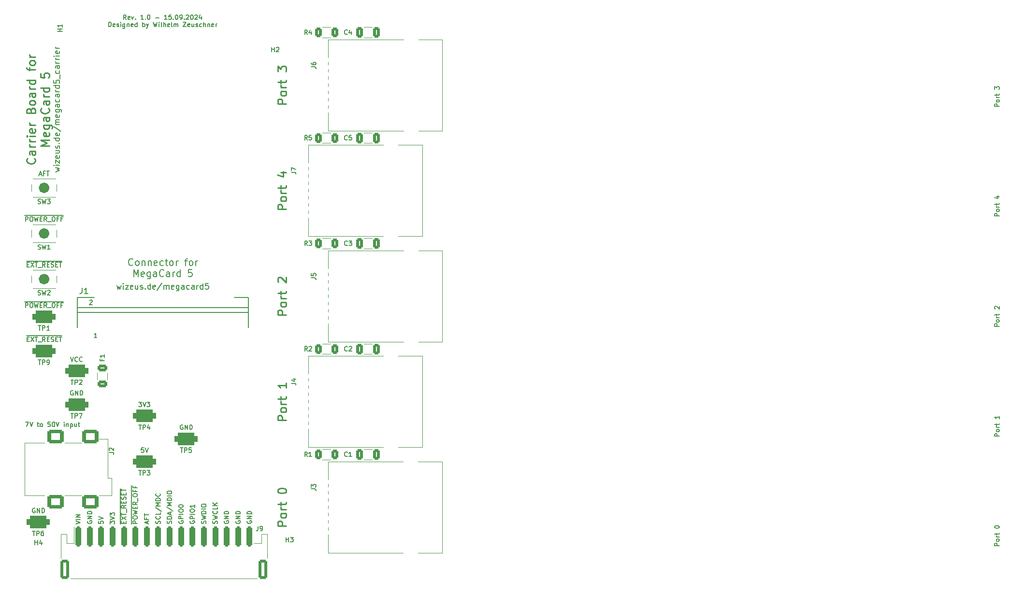
<source format=gbr>
%TF.GenerationSoftware,KiCad,Pcbnew,8.0.5*%
%TF.CreationDate,2024-09-15T13:15:32+02:00*%
%TF.ProjectId,megacard5_reference_design,6d656761-6361-4726-9435-5f7265666572,1.0*%
%TF.SameCoordinates,Original*%
%TF.FileFunction,Legend,Top*%
%TF.FilePolarity,Positive*%
%FSLAX46Y46*%
G04 Gerber Fmt 4.6, Leading zero omitted, Abs format (unit mm)*
G04 Created by KiCad (PCBNEW 8.0.5) date 2024-09-15 13:15:32*
%MOMM*%
%LPD*%
G01*
G04 APERTURE LIST*
G04 Aperture macros list*
%AMRoundRect*
0 Rectangle with rounded corners*
0 $1 Rounding radius*
0 $2 $3 $4 $5 $6 $7 $8 $9 X,Y pos of 4 corners*
0 Add a 4 corners polygon primitive as box body*
4,1,4,$2,$3,$4,$5,$6,$7,$8,$9,$2,$3,0*
0 Add four circle primitives for the rounded corners*
1,1,$1+$1,$2,$3*
1,1,$1+$1,$4,$5*
1,1,$1+$1,$6,$7*
1,1,$1+$1,$8,$9*
0 Add four rect primitives between the rounded corners*
20,1,$1+$1,$2,$3,$4,$5,0*
20,1,$1+$1,$4,$5,$6,$7,0*
20,1,$1+$1,$6,$7,$8,$9,0*
20,1,$1+$1,$8,$9,$2,$3,0*%
G04 Aperture macros list end*
%ADD10C,0.150000*%
%ADD11C,0.200000*%
%ADD12C,0.250000*%
%ADD13C,0.100000*%
%ADD14C,0.950000*%
%ADD15C,1.600000*%
%ADD16C,1.100000*%
%ADD17R,0.600000X2.000000*%
%ADD18R,2.300000X3.850000*%
%ADD19R,2.250000X3.850000*%
%ADD20C,6.500000*%
%ADD21RoundRect,0.550000X1.450000X0.550000X-1.450000X0.550000X-1.450000X-0.550000X1.450000X-0.550000X0*%
%ADD22C,3.200000*%
%ADD23RoundRect,0.250000X-0.250000X-1.500000X0.250000X-1.500000X0.250000X1.500000X-0.250000X1.500000X0*%
%ADD24RoundRect,0.250001X-0.499999X-1.449999X0.499999X-1.449999X0.499999X1.449999X-0.499999X1.449999X0*%
%ADD25RoundRect,0.250000X0.325000X0.650000X-0.325000X0.650000X-0.325000X-0.650000X0.325000X-0.650000X0*%
%ADD26RoundRect,0.250000X0.312500X0.625000X-0.312500X0.625000X-0.312500X-0.625000X0.312500X-0.625000X0*%
%ADD27C,3.250000*%
%ADD28R,3.180000X0.760000*%
%ADD29R,2.540000X3.120000*%
%ADD30RoundRect,0.250000X0.625000X-0.375000X0.625000X0.375000X-0.625000X0.375000X-0.625000X-0.375000X0*%
%ADD31R,1.050000X0.650000*%
%ADD32C,1.800000*%
%ADD33RoundRect,0.300000X-1.100000X0.900000X-1.100000X-0.900000X1.100000X-0.900000X1.100000X0.900000X0*%
G04 APERTURE END LIST*
D10*
X99600390Y-119391792D02*
X99562295Y-119467982D01*
X99562295Y-119467982D02*
X99562295Y-119582268D01*
X99562295Y-119582268D02*
X99600390Y-119696554D01*
X99600390Y-119696554D02*
X99676580Y-119772744D01*
X99676580Y-119772744D02*
X99752771Y-119810839D01*
X99752771Y-119810839D02*
X99905152Y-119848935D01*
X99905152Y-119848935D02*
X100019438Y-119848935D01*
X100019438Y-119848935D02*
X100171819Y-119810839D01*
X100171819Y-119810839D02*
X100248009Y-119772744D01*
X100248009Y-119772744D02*
X100324200Y-119696554D01*
X100324200Y-119696554D02*
X100362295Y-119582268D01*
X100362295Y-119582268D02*
X100362295Y-119506077D01*
X100362295Y-119506077D02*
X100324200Y-119391792D01*
X100324200Y-119391792D02*
X100286104Y-119353696D01*
X100286104Y-119353696D02*
X100019438Y-119353696D01*
X100019438Y-119353696D02*
X100019438Y-119506077D01*
X100362295Y-119010839D02*
X99562295Y-119010839D01*
X99562295Y-119010839D02*
X100362295Y-118553696D01*
X100362295Y-118553696D02*
X99562295Y-118553696D01*
X100362295Y-118172744D02*
X99562295Y-118172744D01*
X99562295Y-118172744D02*
X99562295Y-117982268D01*
X99562295Y-117982268D02*
X99600390Y-117867982D01*
X99600390Y-117867982D02*
X99676580Y-117791792D01*
X99676580Y-117791792D02*
X99752771Y-117753697D01*
X99752771Y-117753697D02*
X99905152Y-117715601D01*
X99905152Y-117715601D02*
X100019438Y-117715601D01*
X100019438Y-117715601D02*
X100171819Y-117753697D01*
X100171819Y-117753697D02*
X100248009Y-117791792D01*
X100248009Y-117791792D02*
X100324200Y-117867982D01*
X100324200Y-117867982D02*
X100362295Y-117982268D01*
X100362295Y-117982268D02*
X100362295Y-118172744D01*
X95600390Y-119391792D02*
X95562295Y-119467982D01*
X95562295Y-119467982D02*
X95562295Y-119582268D01*
X95562295Y-119582268D02*
X95600390Y-119696554D01*
X95600390Y-119696554D02*
X95676580Y-119772744D01*
X95676580Y-119772744D02*
X95752771Y-119810839D01*
X95752771Y-119810839D02*
X95905152Y-119848935D01*
X95905152Y-119848935D02*
X96019438Y-119848935D01*
X96019438Y-119848935D02*
X96171819Y-119810839D01*
X96171819Y-119810839D02*
X96248009Y-119772744D01*
X96248009Y-119772744D02*
X96324200Y-119696554D01*
X96324200Y-119696554D02*
X96362295Y-119582268D01*
X96362295Y-119582268D02*
X96362295Y-119506077D01*
X96362295Y-119506077D02*
X96324200Y-119391792D01*
X96324200Y-119391792D02*
X96286104Y-119353696D01*
X96286104Y-119353696D02*
X96019438Y-119353696D01*
X96019438Y-119353696D02*
X96019438Y-119506077D01*
X96362295Y-119010839D02*
X95562295Y-119010839D01*
X95562295Y-119010839D02*
X96362295Y-118553696D01*
X96362295Y-118553696D02*
X95562295Y-118553696D01*
X96362295Y-118172744D02*
X95562295Y-118172744D01*
X95562295Y-118172744D02*
X95562295Y-117982268D01*
X95562295Y-117982268D02*
X95600390Y-117867982D01*
X95600390Y-117867982D02*
X95676580Y-117791792D01*
X95676580Y-117791792D02*
X95752771Y-117753697D01*
X95752771Y-117753697D02*
X95905152Y-117715601D01*
X95905152Y-117715601D02*
X96019438Y-117715601D01*
X96019438Y-117715601D02*
X96171819Y-117753697D01*
X96171819Y-117753697D02*
X96248009Y-117791792D01*
X96248009Y-117791792D02*
X96324200Y-117867982D01*
X96324200Y-117867982D02*
X96362295Y-117982268D01*
X96362295Y-117982268D02*
X96362295Y-118172744D01*
X97600390Y-119391792D02*
X97562295Y-119467982D01*
X97562295Y-119467982D02*
X97562295Y-119582268D01*
X97562295Y-119582268D02*
X97600390Y-119696554D01*
X97600390Y-119696554D02*
X97676580Y-119772744D01*
X97676580Y-119772744D02*
X97752771Y-119810839D01*
X97752771Y-119810839D02*
X97905152Y-119848935D01*
X97905152Y-119848935D02*
X98019438Y-119848935D01*
X98019438Y-119848935D02*
X98171819Y-119810839D01*
X98171819Y-119810839D02*
X98248009Y-119772744D01*
X98248009Y-119772744D02*
X98324200Y-119696554D01*
X98324200Y-119696554D02*
X98362295Y-119582268D01*
X98362295Y-119582268D02*
X98362295Y-119506077D01*
X98362295Y-119506077D02*
X98324200Y-119391792D01*
X98324200Y-119391792D02*
X98286104Y-119353696D01*
X98286104Y-119353696D02*
X98019438Y-119353696D01*
X98019438Y-119353696D02*
X98019438Y-119506077D01*
X98362295Y-119010839D02*
X97562295Y-119010839D01*
X97562295Y-119010839D02*
X98362295Y-118553696D01*
X98362295Y-118553696D02*
X97562295Y-118553696D01*
X98362295Y-118172744D02*
X97562295Y-118172744D01*
X97562295Y-118172744D02*
X97562295Y-117982268D01*
X97562295Y-117982268D02*
X97600390Y-117867982D01*
X97600390Y-117867982D02*
X97676580Y-117791792D01*
X97676580Y-117791792D02*
X97752771Y-117753697D01*
X97752771Y-117753697D02*
X97905152Y-117715601D01*
X97905152Y-117715601D02*
X98019438Y-117715601D01*
X98019438Y-117715601D02*
X98171819Y-117753697D01*
X98171819Y-117753697D02*
X98248009Y-117791792D01*
X98248009Y-117791792D02*
X98324200Y-117867982D01*
X98324200Y-117867982D02*
X98362295Y-117982268D01*
X98362295Y-117982268D02*
X98362295Y-118172744D01*
X94324200Y-119848935D02*
X94362295Y-119734649D01*
X94362295Y-119734649D02*
X94362295Y-119544173D01*
X94362295Y-119544173D02*
X94324200Y-119467982D01*
X94324200Y-119467982D02*
X94286104Y-119429887D01*
X94286104Y-119429887D02*
X94209914Y-119391792D01*
X94209914Y-119391792D02*
X94133723Y-119391792D01*
X94133723Y-119391792D02*
X94057533Y-119429887D01*
X94057533Y-119429887D02*
X94019438Y-119467982D01*
X94019438Y-119467982D02*
X93981342Y-119544173D01*
X93981342Y-119544173D02*
X93943247Y-119696554D01*
X93943247Y-119696554D02*
X93905152Y-119772744D01*
X93905152Y-119772744D02*
X93867057Y-119810839D01*
X93867057Y-119810839D02*
X93790866Y-119848935D01*
X93790866Y-119848935D02*
X93714676Y-119848935D01*
X93714676Y-119848935D02*
X93638485Y-119810839D01*
X93638485Y-119810839D02*
X93600390Y-119772744D01*
X93600390Y-119772744D02*
X93562295Y-119696554D01*
X93562295Y-119696554D02*
X93562295Y-119506077D01*
X93562295Y-119506077D02*
X93600390Y-119391792D01*
X93562295Y-119125125D02*
X94362295Y-118934649D01*
X94362295Y-118934649D02*
X93790866Y-118782268D01*
X93790866Y-118782268D02*
X94362295Y-118629887D01*
X94362295Y-118629887D02*
X93562295Y-118439411D01*
X94286104Y-117677505D02*
X94324200Y-117715601D01*
X94324200Y-117715601D02*
X94362295Y-117829886D01*
X94362295Y-117829886D02*
X94362295Y-117906077D01*
X94362295Y-117906077D02*
X94324200Y-118020363D01*
X94324200Y-118020363D02*
X94248009Y-118096553D01*
X94248009Y-118096553D02*
X94171819Y-118134648D01*
X94171819Y-118134648D02*
X94019438Y-118172744D01*
X94019438Y-118172744D02*
X93905152Y-118172744D01*
X93905152Y-118172744D02*
X93752771Y-118134648D01*
X93752771Y-118134648D02*
X93676580Y-118096553D01*
X93676580Y-118096553D02*
X93600390Y-118020363D01*
X93600390Y-118020363D02*
X93562295Y-117906077D01*
X93562295Y-117906077D02*
X93562295Y-117829886D01*
X93562295Y-117829886D02*
X93600390Y-117715601D01*
X93600390Y-117715601D02*
X93638485Y-117677505D01*
X94362295Y-116953696D02*
X94362295Y-117334648D01*
X94362295Y-117334648D02*
X93562295Y-117334648D01*
X94362295Y-116687029D02*
X93562295Y-116687029D01*
X94362295Y-116229886D02*
X93905152Y-116572744D01*
X93562295Y-116229886D02*
X94019438Y-116687029D01*
X82133723Y-119848935D02*
X82133723Y-119467982D01*
X82362295Y-119925125D02*
X81562295Y-119658458D01*
X81562295Y-119658458D02*
X82362295Y-119391792D01*
X81943247Y-118858459D02*
X81943247Y-119125125D01*
X82362295Y-119125125D02*
X81562295Y-119125125D01*
X81562295Y-119125125D02*
X81562295Y-118744173D01*
X81562295Y-118553697D02*
X81562295Y-118096554D01*
X82362295Y-118325126D02*
X81562295Y-118325126D01*
X92324200Y-119848935D02*
X92362295Y-119734649D01*
X92362295Y-119734649D02*
X92362295Y-119544173D01*
X92362295Y-119544173D02*
X92324200Y-119467982D01*
X92324200Y-119467982D02*
X92286104Y-119429887D01*
X92286104Y-119429887D02*
X92209914Y-119391792D01*
X92209914Y-119391792D02*
X92133723Y-119391792D01*
X92133723Y-119391792D02*
X92057533Y-119429887D01*
X92057533Y-119429887D02*
X92019438Y-119467982D01*
X92019438Y-119467982D02*
X91981342Y-119544173D01*
X91981342Y-119544173D02*
X91943247Y-119696554D01*
X91943247Y-119696554D02*
X91905152Y-119772744D01*
X91905152Y-119772744D02*
X91867057Y-119810839D01*
X91867057Y-119810839D02*
X91790866Y-119848935D01*
X91790866Y-119848935D02*
X91714676Y-119848935D01*
X91714676Y-119848935D02*
X91638485Y-119810839D01*
X91638485Y-119810839D02*
X91600390Y-119772744D01*
X91600390Y-119772744D02*
X91562295Y-119696554D01*
X91562295Y-119696554D02*
X91562295Y-119506077D01*
X91562295Y-119506077D02*
X91600390Y-119391792D01*
X91562295Y-119125125D02*
X92362295Y-118934649D01*
X92362295Y-118934649D02*
X91790866Y-118782268D01*
X91790866Y-118782268D02*
X92362295Y-118629887D01*
X92362295Y-118629887D02*
X91562295Y-118439411D01*
X92362295Y-118134648D02*
X91562295Y-118134648D01*
X91562295Y-118134648D02*
X91562295Y-117944172D01*
X91562295Y-117944172D02*
X91600390Y-117829886D01*
X91600390Y-117829886D02*
X91676580Y-117753696D01*
X91676580Y-117753696D02*
X91752771Y-117715601D01*
X91752771Y-117715601D02*
X91905152Y-117677505D01*
X91905152Y-117677505D02*
X92019438Y-117677505D01*
X92019438Y-117677505D02*
X92171819Y-117715601D01*
X92171819Y-117715601D02*
X92248009Y-117753696D01*
X92248009Y-117753696D02*
X92324200Y-117829886D01*
X92324200Y-117829886D02*
X92362295Y-117944172D01*
X92362295Y-117944172D02*
X92362295Y-118134648D01*
X92362295Y-117334648D02*
X91562295Y-117334648D01*
X91562295Y-116801315D02*
X91562295Y-116648934D01*
X91562295Y-116648934D02*
X91600390Y-116572744D01*
X91600390Y-116572744D02*
X91676580Y-116496553D01*
X91676580Y-116496553D02*
X91828961Y-116458458D01*
X91828961Y-116458458D02*
X92095628Y-116458458D01*
X92095628Y-116458458D02*
X92248009Y-116496553D01*
X92248009Y-116496553D02*
X92324200Y-116572744D01*
X92324200Y-116572744D02*
X92362295Y-116648934D01*
X92362295Y-116648934D02*
X92362295Y-116801315D01*
X92362295Y-116801315D02*
X92324200Y-116877506D01*
X92324200Y-116877506D02*
X92248009Y-116953696D01*
X92248009Y-116953696D02*
X92095628Y-116991792D01*
X92095628Y-116991792D02*
X91828961Y-116991792D01*
X91828961Y-116991792D02*
X91676580Y-116953696D01*
X91676580Y-116953696D02*
X91600390Y-116877506D01*
X91600390Y-116877506D02*
X91562295Y-116801315D01*
X89600390Y-119391792D02*
X89562295Y-119467982D01*
X89562295Y-119467982D02*
X89562295Y-119582268D01*
X89562295Y-119582268D02*
X89600390Y-119696554D01*
X89600390Y-119696554D02*
X89676580Y-119772744D01*
X89676580Y-119772744D02*
X89752771Y-119810839D01*
X89752771Y-119810839D02*
X89905152Y-119848935D01*
X89905152Y-119848935D02*
X90019438Y-119848935D01*
X90019438Y-119848935D02*
X90171819Y-119810839D01*
X90171819Y-119810839D02*
X90248009Y-119772744D01*
X90248009Y-119772744D02*
X90324200Y-119696554D01*
X90324200Y-119696554D02*
X90362295Y-119582268D01*
X90362295Y-119582268D02*
X90362295Y-119506077D01*
X90362295Y-119506077D02*
X90324200Y-119391792D01*
X90324200Y-119391792D02*
X90286104Y-119353696D01*
X90286104Y-119353696D02*
X90019438Y-119353696D01*
X90019438Y-119353696D02*
X90019438Y-119506077D01*
X90362295Y-119010839D02*
X89562295Y-119010839D01*
X89562295Y-119010839D02*
X89562295Y-118706077D01*
X89562295Y-118706077D02*
X89600390Y-118629887D01*
X89600390Y-118629887D02*
X89638485Y-118591792D01*
X89638485Y-118591792D02*
X89714676Y-118553696D01*
X89714676Y-118553696D02*
X89828961Y-118553696D01*
X89828961Y-118553696D02*
X89905152Y-118591792D01*
X89905152Y-118591792D02*
X89943247Y-118629887D01*
X89943247Y-118629887D02*
X89981342Y-118706077D01*
X89981342Y-118706077D02*
X89981342Y-119010839D01*
X90362295Y-118210839D02*
X89562295Y-118210839D01*
X89562295Y-117677506D02*
X89562295Y-117525125D01*
X89562295Y-117525125D02*
X89600390Y-117448935D01*
X89600390Y-117448935D02*
X89676580Y-117372744D01*
X89676580Y-117372744D02*
X89828961Y-117334649D01*
X89828961Y-117334649D02*
X90095628Y-117334649D01*
X90095628Y-117334649D02*
X90248009Y-117372744D01*
X90248009Y-117372744D02*
X90324200Y-117448935D01*
X90324200Y-117448935D02*
X90362295Y-117525125D01*
X90362295Y-117525125D02*
X90362295Y-117677506D01*
X90362295Y-117677506D02*
X90324200Y-117753697D01*
X90324200Y-117753697D02*
X90248009Y-117829887D01*
X90248009Y-117829887D02*
X90095628Y-117867983D01*
X90095628Y-117867983D02*
X89828961Y-117867983D01*
X89828961Y-117867983D02*
X89676580Y-117829887D01*
X89676580Y-117829887D02*
X89600390Y-117753697D01*
X89600390Y-117753697D02*
X89562295Y-117677506D01*
X90362295Y-116572745D02*
X90362295Y-117029888D01*
X90362295Y-116801316D02*
X89562295Y-116801316D01*
X89562295Y-116801316D02*
X89676580Y-116877507D01*
X89676580Y-116877507D02*
X89752771Y-116953697D01*
X89752771Y-116953697D02*
X89790866Y-117029888D01*
X87600390Y-119391792D02*
X87562295Y-119467982D01*
X87562295Y-119467982D02*
X87562295Y-119582268D01*
X87562295Y-119582268D02*
X87600390Y-119696554D01*
X87600390Y-119696554D02*
X87676580Y-119772744D01*
X87676580Y-119772744D02*
X87752771Y-119810839D01*
X87752771Y-119810839D02*
X87905152Y-119848935D01*
X87905152Y-119848935D02*
X88019438Y-119848935D01*
X88019438Y-119848935D02*
X88171819Y-119810839D01*
X88171819Y-119810839D02*
X88248009Y-119772744D01*
X88248009Y-119772744D02*
X88324200Y-119696554D01*
X88324200Y-119696554D02*
X88362295Y-119582268D01*
X88362295Y-119582268D02*
X88362295Y-119506077D01*
X88362295Y-119506077D02*
X88324200Y-119391792D01*
X88324200Y-119391792D02*
X88286104Y-119353696D01*
X88286104Y-119353696D02*
X88019438Y-119353696D01*
X88019438Y-119353696D02*
X88019438Y-119506077D01*
X88362295Y-119010839D02*
X87562295Y-119010839D01*
X87562295Y-119010839D02*
X87562295Y-118706077D01*
X87562295Y-118706077D02*
X87600390Y-118629887D01*
X87600390Y-118629887D02*
X87638485Y-118591792D01*
X87638485Y-118591792D02*
X87714676Y-118553696D01*
X87714676Y-118553696D02*
X87828961Y-118553696D01*
X87828961Y-118553696D02*
X87905152Y-118591792D01*
X87905152Y-118591792D02*
X87943247Y-118629887D01*
X87943247Y-118629887D02*
X87981342Y-118706077D01*
X87981342Y-118706077D02*
X87981342Y-119010839D01*
X88362295Y-118210839D02*
X87562295Y-118210839D01*
X87562295Y-117677506D02*
X87562295Y-117525125D01*
X87562295Y-117525125D02*
X87600390Y-117448935D01*
X87600390Y-117448935D02*
X87676580Y-117372744D01*
X87676580Y-117372744D02*
X87828961Y-117334649D01*
X87828961Y-117334649D02*
X88095628Y-117334649D01*
X88095628Y-117334649D02*
X88248009Y-117372744D01*
X88248009Y-117372744D02*
X88324200Y-117448935D01*
X88324200Y-117448935D02*
X88362295Y-117525125D01*
X88362295Y-117525125D02*
X88362295Y-117677506D01*
X88362295Y-117677506D02*
X88324200Y-117753697D01*
X88324200Y-117753697D02*
X88248009Y-117829887D01*
X88248009Y-117829887D02*
X88095628Y-117867983D01*
X88095628Y-117867983D02*
X87828961Y-117867983D01*
X87828961Y-117867983D02*
X87676580Y-117829887D01*
X87676580Y-117829887D02*
X87600390Y-117753697D01*
X87600390Y-117753697D02*
X87562295Y-117677506D01*
X87562295Y-116839411D02*
X87562295Y-116763221D01*
X87562295Y-116763221D02*
X87600390Y-116687030D01*
X87600390Y-116687030D02*
X87638485Y-116648935D01*
X87638485Y-116648935D02*
X87714676Y-116610840D01*
X87714676Y-116610840D02*
X87867057Y-116572745D01*
X87867057Y-116572745D02*
X88057533Y-116572745D01*
X88057533Y-116572745D02*
X88209914Y-116610840D01*
X88209914Y-116610840D02*
X88286104Y-116648935D01*
X88286104Y-116648935D02*
X88324200Y-116687030D01*
X88324200Y-116687030D02*
X88362295Y-116763221D01*
X88362295Y-116763221D02*
X88362295Y-116839411D01*
X88362295Y-116839411D02*
X88324200Y-116915602D01*
X88324200Y-116915602D02*
X88286104Y-116953697D01*
X88286104Y-116953697D02*
X88209914Y-116991792D01*
X88209914Y-116991792D02*
X88057533Y-117029888D01*
X88057533Y-117029888D02*
X87867057Y-117029888D01*
X87867057Y-117029888D02*
X87714676Y-116991792D01*
X87714676Y-116991792D02*
X87638485Y-116953697D01*
X87638485Y-116953697D02*
X87600390Y-116915602D01*
X87600390Y-116915602D02*
X87562295Y-116839411D01*
X84324200Y-119848935D02*
X84362295Y-119734649D01*
X84362295Y-119734649D02*
X84362295Y-119544173D01*
X84362295Y-119544173D02*
X84324200Y-119467982D01*
X84324200Y-119467982D02*
X84286104Y-119429887D01*
X84286104Y-119429887D02*
X84209914Y-119391792D01*
X84209914Y-119391792D02*
X84133723Y-119391792D01*
X84133723Y-119391792D02*
X84057533Y-119429887D01*
X84057533Y-119429887D02*
X84019438Y-119467982D01*
X84019438Y-119467982D02*
X83981342Y-119544173D01*
X83981342Y-119544173D02*
X83943247Y-119696554D01*
X83943247Y-119696554D02*
X83905152Y-119772744D01*
X83905152Y-119772744D02*
X83867057Y-119810839D01*
X83867057Y-119810839D02*
X83790866Y-119848935D01*
X83790866Y-119848935D02*
X83714676Y-119848935D01*
X83714676Y-119848935D02*
X83638485Y-119810839D01*
X83638485Y-119810839D02*
X83600390Y-119772744D01*
X83600390Y-119772744D02*
X83562295Y-119696554D01*
X83562295Y-119696554D02*
X83562295Y-119506077D01*
X83562295Y-119506077D02*
X83600390Y-119391792D01*
X84286104Y-118591791D02*
X84324200Y-118629887D01*
X84324200Y-118629887D02*
X84362295Y-118744172D01*
X84362295Y-118744172D02*
X84362295Y-118820363D01*
X84362295Y-118820363D02*
X84324200Y-118934649D01*
X84324200Y-118934649D02*
X84248009Y-119010839D01*
X84248009Y-119010839D02*
X84171819Y-119048934D01*
X84171819Y-119048934D02*
X84019438Y-119087030D01*
X84019438Y-119087030D02*
X83905152Y-119087030D01*
X83905152Y-119087030D02*
X83752771Y-119048934D01*
X83752771Y-119048934D02*
X83676580Y-119010839D01*
X83676580Y-119010839D02*
X83600390Y-118934649D01*
X83600390Y-118934649D02*
X83562295Y-118820363D01*
X83562295Y-118820363D02*
X83562295Y-118744172D01*
X83562295Y-118744172D02*
X83600390Y-118629887D01*
X83600390Y-118629887D02*
X83638485Y-118591791D01*
X84362295Y-117867982D02*
X84362295Y-118248934D01*
X84362295Y-118248934D02*
X83562295Y-118248934D01*
X83524200Y-117029887D02*
X84552771Y-117715601D01*
X84362295Y-116763220D02*
X83562295Y-116763220D01*
X83562295Y-116763220D02*
X84133723Y-116496554D01*
X84133723Y-116496554D02*
X83562295Y-116229887D01*
X83562295Y-116229887D02*
X84362295Y-116229887D01*
X84362295Y-115848934D02*
X83562295Y-115848934D01*
X83562295Y-115848934D02*
X83562295Y-115658458D01*
X83562295Y-115658458D02*
X83600390Y-115544172D01*
X83600390Y-115544172D02*
X83676580Y-115467982D01*
X83676580Y-115467982D02*
X83752771Y-115429887D01*
X83752771Y-115429887D02*
X83905152Y-115391791D01*
X83905152Y-115391791D02*
X84019438Y-115391791D01*
X84019438Y-115391791D02*
X84171819Y-115429887D01*
X84171819Y-115429887D02*
X84248009Y-115467982D01*
X84248009Y-115467982D02*
X84324200Y-115544172D01*
X84324200Y-115544172D02*
X84362295Y-115658458D01*
X84362295Y-115658458D02*
X84362295Y-115848934D01*
X84286104Y-114591791D02*
X84324200Y-114629887D01*
X84324200Y-114629887D02*
X84362295Y-114744172D01*
X84362295Y-114744172D02*
X84362295Y-114820363D01*
X84362295Y-114820363D02*
X84324200Y-114934649D01*
X84324200Y-114934649D02*
X84248009Y-115010839D01*
X84248009Y-115010839D02*
X84171819Y-115048934D01*
X84171819Y-115048934D02*
X84019438Y-115087030D01*
X84019438Y-115087030D02*
X83905152Y-115087030D01*
X83905152Y-115087030D02*
X83752771Y-115048934D01*
X83752771Y-115048934D02*
X83676580Y-115010839D01*
X83676580Y-115010839D02*
X83600390Y-114934649D01*
X83600390Y-114934649D02*
X83562295Y-114820363D01*
X83562295Y-114820363D02*
X83562295Y-114744172D01*
X83562295Y-114744172D02*
X83600390Y-114629887D01*
X83600390Y-114629887D02*
X83638485Y-114591791D01*
X86324200Y-119848935D02*
X86362295Y-119734649D01*
X86362295Y-119734649D02*
X86362295Y-119544173D01*
X86362295Y-119544173D02*
X86324200Y-119467982D01*
X86324200Y-119467982D02*
X86286104Y-119429887D01*
X86286104Y-119429887D02*
X86209914Y-119391792D01*
X86209914Y-119391792D02*
X86133723Y-119391792D01*
X86133723Y-119391792D02*
X86057533Y-119429887D01*
X86057533Y-119429887D02*
X86019438Y-119467982D01*
X86019438Y-119467982D02*
X85981342Y-119544173D01*
X85981342Y-119544173D02*
X85943247Y-119696554D01*
X85943247Y-119696554D02*
X85905152Y-119772744D01*
X85905152Y-119772744D02*
X85867057Y-119810839D01*
X85867057Y-119810839D02*
X85790866Y-119848935D01*
X85790866Y-119848935D02*
X85714676Y-119848935D01*
X85714676Y-119848935D02*
X85638485Y-119810839D01*
X85638485Y-119810839D02*
X85600390Y-119772744D01*
X85600390Y-119772744D02*
X85562295Y-119696554D01*
X85562295Y-119696554D02*
X85562295Y-119506077D01*
X85562295Y-119506077D02*
X85600390Y-119391792D01*
X86362295Y-119048934D02*
X85562295Y-119048934D01*
X85562295Y-119048934D02*
X85562295Y-118858458D01*
X85562295Y-118858458D02*
X85600390Y-118744172D01*
X85600390Y-118744172D02*
X85676580Y-118667982D01*
X85676580Y-118667982D02*
X85752771Y-118629887D01*
X85752771Y-118629887D02*
X85905152Y-118591791D01*
X85905152Y-118591791D02*
X86019438Y-118591791D01*
X86019438Y-118591791D02*
X86171819Y-118629887D01*
X86171819Y-118629887D02*
X86248009Y-118667982D01*
X86248009Y-118667982D02*
X86324200Y-118744172D01*
X86324200Y-118744172D02*
X86362295Y-118858458D01*
X86362295Y-118858458D02*
X86362295Y-119048934D01*
X86133723Y-118287030D02*
X86133723Y-117906077D01*
X86362295Y-118363220D02*
X85562295Y-118096553D01*
X85562295Y-118096553D02*
X86362295Y-117829887D01*
X85524200Y-116991792D02*
X86552771Y-117677506D01*
X86362295Y-116725125D02*
X85562295Y-116725125D01*
X85562295Y-116725125D02*
X86133723Y-116458459D01*
X86133723Y-116458459D02*
X85562295Y-116191792D01*
X85562295Y-116191792D02*
X86362295Y-116191792D01*
X86362295Y-115810839D02*
X85562295Y-115810839D01*
X85562295Y-115810839D02*
X85562295Y-115620363D01*
X85562295Y-115620363D02*
X85600390Y-115506077D01*
X85600390Y-115506077D02*
X85676580Y-115429887D01*
X85676580Y-115429887D02*
X85752771Y-115391792D01*
X85752771Y-115391792D02*
X85905152Y-115353696D01*
X85905152Y-115353696D02*
X86019438Y-115353696D01*
X86019438Y-115353696D02*
X86171819Y-115391792D01*
X86171819Y-115391792D02*
X86248009Y-115429887D01*
X86248009Y-115429887D02*
X86324200Y-115506077D01*
X86324200Y-115506077D02*
X86362295Y-115620363D01*
X86362295Y-115620363D02*
X86362295Y-115810839D01*
X86362295Y-115010839D02*
X85562295Y-115010839D01*
X85562295Y-114477506D02*
X85562295Y-114325125D01*
X85562295Y-114325125D02*
X85600390Y-114248935D01*
X85600390Y-114248935D02*
X85676580Y-114172744D01*
X85676580Y-114172744D02*
X85828961Y-114134649D01*
X85828961Y-114134649D02*
X86095628Y-114134649D01*
X86095628Y-114134649D02*
X86248009Y-114172744D01*
X86248009Y-114172744D02*
X86324200Y-114248935D01*
X86324200Y-114248935D02*
X86362295Y-114325125D01*
X86362295Y-114325125D02*
X86362295Y-114477506D01*
X86362295Y-114477506D02*
X86324200Y-114553697D01*
X86324200Y-114553697D02*
X86248009Y-114629887D01*
X86248009Y-114629887D02*
X86095628Y-114667983D01*
X86095628Y-114667983D02*
X85828961Y-114667983D01*
X85828961Y-114667983D02*
X85676580Y-114629887D01*
X85676580Y-114629887D02*
X85600390Y-114553697D01*
X85600390Y-114553697D02*
X85562295Y-114477506D01*
X75562295Y-119887030D02*
X75562295Y-119391792D01*
X75562295Y-119391792D02*
X75867057Y-119658458D01*
X75867057Y-119658458D02*
X75867057Y-119544173D01*
X75867057Y-119544173D02*
X75905152Y-119467982D01*
X75905152Y-119467982D02*
X75943247Y-119429887D01*
X75943247Y-119429887D02*
X76019438Y-119391792D01*
X76019438Y-119391792D02*
X76209914Y-119391792D01*
X76209914Y-119391792D02*
X76286104Y-119429887D01*
X76286104Y-119429887D02*
X76324200Y-119467982D01*
X76324200Y-119467982D02*
X76362295Y-119544173D01*
X76362295Y-119544173D02*
X76362295Y-119772744D01*
X76362295Y-119772744D02*
X76324200Y-119848935D01*
X76324200Y-119848935D02*
X76286104Y-119887030D01*
X75562295Y-119163220D02*
X76362295Y-118896553D01*
X76362295Y-118896553D02*
X75562295Y-118629887D01*
X75562295Y-118439411D02*
X75562295Y-117944173D01*
X75562295Y-117944173D02*
X75867057Y-118210839D01*
X75867057Y-118210839D02*
X75867057Y-118096554D01*
X75867057Y-118096554D02*
X75905152Y-118020363D01*
X75905152Y-118020363D02*
X75943247Y-117982268D01*
X75943247Y-117982268D02*
X76019438Y-117944173D01*
X76019438Y-117944173D02*
X76209914Y-117944173D01*
X76209914Y-117944173D02*
X76286104Y-117982268D01*
X76286104Y-117982268D02*
X76324200Y-118020363D01*
X76324200Y-118020363D02*
X76362295Y-118096554D01*
X76362295Y-118096554D02*
X76362295Y-118325125D01*
X76362295Y-118325125D02*
X76324200Y-118401316D01*
X76324200Y-118401316D02*
X76286104Y-118439411D01*
X77943247Y-119810839D02*
X77943247Y-119544173D01*
X78362295Y-119429887D02*
X78362295Y-119810839D01*
X78362295Y-119810839D02*
X77562295Y-119810839D01*
X77562295Y-119810839D02*
X77562295Y-119429887D01*
X77562295Y-119163220D02*
X78362295Y-118629886D01*
X77562295Y-118629886D02*
X78362295Y-119163220D01*
X77562295Y-118439410D02*
X77562295Y-117982267D01*
X78362295Y-118210839D02*
X77562295Y-118210839D01*
X78438485Y-117906077D02*
X78438485Y-117296553D01*
X78362295Y-116648933D02*
X77981342Y-116915600D01*
X78362295Y-117106076D02*
X77562295Y-117106076D01*
X77562295Y-117106076D02*
X77562295Y-116801314D01*
X77562295Y-116801314D02*
X77600390Y-116725124D01*
X77600390Y-116725124D02*
X77638485Y-116687029D01*
X77638485Y-116687029D02*
X77714676Y-116648933D01*
X77714676Y-116648933D02*
X77828961Y-116648933D01*
X77828961Y-116648933D02*
X77905152Y-116687029D01*
X77905152Y-116687029D02*
X77943247Y-116725124D01*
X77943247Y-116725124D02*
X77981342Y-116801314D01*
X77981342Y-116801314D02*
X77981342Y-117106076D01*
X77943247Y-116306076D02*
X77943247Y-116039410D01*
X78362295Y-115925124D02*
X78362295Y-116306076D01*
X78362295Y-116306076D02*
X77562295Y-116306076D01*
X77562295Y-116306076D02*
X77562295Y-115925124D01*
X78324200Y-115620362D02*
X78362295Y-115506076D01*
X78362295Y-115506076D02*
X78362295Y-115315600D01*
X78362295Y-115315600D02*
X78324200Y-115239409D01*
X78324200Y-115239409D02*
X78286104Y-115201314D01*
X78286104Y-115201314D02*
X78209914Y-115163219D01*
X78209914Y-115163219D02*
X78133723Y-115163219D01*
X78133723Y-115163219D02*
X78057533Y-115201314D01*
X78057533Y-115201314D02*
X78019438Y-115239409D01*
X78019438Y-115239409D02*
X77981342Y-115315600D01*
X77981342Y-115315600D02*
X77943247Y-115467981D01*
X77943247Y-115467981D02*
X77905152Y-115544171D01*
X77905152Y-115544171D02*
X77867057Y-115582266D01*
X77867057Y-115582266D02*
X77790866Y-115620362D01*
X77790866Y-115620362D02*
X77714676Y-115620362D01*
X77714676Y-115620362D02*
X77638485Y-115582266D01*
X77638485Y-115582266D02*
X77600390Y-115544171D01*
X77600390Y-115544171D02*
X77562295Y-115467981D01*
X77562295Y-115467981D02*
X77562295Y-115277504D01*
X77562295Y-115277504D02*
X77600390Y-115163219D01*
X77943247Y-114820361D02*
X77943247Y-114553695D01*
X78362295Y-114439409D02*
X78362295Y-114820361D01*
X78362295Y-114820361D02*
X77562295Y-114820361D01*
X77562295Y-114820361D02*
X77562295Y-114439409D01*
X77562295Y-114210837D02*
X77562295Y-113753694D01*
X78362295Y-113982266D02*
X77562295Y-113982266D01*
X77340200Y-119921316D02*
X77340200Y-113757504D01*
X80362295Y-119810839D02*
X79562295Y-119810839D01*
X79562295Y-119810839D02*
X79562295Y-119506077D01*
X79562295Y-119506077D02*
X79600390Y-119429887D01*
X79600390Y-119429887D02*
X79638485Y-119391792D01*
X79638485Y-119391792D02*
X79714676Y-119353696D01*
X79714676Y-119353696D02*
X79828961Y-119353696D01*
X79828961Y-119353696D02*
X79905152Y-119391792D01*
X79905152Y-119391792D02*
X79943247Y-119429887D01*
X79943247Y-119429887D02*
X79981342Y-119506077D01*
X79981342Y-119506077D02*
X79981342Y-119810839D01*
X79562295Y-118858458D02*
X79562295Y-118706077D01*
X79562295Y-118706077D02*
X79600390Y-118629887D01*
X79600390Y-118629887D02*
X79676580Y-118553696D01*
X79676580Y-118553696D02*
X79828961Y-118515601D01*
X79828961Y-118515601D02*
X80095628Y-118515601D01*
X80095628Y-118515601D02*
X80248009Y-118553696D01*
X80248009Y-118553696D02*
X80324200Y-118629887D01*
X80324200Y-118629887D02*
X80362295Y-118706077D01*
X80362295Y-118706077D02*
X80362295Y-118858458D01*
X80362295Y-118858458D02*
X80324200Y-118934649D01*
X80324200Y-118934649D02*
X80248009Y-119010839D01*
X80248009Y-119010839D02*
X80095628Y-119048935D01*
X80095628Y-119048935D02*
X79828961Y-119048935D01*
X79828961Y-119048935D02*
X79676580Y-119010839D01*
X79676580Y-119010839D02*
X79600390Y-118934649D01*
X79600390Y-118934649D02*
X79562295Y-118858458D01*
X79562295Y-118248935D02*
X80362295Y-118058459D01*
X80362295Y-118058459D02*
X79790866Y-117906078D01*
X79790866Y-117906078D02*
X80362295Y-117753697D01*
X80362295Y-117753697D02*
X79562295Y-117563221D01*
X79943247Y-117258458D02*
X79943247Y-116991792D01*
X80362295Y-116877506D02*
X80362295Y-117258458D01*
X80362295Y-117258458D02*
X79562295Y-117258458D01*
X79562295Y-117258458D02*
X79562295Y-116877506D01*
X80362295Y-116077505D02*
X79981342Y-116344172D01*
X80362295Y-116534648D02*
X79562295Y-116534648D01*
X79562295Y-116534648D02*
X79562295Y-116229886D01*
X79562295Y-116229886D02*
X79600390Y-116153696D01*
X79600390Y-116153696D02*
X79638485Y-116115601D01*
X79638485Y-116115601D02*
X79714676Y-116077505D01*
X79714676Y-116077505D02*
X79828961Y-116077505D01*
X79828961Y-116077505D02*
X79905152Y-116115601D01*
X79905152Y-116115601D02*
X79943247Y-116153696D01*
X79943247Y-116153696D02*
X79981342Y-116229886D01*
X79981342Y-116229886D02*
X79981342Y-116534648D01*
X80438485Y-115925125D02*
X80438485Y-115315601D01*
X79562295Y-114972743D02*
X79562295Y-114820362D01*
X79562295Y-114820362D02*
X79600390Y-114744172D01*
X79600390Y-114744172D02*
X79676580Y-114667981D01*
X79676580Y-114667981D02*
X79828961Y-114629886D01*
X79828961Y-114629886D02*
X80095628Y-114629886D01*
X80095628Y-114629886D02*
X80248009Y-114667981D01*
X80248009Y-114667981D02*
X80324200Y-114744172D01*
X80324200Y-114744172D02*
X80362295Y-114820362D01*
X80362295Y-114820362D02*
X80362295Y-114972743D01*
X80362295Y-114972743D02*
X80324200Y-115048934D01*
X80324200Y-115048934D02*
X80248009Y-115125124D01*
X80248009Y-115125124D02*
X80095628Y-115163220D01*
X80095628Y-115163220D02*
X79828961Y-115163220D01*
X79828961Y-115163220D02*
X79676580Y-115125124D01*
X79676580Y-115125124D02*
X79600390Y-115048934D01*
X79600390Y-115048934D02*
X79562295Y-114972743D01*
X79943247Y-114020363D02*
X79943247Y-114287029D01*
X80362295Y-114287029D02*
X79562295Y-114287029D01*
X79562295Y-114287029D02*
X79562295Y-113906077D01*
X79943247Y-113334649D02*
X79943247Y-113601315D01*
X80362295Y-113601315D02*
X79562295Y-113601315D01*
X79562295Y-113601315D02*
X79562295Y-113220363D01*
X79340200Y-119921316D02*
X79340200Y-113186078D01*
X73562295Y-119429887D02*
X73562295Y-119810839D01*
X73562295Y-119810839D02*
X73943247Y-119848935D01*
X73943247Y-119848935D02*
X73905152Y-119810839D01*
X73905152Y-119810839D02*
X73867057Y-119734649D01*
X73867057Y-119734649D02*
X73867057Y-119544173D01*
X73867057Y-119544173D02*
X73905152Y-119467982D01*
X73905152Y-119467982D02*
X73943247Y-119429887D01*
X73943247Y-119429887D02*
X74019438Y-119391792D01*
X74019438Y-119391792D02*
X74209914Y-119391792D01*
X74209914Y-119391792D02*
X74286104Y-119429887D01*
X74286104Y-119429887D02*
X74324200Y-119467982D01*
X74324200Y-119467982D02*
X74362295Y-119544173D01*
X74362295Y-119544173D02*
X74362295Y-119734649D01*
X74362295Y-119734649D02*
X74324200Y-119810839D01*
X74324200Y-119810839D02*
X74286104Y-119848935D01*
X73562295Y-119163220D02*
X74362295Y-118896553D01*
X74362295Y-118896553D02*
X73562295Y-118629887D01*
X71600390Y-119391792D02*
X71562295Y-119467982D01*
X71562295Y-119467982D02*
X71562295Y-119582268D01*
X71562295Y-119582268D02*
X71600390Y-119696554D01*
X71600390Y-119696554D02*
X71676580Y-119772744D01*
X71676580Y-119772744D02*
X71752771Y-119810839D01*
X71752771Y-119810839D02*
X71905152Y-119848935D01*
X71905152Y-119848935D02*
X72019438Y-119848935D01*
X72019438Y-119848935D02*
X72171819Y-119810839D01*
X72171819Y-119810839D02*
X72248009Y-119772744D01*
X72248009Y-119772744D02*
X72324200Y-119696554D01*
X72324200Y-119696554D02*
X72362295Y-119582268D01*
X72362295Y-119582268D02*
X72362295Y-119506077D01*
X72362295Y-119506077D02*
X72324200Y-119391792D01*
X72324200Y-119391792D02*
X72286104Y-119353696D01*
X72286104Y-119353696D02*
X72019438Y-119353696D01*
X72019438Y-119353696D02*
X72019438Y-119506077D01*
X72362295Y-119010839D02*
X71562295Y-119010839D01*
X71562295Y-119010839D02*
X72362295Y-118553696D01*
X72362295Y-118553696D02*
X71562295Y-118553696D01*
X72362295Y-118172744D02*
X71562295Y-118172744D01*
X71562295Y-118172744D02*
X71562295Y-117982268D01*
X71562295Y-117982268D02*
X71600390Y-117867982D01*
X71600390Y-117867982D02*
X71676580Y-117791792D01*
X71676580Y-117791792D02*
X71752771Y-117753697D01*
X71752771Y-117753697D02*
X71905152Y-117715601D01*
X71905152Y-117715601D02*
X72019438Y-117715601D01*
X72019438Y-117715601D02*
X72171819Y-117753697D01*
X72171819Y-117753697D02*
X72248009Y-117791792D01*
X72248009Y-117791792D02*
X72324200Y-117867982D01*
X72324200Y-117867982D02*
X72362295Y-117982268D01*
X72362295Y-117982268D02*
X72362295Y-118172744D01*
X69562295Y-119925125D02*
X70362295Y-119658458D01*
X70362295Y-119658458D02*
X69562295Y-119391792D01*
X70362295Y-119125125D02*
X69562295Y-119125125D01*
X70362295Y-118744173D02*
X69562295Y-118744173D01*
X69562295Y-118744173D02*
X70362295Y-118287030D01*
X70362295Y-118287030D02*
X69562295Y-118287030D01*
X78369047Y-31468318D02*
X78102380Y-31087365D01*
X77911904Y-31468318D02*
X77911904Y-30668318D01*
X77911904Y-30668318D02*
X78216666Y-30668318D01*
X78216666Y-30668318D02*
X78292856Y-30706413D01*
X78292856Y-30706413D02*
X78330951Y-30744508D01*
X78330951Y-30744508D02*
X78369047Y-30820699D01*
X78369047Y-30820699D02*
X78369047Y-30934984D01*
X78369047Y-30934984D02*
X78330951Y-31011175D01*
X78330951Y-31011175D02*
X78292856Y-31049270D01*
X78292856Y-31049270D02*
X78216666Y-31087365D01*
X78216666Y-31087365D02*
X77911904Y-31087365D01*
X79016666Y-31430223D02*
X78940475Y-31468318D01*
X78940475Y-31468318D02*
X78788094Y-31468318D01*
X78788094Y-31468318D02*
X78711904Y-31430223D01*
X78711904Y-31430223D02*
X78673808Y-31354032D01*
X78673808Y-31354032D02*
X78673808Y-31049270D01*
X78673808Y-31049270D02*
X78711904Y-30973080D01*
X78711904Y-30973080D02*
X78788094Y-30934984D01*
X78788094Y-30934984D02*
X78940475Y-30934984D01*
X78940475Y-30934984D02*
X79016666Y-30973080D01*
X79016666Y-30973080D02*
X79054761Y-31049270D01*
X79054761Y-31049270D02*
X79054761Y-31125461D01*
X79054761Y-31125461D02*
X78673808Y-31201651D01*
X79321427Y-30934984D02*
X79511903Y-31468318D01*
X79511903Y-31468318D02*
X79702380Y-30934984D01*
X80007142Y-31392127D02*
X80045237Y-31430223D01*
X80045237Y-31430223D02*
X80007142Y-31468318D01*
X80007142Y-31468318D02*
X79969046Y-31430223D01*
X79969046Y-31430223D02*
X80007142Y-31392127D01*
X80007142Y-31392127D02*
X80007142Y-31468318D01*
X81416665Y-31468318D02*
X80959522Y-31468318D01*
X81188094Y-31468318D02*
X81188094Y-30668318D01*
X81188094Y-30668318D02*
X81111903Y-30782603D01*
X81111903Y-30782603D02*
X81035713Y-30858794D01*
X81035713Y-30858794D02*
X80959522Y-30896889D01*
X81759523Y-31392127D02*
X81797618Y-31430223D01*
X81797618Y-31430223D02*
X81759523Y-31468318D01*
X81759523Y-31468318D02*
X81721427Y-31430223D01*
X81721427Y-31430223D02*
X81759523Y-31392127D01*
X81759523Y-31392127D02*
X81759523Y-31468318D01*
X82292856Y-30668318D02*
X82369046Y-30668318D01*
X82369046Y-30668318D02*
X82445237Y-30706413D01*
X82445237Y-30706413D02*
X82483332Y-30744508D01*
X82483332Y-30744508D02*
X82521427Y-30820699D01*
X82521427Y-30820699D02*
X82559522Y-30973080D01*
X82559522Y-30973080D02*
X82559522Y-31163556D01*
X82559522Y-31163556D02*
X82521427Y-31315937D01*
X82521427Y-31315937D02*
X82483332Y-31392127D01*
X82483332Y-31392127D02*
X82445237Y-31430223D01*
X82445237Y-31430223D02*
X82369046Y-31468318D01*
X82369046Y-31468318D02*
X82292856Y-31468318D01*
X82292856Y-31468318D02*
X82216665Y-31430223D01*
X82216665Y-31430223D02*
X82178570Y-31392127D01*
X82178570Y-31392127D02*
X82140475Y-31315937D01*
X82140475Y-31315937D02*
X82102379Y-31163556D01*
X82102379Y-31163556D02*
X82102379Y-30973080D01*
X82102379Y-30973080D02*
X82140475Y-30820699D01*
X82140475Y-30820699D02*
X82178570Y-30744508D01*
X82178570Y-30744508D02*
X82216665Y-30706413D01*
X82216665Y-30706413D02*
X82292856Y-30668318D01*
X83511904Y-31163556D02*
X84121428Y-31163556D01*
X85530951Y-31468318D02*
X85073808Y-31468318D01*
X85302380Y-31468318D02*
X85302380Y-30668318D01*
X85302380Y-30668318D02*
X85226189Y-30782603D01*
X85226189Y-30782603D02*
X85149999Y-30858794D01*
X85149999Y-30858794D02*
X85073808Y-30896889D01*
X86254761Y-30668318D02*
X85873809Y-30668318D01*
X85873809Y-30668318D02*
X85835713Y-31049270D01*
X85835713Y-31049270D02*
X85873809Y-31011175D01*
X85873809Y-31011175D02*
X85949999Y-30973080D01*
X85949999Y-30973080D02*
X86140475Y-30973080D01*
X86140475Y-30973080D02*
X86216666Y-31011175D01*
X86216666Y-31011175D02*
X86254761Y-31049270D01*
X86254761Y-31049270D02*
X86292856Y-31125461D01*
X86292856Y-31125461D02*
X86292856Y-31315937D01*
X86292856Y-31315937D02*
X86254761Y-31392127D01*
X86254761Y-31392127D02*
X86216666Y-31430223D01*
X86216666Y-31430223D02*
X86140475Y-31468318D01*
X86140475Y-31468318D02*
X85949999Y-31468318D01*
X85949999Y-31468318D02*
X85873809Y-31430223D01*
X85873809Y-31430223D02*
X85835713Y-31392127D01*
X86635714Y-31392127D02*
X86673809Y-31430223D01*
X86673809Y-31430223D02*
X86635714Y-31468318D01*
X86635714Y-31468318D02*
X86597618Y-31430223D01*
X86597618Y-31430223D02*
X86635714Y-31392127D01*
X86635714Y-31392127D02*
X86635714Y-31468318D01*
X87169047Y-30668318D02*
X87245237Y-30668318D01*
X87245237Y-30668318D02*
X87321428Y-30706413D01*
X87321428Y-30706413D02*
X87359523Y-30744508D01*
X87359523Y-30744508D02*
X87397618Y-30820699D01*
X87397618Y-30820699D02*
X87435713Y-30973080D01*
X87435713Y-30973080D02*
X87435713Y-31163556D01*
X87435713Y-31163556D02*
X87397618Y-31315937D01*
X87397618Y-31315937D02*
X87359523Y-31392127D01*
X87359523Y-31392127D02*
X87321428Y-31430223D01*
X87321428Y-31430223D02*
X87245237Y-31468318D01*
X87245237Y-31468318D02*
X87169047Y-31468318D01*
X87169047Y-31468318D02*
X87092856Y-31430223D01*
X87092856Y-31430223D02*
X87054761Y-31392127D01*
X87054761Y-31392127D02*
X87016666Y-31315937D01*
X87016666Y-31315937D02*
X86978570Y-31163556D01*
X86978570Y-31163556D02*
X86978570Y-30973080D01*
X86978570Y-30973080D02*
X87016666Y-30820699D01*
X87016666Y-30820699D02*
X87054761Y-30744508D01*
X87054761Y-30744508D02*
X87092856Y-30706413D01*
X87092856Y-30706413D02*
X87169047Y-30668318D01*
X87816666Y-31468318D02*
X87969047Y-31468318D01*
X87969047Y-31468318D02*
X88045237Y-31430223D01*
X88045237Y-31430223D02*
X88083333Y-31392127D01*
X88083333Y-31392127D02*
X88159523Y-31277842D01*
X88159523Y-31277842D02*
X88197618Y-31125461D01*
X88197618Y-31125461D02*
X88197618Y-30820699D01*
X88197618Y-30820699D02*
X88159523Y-30744508D01*
X88159523Y-30744508D02*
X88121428Y-30706413D01*
X88121428Y-30706413D02*
X88045237Y-30668318D01*
X88045237Y-30668318D02*
X87892856Y-30668318D01*
X87892856Y-30668318D02*
X87816666Y-30706413D01*
X87816666Y-30706413D02*
X87778571Y-30744508D01*
X87778571Y-30744508D02*
X87740475Y-30820699D01*
X87740475Y-30820699D02*
X87740475Y-31011175D01*
X87740475Y-31011175D02*
X87778571Y-31087365D01*
X87778571Y-31087365D02*
X87816666Y-31125461D01*
X87816666Y-31125461D02*
X87892856Y-31163556D01*
X87892856Y-31163556D02*
X88045237Y-31163556D01*
X88045237Y-31163556D02*
X88121428Y-31125461D01*
X88121428Y-31125461D02*
X88159523Y-31087365D01*
X88159523Y-31087365D02*
X88197618Y-31011175D01*
X88540476Y-31392127D02*
X88578571Y-31430223D01*
X88578571Y-31430223D02*
X88540476Y-31468318D01*
X88540476Y-31468318D02*
X88502380Y-31430223D01*
X88502380Y-31430223D02*
X88540476Y-31392127D01*
X88540476Y-31392127D02*
X88540476Y-31468318D01*
X88883332Y-30744508D02*
X88921428Y-30706413D01*
X88921428Y-30706413D02*
X88997618Y-30668318D01*
X88997618Y-30668318D02*
X89188094Y-30668318D01*
X89188094Y-30668318D02*
X89264285Y-30706413D01*
X89264285Y-30706413D02*
X89302380Y-30744508D01*
X89302380Y-30744508D02*
X89340475Y-30820699D01*
X89340475Y-30820699D02*
X89340475Y-30896889D01*
X89340475Y-30896889D02*
X89302380Y-31011175D01*
X89302380Y-31011175D02*
X88845237Y-31468318D01*
X88845237Y-31468318D02*
X89340475Y-31468318D01*
X89835714Y-30668318D02*
X89911904Y-30668318D01*
X89911904Y-30668318D02*
X89988095Y-30706413D01*
X89988095Y-30706413D02*
X90026190Y-30744508D01*
X90026190Y-30744508D02*
X90064285Y-30820699D01*
X90064285Y-30820699D02*
X90102380Y-30973080D01*
X90102380Y-30973080D02*
X90102380Y-31163556D01*
X90102380Y-31163556D02*
X90064285Y-31315937D01*
X90064285Y-31315937D02*
X90026190Y-31392127D01*
X90026190Y-31392127D02*
X89988095Y-31430223D01*
X89988095Y-31430223D02*
X89911904Y-31468318D01*
X89911904Y-31468318D02*
X89835714Y-31468318D01*
X89835714Y-31468318D02*
X89759523Y-31430223D01*
X89759523Y-31430223D02*
X89721428Y-31392127D01*
X89721428Y-31392127D02*
X89683333Y-31315937D01*
X89683333Y-31315937D02*
X89645237Y-31163556D01*
X89645237Y-31163556D02*
X89645237Y-30973080D01*
X89645237Y-30973080D02*
X89683333Y-30820699D01*
X89683333Y-30820699D02*
X89721428Y-30744508D01*
X89721428Y-30744508D02*
X89759523Y-30706413D01*
X89759523Y-30706413D02*
X89835714Y-30668318D01*
X90407142Y-30744508D02*
X90445238Y-30706413D01*
X90445238Y-30706413D02*
X90521428Y-30668318D01*
X90521428Y-30668318D02*
X90711904Y-30668318D01*
X90711904Y-30668318D02*
X90788095Y-30706413D01*
X90788095Y-30706413D02*
X90826190Y-30744508D01*
X90826190Y-30744508D02*
X90864285Y-30820699D01*
X90864285Y-30820699D02*
X90864285Y-30896889D01*
X90864285Y-30896889D02*
X90826190Y-31011175D01*
X90826190Y-31011175D02*
X90369047Y-31468318D01*
X90369047Y-31468318D02*
X90864285Y-31468318D01*
X91550000Y-30934984D02*
X91550000Y-31468318D01*
X91359524Y-30630223D02*
X91169047Y-31201651D01*
X91169047Y-31201651D02*
X91664286Y-31201651D01*
X75302379Y-32756273D02*
X75302379Y-31956273D01*
X75302379Y-31956273D02*
X75492855Y-31956273D01*
X75492855Y-31956273D02*
X75607141Y-31994368D01*
X75607141Y-31994368D02*
X75683331Y-32070558D01*
X75683331Y-32070558D02*
X75721426Y-32146749D01*
X75721426Y-32146749D02*
X75759522Y-32299130D01*
X75759522Y-32299130D02*
X75759522Y-32413416D01*
X75759522Y-32413416D02*
X75721426Y-32565797D01*
X75721426Y-32565797D02*
X75683331Y-32641987D01*
X75683331Y-32641987D02*
X75607141Y-32718178D01*
X75607141Y-32718178D02*
X75492855Y-32756273D01*
X75492855Y-32756273D02*
X75302379Y-32756273D01*
X76407141Y-32718178D02*
X76330950Y-32756273D01*
X76330950Y-32756273D02*
X76178569Y-32756273D01*
X76178569Y-32756273D02*
X76102379Y-32718178D01*
X76102379Y-32718178D02*
X76064283Y-32641987D01*
X76064283Y-32641987D02*
X76064283Y-32337225D01*
X76064283Y-32337225D02*
X76102379Y-32261035D01*
X76102379Y-32261035D02*
X76178569Y-32222939D01*
X76178569Y-32222939D02*
X76330950Y-32222939D01*
X76330950Y-32222939D02*
X76407141Y-32261035D01*
X76407141Y-32261035D02*
X76445236Y-32337225D01*
X76445236Y-32337225D02*
X76445236Y-32413416D01*
X76445236Y-32413416D02*
X76064283Y-32489606D01*
X76749997Y-32718178D02*
X76826188Y-32756273D01*
X76826188Y-32756273D02*
X76978569Y-32756273D01*
X76978569Y-32756273D02*
X77054759Y-32718178D01*
X77054759Y-32718178D02*
X77092855Y-32641987D01*
X77092855Y-32641987D02*
X77092855Y-32603892D01*
X77092855Y-32603892D02*
X77054759Y-32527701D01*
X77054759Y-32527701D02*
X76978569Y-32489606D01*
X76978569Y-32489606D02*
X76864283Y-32489606D01*
X76864283Y-32489606D02*
X76788093Y-32451511D01*
X76788093Y-32451511D02*
X76749997Y-32375320D01*
X76749997Y-32375320D02*
X76749997Y-32337225D01*
X76749997Y-32337225D02*
X76788093Y-32261035D01*
X76788093Y-32261035D02*
X76864283Y-32222939D01*
X76864283Y-32222939D02*
X76978569Y-32222939D01*
X76978569Y-32222939D02*
X77054759Y-32261035D01*
X77435712Y-32756273D02*
X77435712Y-32222939D01*
X77435712Y-31956273D02*
X77397616Y-31994368D01*
X77397616Y-31994368D02*
X77435712Y-32032463D01*
X77435712Y-32032463D02*
X77473807Y-31994368D01*
X77473807Y-31994368D02*
X77435712Y-31956273D01*
X77435712Y-31956273D02*
X77435712Y-32032463D01*
X78159521Y-32222939D02*
X78159521Y-32870558D01*
X78159521Y-32870558D02*
X78121426Y-32946749D01*
X78121426Y-32946749D02*
X78083330Y-32984844D01*
X78083330Y-32984844D02*
X78007140Y-33022939D01*
X78007140Y-33022939D02*
X77892854Y-33022939D01*
X77892854Y-33022939D02*
X77816664Y-32984844D01*
X78159521Y-32718178D02*
X78083330Y-32756273D01*
X78083330Y-32756273D02*
X77930949Y-32756273D01*
X77930949Y-32756273D02*
X77854759Y-32718178D01*
X77854759Y-32718178D02*
X77816664Y-32680082D01*
X77816664Y-32680082D02*
X77778568Y-32603892D01*
X77778568Y-32603892D02*
X77778568Y-32375320D01*
X77778568Y-32375320D02*
X77816664Y-32299130D01*
X77816664Y-32299130D02*
X77854759Y-32261035D01*
X77854759Y-32261035D02*
X77930949Y-32222939D01*
X77930949Y-32222939D02*
X78083330Y-32222939D01*
X78083330Y-32222939D02*
X78159521Y-32261035D01*
X78540474Y-32222939D02*
X78540474Y-32756273D01*
X78540474Y-32299130D02*
X78578569Y-32261035D01*
X78578569Y-32261035D02*
X78654759Y-32222939D01*
X78654759Y-32222939D02*
X78769045Y-32222939D01*
X78769045Y-32222939D02*
X78845236Y-32261035D01*
X78845236Y-32261035D02*
X78883331Y-32337225D01*
X78883331Y-32337225D02*
X78883331Y-32756273D01*
X79569046Y-32718178D02*
X79492855Y-32756273D01*
X79492855Y-32756273D02*
X79340474Y-32756273D01*
X79340474Y-32756273D02*
X79264284Y-32718178D01*
X79264284Y-32718178D02*
X79226188Y-32641987D01*
X79226188Y-32641987D02*
X79226188Y-32337225D01*
X79226188Y-32337225D02*
X79264284Y-32261035D01*
X79264284Y-32261035D02*
X79340474Y-32222939D01*
X79340474Y-32222939D02*
X79492855Y-32222939D01*
X79492855Y-32222939D02*
X79569046Y-32261035D01*
X79569046Y-32261035D02*
X79607141Y-32337225D01*
X79607141Y-32337225D02*
X79607141Y-32413416D01*
X79607141Y-32413416D02*
X79226188Y-32489606D01*
X80292855Y-32756273D02*
X80292855Y-31956273D01*
X80292855Y-32718178D02*
X80216664Y-32756273D01*
X80216664Y-32756273D02*
X80064283Y-32756273D01*
X80064283Y-32756273D02*
X79988093Y-32718178D01*
X79988093Y-32718178D02*
X79949998Y-32680082D01*
X79949998Y-32680082D02*
X79911902Y-32603892D01*
X79911902Y-32603892D02*
X79911902Y-32375320D01*
X79911902Y-32375320D02*
X79949998Y-32299130D01*
X79949998Y-32299130D02*
X79988093Y-32261035D01*
X79988093Y-32261035D02*
X80064283Y-32222939D01*
X80064283Y-32222939D02*
X80216664Y-32222939D01*
X80216664Y-32222939D02*
X80292855Y-32261035D01*
X81283332Y-32756273D02*
X81283332Y-31956273D01*
X81283332Y-32261035D02*
X81359522Y-32222939D01*
X81359522Y-32222939D02*
X81511903Y-32222939D01*
X81511903Y-32222939D02*
X81588094Y-32261035D01*
X81588094Y-32261035D02*
X81626189Y-32299130D01*
X81626189Y-32299130D02*
X81664284Y-32375320D01*
X81664284Y-32375320D02*
X81664284Y-32603892D01*
X81664284Y-32603892D02*
X81626189Y-32680082D01*
X81626189Y-32680082D02*
X81588094Y-32718178D01*
X81588094Y-32718178D02*
X81511903Y-32756273D01*
X81511903Y-32756273D02*
X81359522Y-32756273D01*
X81359522Y-32756273D02*
X81283332Y-32718178D01*
X81930951Y-32222939D02*
X82121427Y-32756273D01*
X82311904Y-32222939D02*
X82121427Y-32756273D01*
X82121427Y-32756273D02*
X82045237Y-32946749D01*
X82045237Y-32946749D02*
X82007142Y-32984844D01*
X82007142Y-32984844D02*
X81930951Y-33022939D01*
X83149999Y-31956273D02*
X83340475Y-32756273D01*
X83340475Y-32756273D02*
X83492856Y-32184844D01*
X83492856Y-32184844D02*
X83645237Y-32756273D01*
X83645237Y-32756273D02*
X83835714Y-31956273D01*
X84140476Y-32756273D02*
X84140476Y-32222939D01*
X84140476Y-31956273D02*
X84102380Y-31994368D01*
X84102380Y-31994368D02*
X84140476Y-32032463D01*
X84140476Y-32032463D02*
X84178571Y-31994368D01*
X84178571Y-31994368D02*
X84140476Y-31956273D01*
X84140476Y-31956273D02*
X84140476Y-32032463D01*
X84635713Y-32756273D02*
X84559523Y-32718178D01*
X84559523Y-32718178D02*
X84521428Y-32641987D01*
X84521428Y-32641987D02*
X84521428Y-31956273D01*
X84940476Y-32756273D02*
X84940476Y-31956273D01*
X85283333Y-32756273D02*
X85283333Y-32337225D01*
X85283333Y-32337225D02*
X85245238Y-32261035D01*
X85245238Y-32261035D02*
X85169047Y-32222939D01*
X85169047Y-32222939D02*
X85054761Y-32222939D01*
X85054761Y-32222939D02*
X84978571Y-32261035D01*
X84978571Y-32261035D02*
X84940476Y-32299130D01*
X85969048Y-32718178D02*
X85892857Y-32756273D01*
X85892857Y-32756273D02*
X85740476Y-32756273D01*
X85740476Y-32756273D02*
X85664286Y-32718178D01*
X85664286Y-32718178D02*
X85626190Y-32641987D01*
X85626190Y-32641987D02*
X85626190Y-32337225D01*
X85626190Y-32337225D02*
X85664286Y-32261035D01*
X85664286Y-32261035D02*
X85740476Y-32222939D01*
X85740476Y-32222939D02*
X85892857Y-32222939D01*
X85892857Y-32222939D02*
X85969048Y-32261035D01*
X85969048Y-32261035D02*
X86007143Y-32337225D01*
X86007143Y-32337225D02*
X86007143Y-32413416D01*
X86007143Y-32413416D02*
X85626190Y-32489606D01*
X86464285Y-32756273D02*
X86388095Y-32718178D01*
X86388095Y-32718178D02*
X86350000Y-32641987D01*
X86350000Y-32641987D02*
X86350000Y-31956273D01*
X86769048Y-32756273D02*
X86769048Y-32222939D01*
X86769048Y-32299130D02*
X86807143Y-32261035D01*
X86807143Y-32261035D02*
X86883333Y-32222939D01*
X86883333Y-32222939D02*
X86997619Y-32222939D01*
X86997619Y-32222939D02*
X87073810Y-32261035D01*
X87073810Y-32261035D02*
X87111905Y-32337225D01*
X87111905Y-32337225D02*
X87111905Y-32756273D01*
X87111905Y-32337225D02*
X87150000Y-32261035D01*
X87150000Y-32261035D02*
X87226191Y-32222939D01*
X87226191Y-32222939D02*
X87340476Y-32222939D01*
X87340476Y-32222939D02*
X87416667Y-32261035D01*
X87416667Y-32261035D02*
X87454762Y-32337225D01*
X87454762Y-32337225D02*
X87454762Y-32756273D01*
X88369048Y-31956273D02*
X88902382Y-31956273D01*
X88902382Y-31956273D02*
X88369048Y-32756273D01*
X88369048Y-32756273D02*
X88902382Y-32756273D01*
X89511906Y-32718178D02*
X89435715Y-32756273D01*
X89435715Y-32756273D02*
X89283334Y-32756273D01*
X89283334Y-32756273D02*
X89207144Y-32718178D01*
X89207144Y-32718178D02*
X89169048Y-32641987D01*
X89169048Y-32641987D02*
X89169048Y-32337225D01*
X89169048Y-32337225D02*
X89207144Y-32261035D01*
X89207144Y-32261035D02*
X89283334Y-32222939D01*
X89283334Y-32222939D02*
X89435715Y-32222939D01*
X89435715Y-32222939D02*
X89511906Y-32261035D01*
X89511906Y-32261035D02*
X89550001Y-32337225D01*
X89550001Y-32337225D02*
X89550001Y-32413416D01*
X89550001Y-32413416D02*
X89169048Y-32489606D01*
X90235715Y-32222939D02*
X90235715Y-32756273D01*
X89892858Y-32222939D02*
X89892858Y-32641987D01*
X89892858Y-32641987D02*
X89930953Y-32718178D01*
X89930953Y-32718178D02*
X90007143Y-32756273D01*
X90007143Y-32756273D02*
X90121429Y-32756273D01*
X90121429Y-32756273D02*
X90197620Y-32718178D01*
X90197620Y-32718178D02*
X90235715Y-32680082D01*
X90578572Y-32718178D02*
X90654763Y-32756273D01*
X90654763Y-32756273D02*
X90807144Y-32756273D01*
X90807144Y-32756273D02*
X90883334Y-32718178D01*
X90883334Y-32718178D02*
X90921430Y-32641987D01*
X90921430Y-32641987D02*
X90921430Y-32603892D01*
X90921430Y-32603892D02*
X90883334Y-32527701D01*
X90883334Y-32527701D02*
X90807144Y-32489606D01*
X90807144Y-32489606D02*
X90692858Y-32489606D01*
X90692858Y-32489606D02*
X90616668Y-32451511D01*
X90616668Y-32451511D02*
X90578572Y-32375320D01*
X90578572Y-32375320D02*
X90578572Y-32337225D01*
X90578572Y-32337225D02*
X90616668Y-32261035D01*
X90616668Y-32261035D02*
X90692858Y-32222939D01*
X90692858Y-32222939D02*
X90807144Y-32222939D01*
X90807144Y-32222939D02*
X90883334Y-32261035D01*
X91607144Y-32718178D02*
X91530953Y-32756273D01*
X91530953Y-32756273D02*
X91378572Y-32756273D01*
X91378572Y-32756273D02*
X91302382Y-32718178D01*
X91302382Y-32718178D02*
X91264287Y-32680082D01*
X91264287Y-32680082D02*
X91226191Y-32603892D01*
X91226191Y-32603892D02*
X91226191Y-32375320D01*
X91226191Y-32375320D02*
X91264287Y-32299130D01*
X91264287Y-32299130D02*
X91302382Y-32261035D01*
X91302382Y-32261035D02*
X91378572Y-32222939D01*
X91378572Y-32222939D02*
X91530953Y-32222939D01*
X91530953Y-32222939D02*
X91607144Y-32261035D01*
X91950001Y-32756273D02*
X91950001Y-31956273D01*
X92292858Y-32756273D02*
X92292858Y-32337225D01*
X92292858Y-32337225D02*
X92254763Y-32261035D01*
X92254763Y-32261035D02*
X92178572Y-32222939D01*
X92178572Y-32222939D02*
X92064286Y-32222939D01*
X92064286Y-32222939D02*
X91988096Y-32261035D01*
X91988096Y-32261035D02*
X91950001Y-32299130D01*
X92673811Y-32222939D02*
X92673811Y-32756273D01*
X92673811Y-32299130D02*
X92711906Y-32261035D01*
X92711906Y-32261035D02*
X92788096Y-32222939D01*
X92788096Y-32222939D02*
X92902382Y-32222939D01*
X92902382Y-32222939D02*
X92978573Y-32261035D01*
X92978573Y-32261035D02*
X93016668Y-32337225D01*
X93016668Y-32337225D02*
X93016668Y-32756273D01*
X93702383Y-32718178D02*
X93626192Y-32756273D01*
X93626192Y-32756273D02*
X93473811Y-32756273D01*
X93473811Y-32756273D02*
X93397621Y-32718178D01*
X93397621Y-32718178D02*
X93359525Y-32641987D01*
X93359525Y-32641987D02*
X93359525Y-32337225D01*
X93359525Y-32337225D02*
X93397621Y-32261035D01*
X93397621Y-32261035D02*
X93473811Y-32222939D01*
X93473811Y-32222939D02*
X93626192Y-32222939D01*
X93626192Y-32222939D02*
X93702383Y-32261035D01*
X93702383Y-32261035D02*
X93740478Y-32337225D01*
X93740478Y-32337225D02*
X93740478Y-32413416D01*
X93740478Y-32413416D02*
X93359525Y-32489606D01*
X94083335Y-32756273D02*
X94083335Y-32222939D01*
X94083335Y-32375320D02*
X94121430Y-32299130D01*
X94121430Y-32299130D02*
X94159525Y-32261035D01*
X94159525Y-32261035D02*
X94235716Y-32222939D01*
X94235716Y-32222939D02*
X94311906Y-32222939D01*
D11*
X66035552Y-58178571D02*
X66702219Y-57988095D01*
X66702219Y-57988095D02*
X66226028Y-57797619D01*
X66226028Y-57797619D02*
X66702219Y-57607143D01*
X66702219Y-57607143D02*
X66035552Y-57416667D01*
X66702219Y-57035714D02*
X66035552Y-57035714D01*
X65702219Y-57035714D02*
X65749838Y-57083333D01*
X65749838Y-57083333D02*
X65797457Y-57035714D01*
X65797457Y-57035714D02*
X65749838Y-56988095D01*
X65749838Y-56988095D02*
X65702219Y-57035714D01*
X65702219Y-57035714D02*
X65797457Y-57035714D01*
X66035552Y-56654762D02*
X66035552Y-56130953D01*
X66035552Y-56130953D02*
X66702219Y-56654762D01*
X66702219Y-56654762D02*
X66702219Y-56130953D01*
X66654600Y-55369048D02*
X66702219Y-55464286D01*
X66702219Y-55464286D02*
X66702219Y-55654762D01*
X66702219Y-55654762D02*
X66654600Y-55750000D01*
X66654600Y-55750000D02*
X66559361Y-55797619D01*
X66559361Y-55797619D02*
X66178409Y-55797619D01*
X66178409Y-55797619D02*
X66083171Y-55750000D01*
X66083171Y-55750000D02*
X66035552Y-55654762D01*
X66035552Y-55654762D02*
X66035552Y-55464286D01*
X66035552Y-55464286D02*
X66083171Y-55369048D01*
X66083171Y-55369048D02*
X66178409Y-55321429D01*
X66178409Y-55321429D02*
X66273647Y-55321429D01*
X66273647Y-55321429D02*
X66368885Y-55797619D01*
X66035552Y-54464286D02*
X66702219Y-54464286D01*
X66035552Y-54892857D02*
X66559361Y-54892857D01*
X66559361Y-54892857D02*
X66654600Y-54845238D01*
X66654600Y-54845238D02*
X66702219Y-54750000D01*
X66702219Y-54750000D02*
X66702219Y-54607143D01*
X66702219Y-54607143D02*
X66654600Y-54511905D01*
X66654600Y-54511905D02*
X66606980Y-54464286D01*
X66654600Y-54035714D02*
X66702219Y-53940476D01*
X66702219Y-53940476D02*
X66702219Y-53750000D01*
X66702219Y-53750000D02*
X66654600Y-53654762D01*
X66654600Y-53654762D02*
X66559361Y-53607143D01*
X66559361Y-53607143D02*
X66511742Y-53607143D01*
X66511742Y-53607143D02*
X66416504Y-53654762D01*
X66416504Y-53654762D02*
X66368885Y-53750000D01*
X66368885Y-53750000D02*
X66368885Y-53892857D01*
X66368885Y-53892857D02*
X66321266Y-53988095D01*
X66321266Y-53988095D02*
X66226028Y-54035714D01*
X66226028Y-54035714D02*
X66178409Y-54035714D01*
X66178409Y-54035714D02*
X66083171Y-53988095D01*
X66083171Y-53988095D02*
X66035552Y-53892857D01*
X66035552Y-53892857D02*
X66035552Y-53750000D01*
X66035552Y-53750000D02*
X66083171Y-53654762D01*
X66606980Y-53178571D02*
X66654600Y-53130952D01*
X66654600Y-53130952D02*
X66702219Y-53178571D01*
X66702219Y-53178571D02*
X66654600Y-53226190D01*
X66654600Y-53226190D02*
X66606980Y-53178571D01*
X66606980Y-53178571D02*
X66702219Y-53178571D01*
X66702219Y-52273810D02*
X65702219Y-52273810D01*
X66654600Y-52273810D02*
X66702219Y-52369048D01*
X66702219Y-52369048D02*
X66702219Y-52559524D01*
X66702219Y-52559524D02*
X66654600Y-52654762D01*
X66654600Y-52654762D02*
X66606980Y-52702381D01*
X66606980Y-52702381D02*
X66511742Y-52750000D01*
X66511742Y-52750000D02*
X66226028Y-52750000D01*
X66226028Y-52750000D02*
X66130790Y-52702381D01*
X66130790Y-52702381D02*
X66083171Y-52654762D01*
X66083171Y-52654762D02*
X66035552Y-52559524D01*
X66035552Y-52559524D02*
X66035552Y-52369048D01*
X66035552Y-52369048D02*
X66083171Y-52273810D01*
X66654600Y-51416667D02*
X66702219Y-51511905D01*
X66702219Y-51511905D02*
X66702219Y-51702381D01*
X66702219Y-51702381D02*
X66654600Y-51797619D01*
X66654600Y-51797619D02*
X66559361Y-51845238D01*
X66559361Y-51845238D02*
X66178409Y-51845238D01*
X66178409Y-51845238D02*
X66083171Y-51797619D01*
X66083171Y-51797619D02*
X66035552Y-51702381D01*
X66035552Y-51702381D02*
X66035552Y-51511905D01*
X66035552Y-51511905D02*
X66083171Y-51416667D01*
X66083171Y-51416667D02*
X66178409Y-51369048D01*
X66178409Y-51369048D02*
X66273647Y-51369048D01*
X66273647Y-51369048D02*
X66368885Y-51845238D01*
X65654600Y-50226191D02*
X66940314Y-51083333D01*
X66702219Y-49892857D02*
X66035552Y-49892857D01*
X66130790Y-49892857D02*
X66083171Y-49845238D01*
X66083171Y-49845238D02*
X66035552Y-49750000D01*
X66035552Y-49750000D02*
X66035552Y-49607143D01*
X66035552Y-49607143D02*
X66083171Y-49511905D01*
X66083171Y-49511905D02*
X66178409Y-49464286D01*
X66178409Y-49464286D02*
X66702219Y-49464286D01*
X66178409Y-49464286D02*
X66083171Y-49416667D01*
X66083171Y-49416667D02*
X66035552Y-49321429D01*
X66035552Y-49321429D02*
X66035552Y-49178572D01*
X66035552Y-49178572D02*
X66083171Y-49083333D01*
X66083171Y-49083333D02*
X66178409Y-49035714D01*
X66178409Y-49035714D02*
X66702219Y-49035714D01*
X66654600Y-48178572D02*
X66702219Y-48273810D01*
X66702219Y-48273810D02*
X66702219Y-48464286D01*
X66702219Y-48464286D02*
X66654600Y-48559524D01*
X66654600Y-48559524D02*
X66559361Y-48607143D01*
X66559361Y-48607143D02*
X66178409Y-48607143D01*
X66178409Y-48607143D02*
X66083171Y-48559524D01*
X66083171Y-48559524D02*
X66035552Y-48464286D01*
X66035552Y-48464286D02*
X66035552Y-48273810D01*
X66035552Y-48273810D02*
X66083171Y-48178572D01*
X66083171Y-48178572D02*
X66178409Y-48130953D01*
X66178409Y-48130953D02*
X66273647Y-48130953D01*
X66273647Y-48130953D02*
X66368885Y-48607143D01*
X66035552Y-47273810D02*
X66845076Y-47273810D01*
X66845076Y-47273810D02*
X66940314Y-47321429D01*
X66940314Y-47321429D02*
X66987933Y-47369048D01*
X66987933Y-47369048D02*
X67035552Y-47464286D01*
X67035552Y-47464286D02*
X67035552Y-47607143D01*
X67035552Y-47607143D02*
X66987933Y-47702381D01*
X66654600Y-47273810D02*
X66702219Y-47369048D01*
X66702219Y-47369048D02*
X66702219Y-47559524D01*
X66702219Y-47559524D02*
X66654600Y-47654762D01*
X66654600Y-47654762D02*
X66606980Y-47702381D01*
X66606980Y-47702381D02*
X66511742Y-47750000D01*
X66511742Y-47750000D02*
X66226028Y-47750000D01*
X66226028Y-47750000D02*
X66130790Y-47702381D01*
X66130790Y-47702381D02*
X66083171Y-47654762D01*
X66083171Y-47654762D02*
X66035552Y-47559524D01*
X66035552Y-47559524D02*
X66035552Y-47369048D01*
X66035552Y-47369048D02*
X66083171Y-47273810D01*
X66702219Y-46369048D02*
X66178409Y-46369048D01*
X66178409Y-46369048D02*
X66083171Y-46416667D01*
X66083171Y-46416667D02*
X66035552Y-46511905D01*
X66035552Y-46511905D02*
X66035552Y-46702381D01*
X66035552Y-46702381D02*
X66083171Y-46797619D01*
X66654600Y-46369048D02*
X66702219Y-46464286D01*
X66702219Y-46464286D02*
X66702219Y-46702381D01*
X66702219Y-46702381D02*
X66654600Y-46797619D01*
X66654600Y-46797619D02*
X66559361Y-46845238D01*
X66559361Y-46845238D02*
X66464123Y-46845238D01*
X66464123Y-46845238D02*
X66368885Y-46797619D01*
X66368885Y-46797619D02*
X66321266Y-46702381D01*
X66321266Y-46702381D02*
X66321266Y-46464286D01*
X66321266Y-46464286D02*
X66273647Y-46369048D01*
X66654600Y-45464286D02*
X66702219Y-45559524D01*
X66702219Y-45559524D02*
X66702219Y-45750000D01*
X66702219Y-45750000D02*
X66654600Y-45845238D01*
X66654600Y-45845238D02*
X66606980Y-45892857D01*
X66606980Y-45892857D02*
X66511742Y-45940476D01*
X66511742Y-45940476D02*
X66226028Y-45940476D01*
X66226028Y-45940476D02*
X66130790Y-45892857D01*
X66130790Y-45892857D02*
X66083171Y-45845238D01*
X66083171Y-45845238D02*
X66035552Y-45750000D01*
X66035552Y-45750000D02*
X66035552Y-45559524D01*
X66035552Y-45559524D02*
X66083171Y-45464286D01*
X66702219Y-44607143D02*
X66178409Y-44607143D01*
X66178409Y-44607143D02*
X66083171Y-44654762D01*
X66083171Y-44654762D02*
X66035552Y-44750000D01*
X66035552Y-44750000D02*
X66035552Y-44940476D01*
X66035552Y-44940476D02*
X66083171Y-45035714D01*
X66654600Y-44607143D02*
X66702219Y-44702381D01*
X66702219Y-44702381D02*
X66702219Y-44940476D01*
X66702219Y-44940476D02*
X66654600Y-45035714D01*
X66654600Y-45035714D02*
X66559361Y-45083333D01*
X66559361Y-45083333D02*
X66464123Y-45083333D01*
X66464123Y-45083333D02*
X66368885Y-45035714D01*
X66368885Y-45035714D02*
X66321266Y-44940476D01*
X66321266Y-44940476D02*
X66321266Y-44702381D01*
X66321266Y-44702381D02*
X66273647Y-44607143D01*
X66702219Y-44130952D02*
X66035552Y-44130952D01*
X66226028Y-44130952D02*
X66130790Y-44083333D01*
X66130790Y-44083333D02*
X66083171Y-44035714D01*
X66083171Y-44035714D02*
X66035552Y-43940476D01*
X66035552Y-43940476D02*
X66035552Y-43845238D01*
X66702219Y-43083333D02*
X65702219Y-43083333D01*
X66654600Y-43083333D02*
X66702219Y-43178571D01*
X66702219Y-43178571D02*
X66702219Y-43369047D01*
X66702219Y-43369047D02*
X66654600Y-43464285D01*
X66654600Y-43464285D02*
X66606980Y-43511904D01*
X66606980Y-43511904D02*
X66511742Y-43559523D01*
X66511742Y-43559523D02*
X66226028Y-43559523D01*
X66226028Y-43559523D02*
X66130790Y-43511904D01*
X66130790Y-43511904D02*
X66083171Y-43464285D01*
X66083171Y-43464285D02*
X66035552Y-43369047D01*
X66035552Y-43369047D02*
X66035552Y-43178571D01*
X66035552Y-43178571D02*
X66083171Y-43083333D01*
X65702219Y-42130952D02*
X65702219Y-42607142D01*
X65702219Y-42607142D02*
X66178409Y-42654761D01*
X66178409Y-42654761D02*
X66130790Y-42607142D01*
X66130790Y-42607142D02*
X66083171Y-42511904D01*
X66083171Y-42511904D02*
X66083171Y-42273809D01*
X66083171Y-42273809D02*
X66130790Y-42178571D01*
X66130790Y-42178571D02*
X66178409Y-42130952D01*
X66178409Y-42130952D02*
X66273647Y-42083333D01*
X66273647Y-42083333D02*
X66511742Y-42083333D01*
X66511742Y-42083333D02*
X66606980Y-42130952D01*
X66606980Y-42130952D02*
X66654600Y-42178571D01*
X66654600Y-42178571D02*
X66702219Y-42273809D01*
X66702219Y-42273809D02*
X66702219Y-42511904D01*
X66702219Y-42511904D02*
X66654600Y-42607142D01*
X66654600Y-42607142D02*
X66606980Y-42654761D01*
X66797457Y-41892857D02*
X66797457Y-41130952D01*
X66654600Y-40464285D02*
X66702219Y-40559523D01*
X66702219Y-40559523D02*
X66702219Y-40749999D01*
X66702219Y-40749999D02*
X66654600Y-40845237D01*
X66654600Y-40845237D02*
X66606980Y-40892856D01*
X66606980Y-40892856D02*
X66511742Y-40940475D01*
X66511742Y-40940475D02*
X66226028Y-40940475D01*
X66226028Y-40940475D02*
X66130790Y-40892856D01*
X66130790Y-40892856D02*
X66083171Y-40845237D01*
X66083171Y-40845237D02*
X66035552Y-40749999D01*
X66035552Y-40749999D02*
X66035552Y-40559523D01*
X66035552Y-40559523D02*
X66083171Y-40464285D01*
X66702219Y-39607142D02*
X66178409Y-39607142D01*
X66178409Y-39607142D02*
X66083171Y-39654761D01*
X66083171Y-39654761D02*
X66035552Y-39749999D01*
X66035552Y-39749999D02*
X66035552Y-39940475D01*
X66035552Y-39940475D02*
X66083171Y-40035713D01*
X66654600Y-39607142D02*
X66702219Y-39702380D01*
X66702219Y-39702380D02*
X66702219Y-39940475D01*
X66702219Y-39940475D02*
X66654600Y-40035713D01*
X66654600Y-40035713D02*
X66559361Y-40083332D01*
X66559361Y-40083332D02*
X66464123Y-40083332D01*
X66464123Y-40083332D02*
X66368885Y-40035713D01*
X66368885Y-40035713D02*
X66321266Y-39940475D01*
X66321266Y-39940475D02*
X66321266Y-39702380D01*
X66321266Y-39702380D02*
X66273647Y-39607142D01*
X66702219Y-39130951D02*
X66035552Y-39130951D01*
X66226028Y-39130951D02*
X66130790Y-39083332D01*
X66130790Y-39083332D02*
X66083171Y-39035713D01*
X66083171Y-39035713D02*
X66035552Y-38940475D01*
X66035552Y-38940475D02*
X66035552Y-38845237D01*
X66702219Y-38511903D02*
X66035552Y-38511903D01*
X66226028Y-38511903D02*
X66130790Y-38464284D01*
X66130790Y-38464284D02*
X66083171Y-38416665D01*
X66083171Y-38416665D02*
X66035552Y-38321427D01*
X66035552Y-38321427D02*
X66035552Y-38226189D01*
X66702219Y-37892855D02*
X66035552Y-37892855D01*
X65702219Y-37892855D02*
X65749838Y-37940474D01*
X65749838Y-37940474D02*
X65797457Y-37892855D01*
X65797457Y-37892855D02*
X65749838Y-37845236D01*
X65749838Y-37845236D02*
X65702219Y-37892855D01*
X65702219Y-37892855D02*
X65797457Y-37892855D01*
X66654600Y-37035713D02*
X66702219Y-37130951D01*
X66702219Y-37130951D02*
X66702219Y-37321427D01*
X66702219Y-37321427D02*
X66654600Y-37416665D01*
X66654600Y-37416665D02*
X66559361Y-37464284D01*
X66559361Y-37464284D02*
X66178409Y-37464284D01*
X66178409Y-37464284D02*
X66083171Y-37416665D01*
X66083171Y-37416665D02*
X66035552Y-37321427D01*
X66035552Y-37321427D02*
X66035552Y-37130951D01*
X66035552Y-37130951D02*
X66083171Y-37035713D01*
X66083171Y-37035713D02*
X66178409Y-36988094D01*
X66178409Y-36988094D02*
X66273647Y-36988094D01*
X66273647Y-36988094D02*
X66368885Y-37464284D01*
X66702219Y-36559522D02*
X66035552Y-36559522D01*
X66226028Y-36559522D02*
X66130790Y-36511903D01*
X66130790Y-36511903D02*
X66083171Y-36464284D01*
X66083171Y-36464284D02*
X66035552Y-36369046D01*
X66035552Y-36369046D02*
X66035552Y-36273808D01*
D12*
X62330613Y-55821427D02*
X62402042Y-55892855D01*
X62402042Y-55892855D02*
X62473470Y-56107141D01*
X62473470Y-56107141D02*
X62473470Y-56249998D01*
X62473470Y-56249998D02*
X62402042Y-56464284D01*
X62402042Y-56464284D02*
X62259184Y-56607141D01*
X62259184Y-56607141D02*
X62116327Y-56678570D01*
X62116327Y-56678570D02*
X61830613Y-56749998D01*
X61830613Y-56749998D02*
X61616327Y-56749998D01*
X61616327Y-56749998D02*
X61330613Y-56678570D01*
X61330613Y-56678570D02*
X61187756Y-56607141D01*
X61187756Y-56607141D02*
X61044899Y-56464284D01*
X61044899Y-56464284D02*
X60973470Y-56249998D01*
X60973470Y-56249998D02*
X60973470Y-56107141D01*
X60973470Y-56107141D02*
X61044899Y-55892855D01*
X61044899Y-55892855D02*
X61116327Y-55821427D01*
X62473470Y-54535713D02*
X61687756Y-54535713D01*
X61687756Y-54535713D02*
X61544899Y-54607141D01*
X61544899Y-54607141D02*
X61473470Y-54749998D01*
X61473470Y-54749998D02*
X61473470Y-55035713D01*
X61473470Y-55035713D02*
X61544899Y-55178570D01*
X62402042Y-54535713D02*
X62473470Y-54678570D01*
X62473470Y-54678570D02*
X62473470Y-55035713D01*
X62473470Y-55035713D02*
X62402042Y-55178570D01*
X62402042Y-55178570D02*
X62259184Y-55249998D01*
X62259184Y-55249998D02*
X62116327Y-55249998D01*
X62116327Y-55249998D02*
X61973470Y-55178570D01*
X61973470Y-55178570D02*
X61902042Y-55035713D01*
X61902042Y-55035713D02*
X61902042Y-54678570D01*
X61902042Y-54678570D02*
X61830613Y-54535713D01*
X62473470Y-53821427D02*
X61473470Y-53821427D01*
X61759184Y-53821427D02*
X61616327Y-53749998D01*
X61616327Y-53749998D02*
X61544899Y-53678570D01*
X61544899Y-53678570D02*
X61473470Y-53535712D01*
X61473470Y-53535712D02*
X61473470Y-53392855D01*
X62473470Y-52892856D02*
X61473470Y-52892856D01*
X61759184Y-52892856D02*
X61616327Y-52821427D01*
X61616327Y-52821427D02*
X61544899Y-52749999D01*
X61544899Y-52749999D02*
X61473470Y-52607141D01*
X61473470Y-52607141D02*
X61473470Y-52464284D01*
X62473470Y-51964285D02*
X61473470Y-51964285D01*
X60973470Y-51964285D02*
X61044899Y-52035713D01*
X61044899Y-52035713D02*
X61116327Y-51964285D01*
X61116327Y-51964285D02*
X61044899Y-51892856D01*
X61044899Y-51892856D02*
X60973470Y-51964285D01*
X60973470Y-51964285D02*
X61116327Y-51964285D01*
X62402042Y-50678570D02*
X62473470Y-50821427D01*
X62473470Y-50821427D02*
X62473470Y-51107142D01*
X62473470Y-51107142D02*
X62402042Y-51249999D01*
X62402042Y-51249999D02*
X62259184Y-51321427D01*
X62259184Y-51321427D02*
X61687756Y-51321427D01*
X61687756Y-51321427D02*
X61544899Y-51249999D01*
X61544899Y-51249999D02*
X61473470Y-51107142D01*
X61473470Y-51107142D02*
X61473470Y-50821427D01*
X61473470Y-50821427D02*
X61544899Y-50678570D01*
X61544899Y-50678570D02*
X61687756Y-50607142D01*
X61687756Y-50607142D02*
X61830613Y-50607142D01*
X61830613Y-50607142D02*
X61973470Y-51321427D01*
X62473470Y-49964285D02*
X61473470Y-49964285D01*
X61759184Y-49964285D02*
X61616327Y-49892856D01*
X61616327Y-49892856D02*
X61544899Y-49821428D01*
X61544899Y-49821428D02*
X61473470Y-49678570D01*
X61473470Y-49678570D02*
X61473470Y-49535713D01*
X61687756Y-47392857D02*
X61759184Y-47178571D01*
X61759184Y-47178571D02*
X61830613Y-47107142D01*
X61830613Y-47107142D02*
X61973470Y-47035714D01*
X61973470Y-47035714D02*
X62187756Y-47035714D01*
X62187756Y-47035714D02*
X62330613Y-47107142D01*
X62330613Y-47107142D02*
X62402042Y-47178571D01*
X62402042Y-47178571D02*
X62473470Y-47321428D01*
X62473470Y-47321428D02*
X62473470Y-47892857D01*
X62473470Y-47892857D02*
X60973470Y-47892857D01*
X60973470Y-47892857D02*
X60973470Y-47392857D01*
X60973470Y-47392857D02*
X61044899Y-47250000D01*
X61044899Y-47250000D02*
X61116327Y-47178571D01*
X61116327Y-47178571D02*
X61259184Y-47107142D01*
X61259184Y-47107142D02*
X61402042Y-47107142D01*
X61402042Y-47107142D02*
X61544899Y-47178571D01*
X61544899Y-47178571D02*
X61616327Y-47250000D01*
X61616327Y-47250000D02*
X61687756Y-47392857D01*
X61687756Y-47392857D02*
X61687756Y-47892857D01*
X62473470Y-46178571D02*
X62402042Y-46321428D01*
X62402042Y-46321428D02*
X62330613Y-46392857D01*
X62330613Y-46392857D02*
X62187756Y-46464285D01*
X62187756Y-46464285D02*
X61759184Y-46464285D01*
X61759184Y-46464285D02*
X61616327Y-46392857D01*
X61616327Y-46392857D02*
X61544899Y-46321428D01*
X61544899Y-46321428D02*
X61473470Y-46178571D01*
X61473470Y-46178571D02*
X61473470Y-45964285D01*
X61473470Y-45964285D02*
X61544899Y-45821428D01*
X61544899Y-45821428D02*
X61616327Y-45750000D01*
X61616327Y-45750000D02*
X61759184Y-45678571D01*
X61759184Y-45678571D02*
X62187756Y-45678571D01*
X62187756Y-45678571D02*
X62330613Y-45750000D01*
X62330613Y-45750000D02*
X62402042Y-45821428D01*
X62402042Y-45821428D02*
X62473470Y-45964285D01*
X62473470Y-45964285D02*
X62473470Y-46178571D01*
X62473470Y-44392857D02*
X61687756Y-44392857D01*
X61687756Y-44392857D02*
X61544899Y-44464285D01*
X61544899Y-44464285D02*
X61473470Y-44607142D01*
X61473470Y-44607142D02*
X61473470Y-44892857D01*
X61473470Y-44892857D02*
X61544899Y-45035714D01*
X62402042Y-44392857D02*
X62473470Y-44535714D01*
X62473470Y-44535714D02*
X62473470Y-44892857D01*
X62473470Y-44892857D02*
X62402042Y-45035714D01*
X62402042Y-45035714D02*
X62259184Y-45107142D01*
X62259184Y-45107142D02*
X62116327Y-45107142D01*
X62116327Y-45107142D02*
X61973470Y-45035714D01*
X61973470Y-45035714D02*
X61902042Y-44892857D01*
X61902042Y-44892857D02*
X61902042Y-44535714D01*
X61902042Y-44535714D02*
X61830613Y-44392857D01*
X62473470Y-43678571D02*
X61473470Y-43678571D01*
X61759184Y-43678571D02*
X61616327Y-43607142D01*
X61616327Y-43607142D02*
X61544899Y-43535714D01*
X61544899Y-43535714D02*
X61473470Y-43392856D01*
X61473470Y-43392856D02*
X61473470Y-43249999D01*
X62473470Y-42107143D02*
X60973470Y-42107143D01*
X62402042Y-42107143D02*
X62473470Y-42250000D01*
X62473470Y-42250000D02*
X62473470Y-42535714D01*
X62473470Y-42535714D02*
X62402042Y-42678571D01*
X62402042Y-42678571D02*
X62330613Y-42750000D01*
X62330613Y-42750000D02*
X62187756Y-42821428D01*
X62187756Y-42821428D02*
X61759184Y-42821428D01*
X61759184Y-42821428D02*
X61616327Y-42750000D01*
X61616327Y-42750000D02*
X61544899Y-42678571D01*
X61544899Y-42678571D02*
X61473470Y-42535714D01*
X61473470Y-42535714D02*
X61473470Y-42250000D01*
X61473470Y-42250000D02*
X61544899Y-42107143D01*
X61473470Y-40464285D02*
X61473470Y-39892857D01*
X62473470Y-40250000D02*
X61187756Y-40250000D01*
X61187756Y-40250000D02*
X61044899Y-40178571D01*
X61044899Y-40178571D02*
X60973470Y-40035714D01*
X60973470Y-40035714D02*
X60973470Y-39892857D01*
X62473470Y-39178571D02*
X62402042Y-39321428D01*
X62402042Y-39321428D02*
X62330613Y-39392857D01*
X62330613Y-39392857D02*
X62187756Y-39464285D01*
X62187756Y-39464285D02*
X61759184Y-39464285D01*
X61759184Y-39464285D02*
X61616327Y-39392857D01*
X61616327Y-39392857D02*
X61544899Y-39321428D01*
X61544899Y-39321428D02*
X61473470Y-39178571D01*
X61473470Y-39178571D02*
X61473470Y-38964285D01*
X61473470Y-38964285D02*
X61544899Y-38821428D01*
X61544899Y-38821428D02*
X61616327Y-38750000D01*
X61616327Y-38750000D02*
X61759184Y-38678571D01*
X61759184Y-38678571D02*
X62187756Y-38678571D01*
X62187756Y-38678571D02*
X62330613Y-38750000D01*
X62330613Y-38750000D02*
X62402042Y-38821428D01*
X62402042Y-38821428D02*
X62473470Y-38964285D01*
X62473470Y-38964285D02*
X62473470Y-39178571D01*
X62473470Y-38035714D02*
X61473470Y-38035714D01*
X61759184Y-38035714D02*
X61616327Y-37964285D01*
X61616327Y-37964285D02*
X61544899Y-37892857D01*
X61544899Y-37892857D02*
X61473470Y-37749999D01*
X61473470Y-37749999D02*
X61473470Y-37607142D01*
X64888386Y-53607142D02*
X63388386Y-53607142D01*
X63388386Y-53607142D02*
X64459815Y-53107142D01*
X64459815Y-53107142D02*
X63388386Y-52607142D01*
X63388386Y-52607142D02*
X64888386Y-52607142D01*
X64816958Y-51321427D02*
X64888386Y-51464284D01*
X64888386Y-51464284D02*
X64888386Y-51749999D01*
X64888386Y-51749999D02*
X64816958Y-51892856D01*
X64816958Y-51892856D02*
X64674100Y-51964284D01*
X64674100Y-51964284D02*
X64102672Y-51964284D01*
X64102672Y-51964284D02*
X63959815Y-51892856D01*
X63959815Y-51892856D02*
X63888386Y-51749999D01*
X63888386Y-51749999D02*
X63888386Y-51464284D01*
X63888386Y-51464284D02*
X63959815Y-51321427D01*
X63959815Y-51321427D02*
X64102672Y-51249999D01*
X64102672Y-51249999D02*
X64245529Y-51249999D01*
X64245529Y-51249999D02*
X64388386Y-51964284D01*
X63888386Y-49964285D02*
X65102672Y-49964285D01*
X65102672Y-49964285D02*
X65245529Y-50035713D01*
X65245529Y-50035713D02*
X65316958Y-50107142D01*
X65316958Y-50107142D02*
X65388386Y-50249999D01*
X65388386Y-50249999D02*
X65388386Y-50464285D01*
X65388386Y-50464285D02*
X65316958Y-50607142D01*
X64816958Y-49964285D02*
X64888386Y-50107142D01*
X64888386Y-50107142D02*
X64888386Y-50392856D01*
X64888386Y-50392856D02*
X64816958Y-50535713D01*
X64816958Y-50535713D02*
X64745529Y-50607142D01*
X64745529Y-50607142D02*
X64602672Y-50678570D01*
X64602672Y-50678570D02*
X64174100Y-50678570D01*
X64174100Y-50678570D02*
X64031243Y-50607142D01*
X64031243Y-50607142D02*
X63959815Y-50535713D01*
X63959815Y-50535713D02*
X63888386Y-50392856D01*
X63888386Y-50392856D02*
X63888386Y-50107142D01*
X63888386Y-50107142D02*
X63959815Y-49964285D01*
X64888386Y-48607142D02*
X64102672Y-48607142D01*
X64102672Y-48607142D02*
X63959815Y-48678570D01*
X63959815Y-48678570D02*
X63888386Y-48821427D01*
X63888386Y-48821427D02*
X63888386Y-49107142D01*
X63888386Y-49107142D02*
X63959815Y-49249999D01*
X64816958Y-48607142D02*
X64888386Y-48749999D01*
X64888386Y-48749999D02*
X64888386Y-49107142D01*
X64888386Y-49107142D02*
X64816958Y-49249999D01*
X64816958Y-49249999D02*
X64674100Y-49321427D01*
X64674100Y-49321427D02*
X64531243Y-49321427D01*
X64531243Y-49321427D02*
X64388386Y-49249999D01*
X64388386Y-49249999D02*
X64316958Y-49107142D01*
X64316958Y-49107142D02*
X64316958Y-48749999D01*
X64316958Y-48749999D02*
X64245529Y-48607142D01*
X64745529Y-47035713D02*
X64816958Y-47107141D01*
X64816958Y-47107141D02*
X64888386Y-47321427D01*
X64888386Y-47321427D02*
X64888386Y-47464284D01*
X64888386Y-47464284D02*
X64816958Y-47678570D01*
X64816958Y-47678570D02*
X64674100Y-47821427D01*
X64674100Y-47821427D02*
X64531243Y-47892856D01*
X64531243Y-47892856D02*
X64245529Y-47964284D01*
X64245529Y-47964284D02*
X64031243Y-47964284D01*
X64031243Y-47964284D02*
X63745529Y-47892856D01*
X63745529Y-47892856D02*
X63602672Y-47821427D01*
X63602672Y-47821427D02*
X63459815Y-47678570D01*
X63459815Y-47678570D02*
X63388386Y-47464284D01*
X63388386Y-47464284D02*
X63388386Y-47321427D01*
X63388386Y-47321427D02*
X63459815Y-47107141D01*
X63459815Y-47107141D02*
X63531243Y-47035713D01*
X64888386Y-45749999D02*
X64102672Y-45749999D01*
X64102672Y-45749999D02*
X63959815Y-45821427D01*
X63959815Y-45821427D02*
X63888386Y-45964284D01*
X63888386Y-45964284D02*
X63888386Y-46249999D01*
X63888386Y-46249999D02*
X63959815Y-46392856D01*
X64816958Y-45749999D02*
X64888386Y-45892856D01*
X64888386Y-45892856D02*
X64888386Y-46249999D01*
X64888386Y-46249999D02*
X64816958Y-46392856D01*
X64816958Y-46392856D02*
X64674100Y-46464284D01*
X64674100Y-46464284D02*
X64531243Y-46464284D01*
X64531243Y-46464284D02*
X64388386Y-46392856D01*
X64388386Y-46392856D02*
X64316958Y-46249999D01*
X64316958Y-46249999D02*
X64316958Y-45892856D01*
X64316958Y-45892856D02*
X64245529Y-45749999D01*
X64888386Y-45035713D02*
X63888386Y-45035713D01*
X64174100Y-45035713D02*
X64031243Y-44964284D01*
X64031243Y-44964284D02*
X63959815Y-44892856D01*
X63959815Y-44892856D02*
X63888386Y-44749998D01*
X63888386Y-44749998D02*
X63888386Y-44607141D01*
X64888386Y-43464285D02*
X63388386Y-43464285D01*
X64816958Y-43464285D02*
X64888386Y-43607142D01*
X64888386Y-43607142D02*
X64888386Y-43892856D01*
X64888386Y-43892856D02*
X64816958Y-44035713D01*
X64816958Y-44035713D02*
X64745529Y-44107142D01*
X64745529Y-44107142D02*
X64602672Y-44178570D01*
X64602672Y-44178570D02*
X64174100Y-44178570D01*
X64174100Y-44178570D02*
X64031243Y-44107142D01*
X64031243Y-44107142D02*
X63959815Y-44035713D01*
X63959815Y-44035713D02*
X63888386Y-43892856D01*
X63888386Y-43892856D02*
X63888386Y-43607142D01*
X63888386Y-43607142D02*
X63959815Y-43464285D01*
X63388386Y-40892856D02*
X63388386Y-41607142D01*
X63388386Y-41607142D02*
X64102672Y-41678570D01*
X64102672Y-41678570D02*
X64031243Y-41607142D01*
X64031243Y-41607142D02*
X63959815Y-41464285D01*
X63959815Y-41464285D02*
X63959815Y-41107142D01*
X63959815Y-41107142D02*
X64031243Y-40964285D01*
X64031243Y-40964285D02*
X64102672Y-40892856D01*
X64102672Y-40892856D02*
X64245529Y-40821427D01*
X64245529Y-40821427D02*
X64602672Y-40821427D01*
X64602672Y-40821427D02*
X64745529Y-40892856D01*
X64745529Y-40892856D02*
X64816958Y-40964285D01*
X64816958Y-40964285D02*
X64888386Y-41107142D01*
X64888386Y-41107142D02*
X64888386Y-41464285D01*
X64888386Y-41464285D02*
X64816958Y-41607142D01*
X64816958Y-41607142D02*
X64745529Y-41678570D01*
X106430928Y-46249999D02*
X104930928Y-46249999D01*
X104930928Y-46249999D02*
X104930928Y-45678570D01*
X104930928Y-45678570D02*
X105002357Y-45535713D01*
X105002357Y-45535713D02*
X105073785Y-45464284D01*
X105073785Y-45464284D02*
X105216642Y-45392856D01*
X105216642Y-45392856D02*
X105430928Y-45392856D01*
X105430928Y-45392856D02*
X105573785Y-45464284D01*
X105573785Y-45464284D02*
X105645214Y-45535713D01*
X105645214Y-45535713D02*
X105716642Y-45678570D01*
X105716642Y-45678570D02*
X105716642Y-46249999D01*
X106430928Y-44535713D02*
X106359500Y-44678570D01*
X106359500Y-44678570D02*
X106288071Y-44749999D01*
X106288071Y-44749999D02*
X106145214Y-44821427D01*
X106145214Y-44821427D02*
X105716642Y-44821427D01*
X105716642Y-44821427D02*
X105573785Y-44749999D01*
X105573785Y-44749999D02*
X105502357Y-44678570D01*
X105502357Y-44678570D02*
X105430928Y-44535713D01*
X105430928Y-44535713D02*
X105430928Y-44321427D01*
X105430928Y-44321427D02*
X105502357Y-44178570D01*
X105502357Y-44178570D02*
X105573785Y-44107142D01*
X105573785Y-44107142D02*
X105716642Y-44035713D01*
X105716642Y-44035713D02*
X106145214Y-44035713D01*
X106145214Y-44035713D02*
X106288071Y-44107142D01*
X106288071Y-44107142D02*
X106359500Y-44178570D01*
X106359500Y-44178570D02*
X106430928Y-44321427D01*
X106430928Y-44321427D02*
X106430928Y-44535713D01*
X106430928Y-43392856D02*
X105430928Y-43392856D01*
X105716642Y-43392856D02*
X105573785Y-43321427D01*
X105573785Y-43321427D02*
X105502357Y-43249999D01*
X105502357Y-43249999D02*
X105430928Y-43107141D01*
X105430928Y-43107141D02*
X105430928Y-42964284D01*
X105430928Y-42678570D02*
X105430928Y-42107142D01*
X104930928Y-42464285D02*
X106216642Y-42464285D01*
X106216642Y-42464285D02*
X106359500Y-42392856D01*
X106359500Y-42392856D02*
X106430928Y-42249999D01*
X106430928Y-42249999D02*
X106430928Y-42107142D01*
X104930928Y-40607142D02*
X104930928Y-39678570D01*
X104930928Y-39678570D02*
X105502357Y-40178570D01*
X105502357Y-40178570D02*
X105502357Y-39964285D01*
X105502357Y-39964285D02*
X105573785Y-39821428D01*
X105573785Y-39821428D02*
X105645214Y-39749999D01*
X105645214Y-39749999D02*
X105788071Y-39678570D01*
X105788071Y-39678570D02*
X106145214Y-39678570D01*
X106145214Y-39678570D02*
X106288071Y-39749999D01*
X106288071Y-39749999D02*
X106359500Y-39821428D01*
X106359500Y-39821428D02*
X106430928Y-39964285D01*
X106430928Y-39964285D02*
X106430928Y-40392856D01*
X106430928Y-40392856D02*
X106359500Y-40535713D01*
X106359500Y-40535713D02*
X106288071Y-40607142D01*
X106430928Y-64749999D02*
X104930928Y-64749999D01*
X104930928Y-64749999D02*
X104930928Y-64178570D01*
X104930928Y-64178570D02*
X105002357Y-64035713D01*
X105002357Y-64035713D02*
X105073785Y-63964284D01*
X105073785Y-63964284D02*
X105216642Y-63892856D01*
X105216642Y-63892856D02*
X105430928Y-63892856D01*
X105430928Y-63892856D02*
X105573785Y-63964284D01*
X105573785Y-63964284D02*
X105645214Y-64035713D01*
X105645214Y-64035713D02*
X105716642Y-64178570D01*
X105716642Y-64178570D02*
X105716642Y-64749999D01*
X106430928Y-63035713D02*
X106359500Y-63178570D01*
X106359500Y-63178570D02*
X106288071Y-63249999D01*
X106288071Y-63249999D02*
X106145214Y-63321427D01*
X106145214Y-63321427D02*
X105716642Y-63321427D01*
X105716642Y-63321427D02*
X105573785Y-63249999D01*
X105573785Y-63249999D02*
X105502357Y-63178570D01*
X105502357Y-63178570D02*
X105430928Y-63035713D01*
X105430928Y-63035713D02*
X105430928Y-62821427D01*
X105430928Y-62821427D02*
X105502357Y-62678570D01*
X105502357Y-62678570D02*
X105573785Y-62607142D01*
X105573785Y-62607142D02*
X105716642Y-62535713D01*
X105716642Y-62535713D02*
X106145214Y-62535713D01*
X106145214Y-62535713D02*
X106288071Y-62607142D01*
X106288071Y-62607142D02*
X106359500Y-62678570D01*
X106359500Y-62678570D02*
X106430928Y-62821427D01*
X106430928Y-62821427D02*
X106430928Y-63035713D01*
X106430928Y-61892856D02*
X105430928Y-61892856D01*
X105716642Y-61892856D02*
X105573785Y-61821427D01*
X105573785Y-61821427D02*
X105502357Y-61749999D01*
X105502357Y-61749999D02*
X105430928Y-61607141D01*
X105430928Y-61607141D02*
X105430928Y-61464284D01*
X105430928Y-61178570D02*
X105430928Y-60607142D01*
X104930928Y-60964285D02*
X106216642Y-60964285D01*
X106216642Y-60964285D02*
X106359500Y-60892856D01*
X106359500Y-60892856D02*
X106430928Y-60749999D01*
X106430928Y-60749999D02*
X106430928Y-60607142D01*
X105430928Y-58321428D02*
X106430928Y-58321428D01*
X104859500Y-58678570D02*
X105930928Y-59035713D01*
X105930928Y-59035713D02*
X105930928Y-58107142D01*
X106430928Y-83249999D02*
X104930928Y-83249999D01*
X104930928Y-83249999D02*
X104930928Y-82678570D01*
X104930928Y-82678570D02*
X105002357Y-82535713D01*
X105002357Y-82535713D02*
X105073785Y-82464284D01*
X105073785Y-82464284D02*
X105216642Y-82392856D01*
X105216642Y-82392856D02*
X105430928Y-82392856D01*
X105430928Y-82392856D02*
X105573785Y-82464284D01*
X105573785Y-82464284D02*
X105645214Y-82535713D01*
X105645214Y-82535713D02*
X105716642Y-82678570D01*
X105716642Y-82678570D02*
X105716642Y-83249999D01*
X106430928Y-81535713D02*
X106359500Y-81678570D01*
X106359500Y-81678570D02*
X106288071Y-81749999D01*
X106288071Y-81749999D02*
X106145214Y-81821427D01*
X106145214Y-81821427D02*
X105716642Y-81821427D01*
X105716642Y-81821427D02*
X105573785Y-81749999D01*
X105573785Y-81749999D02*
X105502357Y-81678570D01*
X105502357Y-81678570D02*
X105430928Y-81535713D01*
X105430928Y-81535713D02*
X105430928Y-81321427D01*
X105430928Y-81321427D02*
X105502357Y-81178570D01*
X105502357Y-81178570D02*
X105573785Y-81107142D01*
X105573785Y-81107142D02*
X105716642Y-81035713D01*
X105716642Y-81035713D02*
X106145214Y-81035713D01*
X106145214Y-81035713D02*
X106288071Y-81107142D01*
X106288071Y-81107142D02*
X106359500Y-81178570D01*
X106359500Y-81178570D02*
X106430928Y-81321427D01*
X106430928Y-81321427D02*
X106430928Y-81535713D01*
X106430928Y-80392856D02*
X105430928Y-80392856D01*
X105716642Y-80392856D02*
X105573785Y-80321427D01*
X105573785Y-80321427D02*
X105502357Y-80249999D01*
X105502357Y-80249999D02*
X105430928Y-80107141D01*
X105430928Y-80107141D02*
X105430928Y-79964284D01*
X105430928Y-79678570D02*
X105430928Y-79107142D01*
X104930928Y-79464285D02*
X106216642Y-79464285D01*
X106216642Y-79464285D02*
X106359500Y-79392856D01*
X106359500Y-79392856D02*
X106430928Y-79249999D01*
X106430928Y-79249999D02*
X106430928Y-79107142D01*
X105073785Y-77535713D02*
X105002357Y-77464285D01*
X105002357Y-77464285D02*
X104930928Y-77321428D01*
X104930928Y-77321428D02*
X104930928Y-76964285D01*
X104930928Y-76964285D02*
X105002357Y-76821428D01*
X105002357Y-76821428D02*
X105073785Y-76749999D01*
X105073785Y-76749999D02*
X105216642Y-76678570D01*
X105216642Y-76678570D02*
X105359500Y-76678570D01*
X105359500Y-76678570D02*
X105573785Y-76749999D01*
X105573785Y-76749999D02*
X106430928Y-77607142D01*
X106430928Y-77607142D02*
X106430928Y-76678570D01*
X106430928Y-120249999D02*
X104930928Y-120249999D01*
X104930928Y-120249999D02*
X104930928Y-119678570D01*
X104930928Y-119678570D02*
X105002357Y-119535713D01*
X105002357Y-119535713D02*
X105073785Y-119464284D01*
X105073785Y-119464284D02*
X105216642Y-119392856D01*
X105216642Y-119392856D02*
X105430928Y-119392856D01*
X105430928Y-119392856D02*
X105573785Y-119464284D01*
X105573785Y-119464284D02*
X105645214Y-119535713D01*
X105645214Y-119535713D02*
X105716642Y-119678570D01*
X105716642Y-119678570D02*
X105716642Y-120249999D01*
X106430928Y-118535713D02*
X106359500Y-118678570D01*
X106359500Y-118678570D02*
X106288071Y-118749999D01*
X106288071Y-118749999D02*
X106145214Y-118821427D01*
X106145214Y-118821427D02*
X105716642Y-118821427D01*
X105716642Y-118821427D02*
X105573785Y-118749999D01*
X105573785Y-118749999D02*
X105502357Y-118678570D01*
X105502357Y-118678570D02*
X105430928Y-118535713D01*
X105430928Y-118535713D02*
X105430928Y-118321427D01*
X105430928Y-118321427D02*
X105502357Y-118178570D01*
X105502357Y-118178570D02*
X105573785Y-118107142D01*
X105573785Y-118107142D02*
X105716642Y-118035713D01*
X105716642Y-118035713D02*
X106145214Y-118035713D01*
X106145214Y-118035713D02*
X106288071Y-118107142D01*
X106288071Y-118107142D02*
X106359500Y-118178570D01*
X106359500Y-118178570D02*
X106430928Y-118321427D01*
X106430928Y-118321427D02*
X106430928Y-118535713D01*
X106430928Y-117392856D02*
X105430928Y-117392856D01*
X105716642Y-117392856D02*
X105573785Y-117321427D01*
X105573785Y-117321427D02*
X105502357Y-117249999D01*
X105502357Y-117249999D02*
X105430928Y-117107141D01*
X105430928Y-117107141D02*
X105430928Y-116964284D01*
X105430928Y-116678570D02*
X105430928Y-116107142D01*
X104930928Y-116464285D02*
X106216642Y-116464285D01*
X106216642Y-116464285D02*
X106359500Y-116392856D01*
X106359500Y-116392856D02*
X106430928Y-116249999D01*
X106430928Y-116249999D02*
X106430928Y-116107142D01*
X104930928Y-114178570D02*
X104930928Y-114035713D01*
X104930928Y-114035713D02*
X105002357Y-113892856D01*
X105002357Y-113892856D02*
X105073785Y-113821428D01*
X105073785Y-113821428D02*
X105216642Y-113749999D01*
X105216642Y-113749999D02*
X105502357Y-113678570D01*
X105502357Y-113678570D02*
X105859500Y-113678570D01*
X105859500Y-113678570D02*
X106145214Y-113749999D01*
X106145214Y-113749999D02*
X106288071Y-113821428D01*
X106288071Y-113821428D02*
X106359500Y-113892856D01*
X106359500Y-113892856D02*
X106430928Y-114035713D01*
X106430928Y-114035713D02*
X106430928Y-114178570D01*
X106430928Y-114178570D02*
X106359500Y-114321428D01*
X106359500Y-114321428D02*
X106288071Y-114392856D01*
X106288071Y-114392856D02*
X106145214Y-114464285D01*
X106145214Y-114464285D02*
X105859500Y-114535713D01*
X105859500Y-114535713D02*
X105502357Y-114535713D01*
X105502357Y-114535713D02*
X105216642Y-114464285D01*
X105216642Y-114464285D02*
X105073785Y-114392856D01*
X105073785Y-114392856D02*
X105002357Y-114321428D01*
X105002357Y-114321428D02*
X104930928Y-114178570D01*
X106430928Y-101749999D02*
X104930928Y-101749999D01*
X104930928Y-101749999D02*
X104930928Y-101178570D01*
X104930928Y-101178570D02*
X105002357Y-101035713D01*
X105002357Y-101035713D02*
X105073785Y-100964284D01*
X105073785Y-100964284D02*
X105216642Y-100892856D01*
X105216642Y-100892856D02*
X105430928Y-100892856D01*
X105430928Y-100892856D02*
X105573785Y-100964284D01*
X105573785Y-100964284D02*
X105645214Y-101035713D01*
X105645214Y-101035713D02*
X105716642Y-101178570D01*
X105716642Y-101178570D02*
X105716642Y-101749999D01*
X106430928Y-100035713D02*
X106359500Y-100178570D01*
X106359500Y-100178570D02*
X106288071Y-100249999D01*
X106288071Y-100249999D02*
X106145214Y-100321427D01*
X106145214Y-100321427D02*
X105716642Y-100321427D01*
X105716642Y-100321427D02*
X105573785Y-100249999D01*
X105573785Y-100249999D02*
X105502357Y-100178570D01*
X105502357Y-100178570D02*
X105430928Y-100035713D01*
X105430928Y-100035713D02*
X105430928Y-99821427D01*
X105430928Y-99821427D02*
X105502357Y-99678570D01*
X105502357Y-99678570D02*
X105573785Y-99607142D01*
X105573785Y-99607142D02*
X105716642Y-99535713D01*
X105716642Y-99535713D02*
X106145214Y-99535713D01*
X106145214Y-99535713D02*
X106288071Y-99607142D01*
X106288071Y-99607142D02*
X106359500Y-99678570D01*
X106359500Y-99678570D02*
X106430928Y-99821427D01*
X106430928Y-99821427D02*
X106430928Y-100035713D01*
X106430928Y-98892856D02*
X105430928Y-98892856D01*
X105716642Y-98892856D02*
X105573785Y-98821427D01*
X105573785Y-98821427D02*
X105502357Y-98749999D01*
X105502357Y-98749999D02*
X105430928Y-98607141D01*
X105430928Y-98607141D02*
X105430928Y-98464284D01*
X105430928Y-98178570D02*
X105430928Y-97607142D01*
X104930928Y-97964285D02*
X106216642Y-97964285D01*
X106216642Y-97964285D02*
X106359500Y-97892856D01*
X106359500Y-97892856D02*
X106430928Y-97749999D01*
X106430928Y-97749999D02*
X106430928Y-97607142D01*
X106430928Y-95178570D02*
X106430928Y-96035713D01*
X106430928Y-95607142D02*
X104930928Y-95607142D01*
X104930928Y-95607142D02*
X105145214Y-95749999D01*
X105145214Y-95749999D02*
X105288071Y-95892856D01*
X105288071Y-95892856D02*
X105359500Y-96035713D01*
D10*
X231362295Y-65933333D02*
X230562295Y-65933333D01*
X230562295Y-65933333D02*
X230562295Y-65628571D01*
X230562295Y-65628571D02*
X230600390Y-65552381D01*
X230600390Y-65552381D02*
X230638485Y-65514286D01*
X230638485Y-65514286D02*
X230714676Y-65476190D01*
X230714676Y-65476190D02*
X230828961Y-65476190D01*
X230828961Y-65476190D02*
X230905152Y-65514286D01*
X230905152Y-65514286D02*
X230943247Y-65552381D01*
X230943247Y-65552381D02*
X230981342Y-65628571D01*
X230981342Y-65628571D02*
X230981342Y-65933333D01*
X231362295Y-65019048D02*
X231324200Y-65095238D01*
X231324200Y-65095238D02*
X231286104Y-65133333D01*
X231286104Y-65133333D02*
X231209914Y-65171429D01*
X231209914Y-65171429D02*
X230981342Y-65171429D01*
X230981342Y-65171429D02*
X230905152Y-65133333D01*
X230905152Y-65133333D02*
X230867057Y-65095238D01*
X230867057Y-65095238D02*
X230828961Y-65019048D01*
X230828961Y-65019048D02*
X230828961Y-64904762D01*
X230828961Y-64904762D02*
X230867057Y-64828571D01*
X230867057Y-64828571D02*
X230905152Y-64790476D01*
X230905152Y-64790476D02*
X230981342Y-64752381D01*
X230981342Y-64752381D02*
X231209914Y-64752381D01*
X231209914Y-64752381D02*
X231286104Y-64790476D01*
X231286104Y-64790476D02*
X231324200Y-64828571D01*
X231324200Y-64828571D02*
X231362295Y-64904762D01*
X231362295Y-64904762D02*
X231362295Y-65019048D01*
X231362295Y-64409523D02*
X230828961Y-64409523D01*
X230981342Y-64409523D02*
X230905152Y-64371428D01*
X230905152Y-64371428D02*
X230867057Y-64333333D01*
X230867057Y-64333333D02*
X230828961Y-64257142D01*
X230828961Y-64257142D02*
X230828961Y-64180952D01*
X230828961Y-64028571D02*
X230828961Y-63723809D01*
X230562295Y-63914285D02*
X231248009Y-63914285D01*
X231248009Y-63914285D02*
X231324200Y-63876190D01*
X231324200Y-63876190D02*
X231362295Y-63800000D01*
X231362295Y-63800000D02*
X231362295Y-63723809D01*
X230828961Y-62504761D02*
X231362295Y-62504761D01*
X230524200Y-62695237D02*
X231095628Y-62885714D01*
X231095628Y-62885714D02*
X231095628Y-62390475D01*
X231362295Y-123733333D02*
X230562295Y-123733333D01*
X230562295Y-123733333D02*
X230562295Y-123428571D01*
X230562295Y-123428571D02*
X230600390Y-123352381D01*
X230600390Y-123352381D02*
X230638485Y-123314286D01*
X230638485Y-123314286D02*
X230714676Y-123276190D01*
X230714676Y-123276190D02*
X230828961Y-123276190D01*
X230828961Y-123276190D02*
X230905152Y-123314286D01*
X230905152Y-123314286D02*
X230943247Y-123352381D01*
X230943247Y-123352381D02*
X230981342Y-123428571D01*
X230981342Y-123428571D02*
X230981342Y-123733333D01*
X231362295Y-122819048D02*
X231324200Y-122895238D01*
X231324200Y-122895238D02*
X231286104Y-122933333D01*
X231286104Y-122933333D02*
X231209914Y-122971429D01*
X231209914Y-122971429D02*
X230981342Y-122971429D01*
X230981342Y-122971429D02*
X230905152Y-122933333D01*
X230905152Y-122933333D02*
X230867057Y-122895238D01*
X230867057Y-122895238D02*
X230828961Y-122819048D01*
X230828961Y-122819048D02*
X230828961Y-122704762D01*
X230828961Y-122704762D02*
X230867057Y-122628571D01*
X230867057Y-122628571D02*
X230905152Y-122590476D01*
X230905152Y-122590476D02*
X230981342Y-122552381D01*
X230981342Y-122552381D02*
X231209914Y-122552381D01*
X231209914Y-122552381D02*
X231286104Y-122590476D01*
X231286104Y-122590476D02*
X231324200Y-122628571D01*
X231324200Y-122628571D02*
X231362295Y-122704762D01*
X231362295Y-122704762D02*
X231362295Y-122819048D01*
X231362295Y-122209523D02*
X230828961Y-122209523D01*
X230981342Y-122209523D02*
X230905152Y-122171428D01*
X230905152Y-122171428D02*
X230867057Y-122133333D01*
X230867057Y-122133333D02*
X230828961Y-122057142D01*
X230828961Y-122057142D02*
X230828961Y-121980952D01*
X230828961Y-121828571D02*
X230828961Y-121523809D01*
X230562295Y-121714285D02*
X231248009Y-121714285D01*
X231248009Y-121714285D02*
X231324200Y-121676190D01*
X231324200Y-121676190D02*
X231362295Y-121600000D01*
X231362295Y-121600000D02*
X231362295Y-121523809D01*
X230562295Y-120495237D02*
X230562295Y-120419047D01*
X230562295Y-120419047D02*
X230600390Y-120342856D01*
X230600390Y-120342856D02*
X230638485Y-120304761D01*
X230638485Y-120304761D02*
X230714676Y-120266666D01*
X230714676Y-120266666D02*
X230867057Y-120228571D01*
X230867057Y-120228571D02*
X231057533Y-120228571D01*
X231057533Y-120228571D02*
X231209914Y-120266666D01*
X231209914Y-120266666D02*
X231286104Y-120304761D01*
X231286104Y-120304761D02*
X231324200Y-120342856D01*
X231324200Y-120342856D02*
X231362295Y-120419047D01*
X231362295Y-120419047D02*
X231362295Y-120495237D01*
X231362295Y-120495237D02*
X231324200Y-120571428D01*
X231324200Y-120571428D02*
X231286104Y-120609523D01*
X231286104Y-120609523D02*
X231209914Y-120647618D01*
X231209914Y-120647618D02*
X231057533Y-120685714D01*
X231057533Y-120685714D02*
X230867057Y-120685714D01*
X230867057Y-120685714D02*
X230714676Y-120647618D01*
X230714676Y-120647618D02*
X230638485Y-120609523D01*
X230638485Y-120609523D02*
X230600390Y-120571428D01*
X230600390Y-120571428D02*
X230562295Y-120495237D01*
X231362295Y-46733333D02*
X230562295Y-46733333D01*
X230562295Y-46733333D02*
X230562295Y-46428571D01*
X230562295Y-46428571D02*
X230600390Y-46352381D01*
X230600390Y-46352381D02*
X230638485Y-46314286D01*
X230638485Y-46314286D02*
X230714676Y-46276190D01*
X230714676Y-46276190D02*
X230828961Y-46276190D01*
X230828961Y-46276190D02*
X230905152Y-46314286D01*
X230905152Y-46314286D02*
X230943247Y-46352381D01*
X230943247Y-46352381D02*
X230981342Y-46428571D01*
X230981342Y-46428571D02*
X230981342Y-46733333D01*
X231362295Y-45819048D02*
X231324200Y-45895238D01*
X231324200Y-45895238D02*
X231286104Y-45933333D01*
X231286104Y-45933333D02*
X231209914Y-45971429D01*
X231209914Y-45971429D02*
X230981342Y-45971429D01*
X230981342Y-45971429D02*
X230905152Y-45933333D01*
X230905152Y-45933333D02*
X230867057Y-45895238D01*
X230867057Y-45895238D02*
X230828961Y-45819048D01*
X230828961Y-45819048D02*
X230828961Y-45704762D01*
X230828961Y-45704762D02*
X230867057Y-45628571D01*
X230867057Y-45628571D02*
X230905152Y-45590476D01*
X230905152Y-45590476D02*
X230981342Y-45552381D01*
X230981342Y-45552381D02*
X231209914Y-45552381D01*
X231209914Y-45552381D02*
X231286104Y-45590476D01*
X231286104Y-45590476D02*
X231324200Y-45628571D01*
X231324200Y-45628571D02*
X231362295Y-45704762D01*
X231362295Y-45704762D02*
X231362295Y-45819048D01*
X231362295Y-45209523D02*
X230828961Y-45209523D01*
X230981342Y-45209523D02*
X230905152Y-45171428D01*
X230905152Y-45171428D02*
X230867057Y-45133333D01*
X230867057Y-45133333D02*
X230828961Y-45057142D01*
X230828961Y-45057142D02*
X230828961Y-44980952D01*
X230828961Y-44828571D02*
X230828961Y-44523809D01*
X230562295Y-44714285D02*
X231248009Y-44714285D01*
X231248009Y-44714285D02*
X231324200Y-44676190D01*
X231324200Y-44676190D02*
X231362295Y-44600000D01*
X231362295Y-44600000D02*
X231362295Y-44523809D01*
X230562295Y-43723809D02*
X230562295Y-43228571D01*
X230562295Y-43228571D02*
X230867057Y-43495237D01*
X230867057Y-43495237D02*
X230867057Y-43380952D01*
X230867057Y-43380952D02*
X230905152Y-43304761D01*
X230905152Y-43304761D02*
X230943247Y-43266666D01*
X230943247Y-43266666D02*
X231019438Y-43228571D01*
X231019438Y-43228571D02*
X231209914Y-43228571D01*
X231209914Y-43228571D02*
X231286104Y-43266666D01*
X231286104Y-43266666D02*
X231324200Y-43304761D01*
X231324200Y-43304761D02*
X231362295Y-43380952D01*
X231362295Y-43380952D02*
X231362295Y-43609523D01*
X231362295Y-43609523D02*
X231324200Y-43685714D01*
X231324200Y-43685714D02*
X231286104Y-43723809D01*
X231362295Y-85283333D02*
X230562295Y-85283333D01*
X230562295Y-85283333D02*
X230562295Y-84978571D01*
X230562295Y-84978571D02*
X230600390Y-84902381D01*
X230600390Y-84902381D02*
X230638485Y-84864286D01*
X230638485Y-84864286D02*
X230714676Y-84826190D01*
X230714676Y-84826190D02*
X230828961Y-84826190D01*
X230828961Y-84826190D02*
X230905152Y-84864286D01*
X230905152Y-84864286D02*
X230943247Y-84902381D01*
X230943247Y-84902381D02*
X230981342Y-84978571D01*
X230981342Y-84978571D02*
X230981342Y-85283333D01*
X231362295Y-84369048D02*
X231324200Y-84445238D01*
X231324200Y-84445238D02*
X231286104Y-84483333D01*
X231286104Y-84483333D02*
X231209914Y-84521429D01*
X231209914Y-84521429D02*
X230981342Y-84521429D01*
X230981342Y-84521429D02*
X230905152Y-84483333D01*
X230905152Y-84483333D02*
X230867057Y-84445238D01*
X230867057Y-84445238D02*
X230828961Y-84369048D01*
X230828961Y-84369048D02*
X230828961Y-84254762D01*
X230828961Y-84254762D02*
X230867057Y-84178571D01*
X230867057Y-84178571D02*
X230905152Y-84140476D01*
X230905152Y-84140476D02*
X230981342Y-84102381D01*
X230981342Y-84102381D02*
X231209914Y-84102381D01*
X231209914Y-84102381D02*
X231286104Y-84140476D01*
X231286104Y-84140476D02*
X231324200Y-84178571D01*
X231324200Y-84178571D02*
X231362295Y-84254762D01*
X231362295Y-84254762D02*
X231362295Y-84369048D01*
X231362295Y-83759523D02*
X230828961Y-83759523D01*
X230981342Y-83759523D02*
X230905152Y-83721428D01*
X230905152Y-83721428D02*
X230867057Y-83683333D01*
X230867057Y-83683333D02*
X230828961Y-83607142D01*
X230828961Y-83607142D02*
X230828961Y-83530952D01*
X230828961Y-83378571D02*
X230828961Y-83073809D01*
X230562295Y-83264285D02*
X231248009Y-83264285D01*
X231248009Y-83264285D02*
X231324200Y-83226190D01*
X231324200Y-83226190D02*
X231362295Y-83150000D01*
X231362295Y-83150000D02*
X231362295Y-83073809D01*
X230638485Y-82235714D02*
X230600390Y-82197618D01*
X230600390Y-82197618D02*
X230562295Y-82121428D01*
X230562295Y-82121428D02*
X230562295Y-81930952D01*
X230562295Y-81930952D02*
X230600390Y-81854761D01*
X230600390Y-81854761D02*
X230638485Y-81816666D01*
X230638485Y-81816666D02*
X230714676Y-81778571D01*
X230714676Y-81778571D02*
X230790866Y-81778571D01*
X230790866Y-81778571D02*
X230905152Y-81816666D01*
X230905152Y-81816666D02*
X231362295Y-82273809D01*
X231362295Y-82273809D02*
X231362295Y-81778571D01*
X231362295Y-104533333D02*
X230562295Y-104533333D01*
X230562295Y-104533333D02*
X230562295Y-104228571D01*
X230562295Y-104228571D02*
X230600390Y-104152381D01*
X230600390Y-104152381D02*
X230638485Y-104114286D01*
X230638485Y-104114286D02*
X230714676Y-104076190D01*
X230714676Y-104076190D02*
X230828961Y-104076190D01*
X230828961Y-104076190D02*
X230905152Y-104114286D01*
X230905152Y-104114286D02*
X230943247Y-104152381D01*
X230943247Y-104152381D02*
X230981342Y-104228571D01*
X230981342Y-104228571D02*
X230981342Y-104533333D01*
X231362295Y-103619048D02*
X231324200Y-103695238D01*
X231324200Y-103695238D02*
X231286104Y-103733333D01*
X231286104Y-103733333D02*
X231209914Y-103771429D01*
X231209914Y-103771429D02*
X230981342Y-103771429D01*
X230981342Y-103771429D02*
X230905152Y-103733333D01*
X230905152Y-103733333D02*
X230867057Y-103695238D01*
X230867057Y-103695238D02*
X230828961Y-103619048D01*
X230828961Y-103619048D02*
X230828961Y-103504762D01*
X230828961Y-103504762D02*
X230867057Y-103428571D01*
X230867057Y-103428571D02*
X230905152Y-103390476D01*
X230905152Y-103390476D02*
X230981342Y-103352381D01*
X230981342Y-103352381D02*
X231209914Y-103352381D01*
X231209914Y-103352381D02*
X231286104Y-103390476D01*
X231286104Y-103390476D02*
X231324200Y-103428571D01*
X231324200Y-103428571D02*
X231362295Y-103504762D01*
X231362295Y-103504762D02*
X231362295Y-103619048D01*
X231362295Y-103009523D02*
X230828961Y-103009523D01*
X230981342Y-103009523D02*
X230905152Y-102971428D01*
X230905152Y-102971428D02*
X230867057Y-102933333D01*
X230867057Y-102933333D02*
X230828961Y-102857142D01*
X230828961Y-102857142D02*
X230828961Y-102780952D01*
X230828961Y-102628571D02*
X230828961Y-102323809D01*
X230562295Y-102514285D02*
X231248009Y-102514285D01*
X231248009Y-102514285D02*
X231324200Y-102476190D01*
X231324200Y-102476190D02*
X231362295Y-102400000D01*
X231362295Y-102400000D02*
X231362295Y-102323809D01*
X231362295Y-101028571D02*
X231362295Y-101485714D01*
X231362295Y-101257142D02*
X230562295Y-101257142D01*
X230562295Y-101257142D02*
X230676580Y-101333333D01*
X230676580Y-101333333D02*
X230752771Y-101409523D01*
X230752771Y-101409523D02*
X230790866Y-101485714D01*
X70666472Y-78542005D02*
X70666472Y-79256707D01*
X70666472Y-79256707D02*
X70618826Y-79399648D01*
X70618826Y-79399648D02*
X70523532Y-79494942D01*
X70523532Y-79494942D02*
X70380592Y-79542588D01*
X70380592Y-79542588D02*
X70285298Y-79542588D01*
X71667055Y-79542588D02*
X71095294Y-79542588D01*
X71381175Y-79542588D02*
X71381175Y-78542005D01*
X71381175Y-78542005D02*
X71285881Y-78684946D01*
X71285881Y-78684946D02*
X71190587Y-78780239D01*
X71190587Y-78780239D02*
X71095294Y-78827886D01*
X73228571Y-87249795D02*
X72771428Y-87249795D01*
X73000000Y-87249795D02*
X73000000Y-86449795D01*
X73000000Y-86449795D02*
X72923809Y-86564080D01*
X72923809Y-86564080D02*
X72847619Y-86640271D01*
X72847619Y-86640271D02*
X72771428Y-86678366D01*
X71971428Y-80725985D02*
X72009524Y-80687890D01*
X72009524Y-80687890D02*
X72085714Y-80649795D01*
X72085714Y-80649795D02*
X72276190Y-80649795D01*
X72276190Y-80649795D02*
X72352381Y-80687890D01*
X72352381Y-80687890D02*
X72390476Y-80725985D01*
X72390476Y-80725985D02*
X72428571Y-80802176D01*
X72428571Y-80802176D02*
X72428571Y-80878366D01*
X72428571Y-80878366D02*
X72390476Y-80992652D01*
X72390476Y-80992652D02*
X71933333Y-81449795D01*
X71933333Y-81449795D02*
X72428571Y-81449795D01*
D11*
X76728571Y-78073052D02*
X76919047Y-78739719D01*
X76919047Y-78739719D02*
X77109523Y-78263528D01*
X77109523Y-78263528D02*
X77299999Y-78739719D01*
X77299999Y-78739719D02*
X77490475Y-78073052D01*
X77871428Y-78739719D02*
X77871428Y-78073052D01*
X77871428Y-77739719D02*
X77823809Y-77787338D01*
X77823809Y-77787338D02*
X77871428Y-77834957D01*
X77871428Y-77834957D02*
X77919047Y-77787338D01*
X77919047Y-77787338D02*
X77871428Y-77739719D01*
X77871428Y-77739719D02*
X77871428Y-77834957D01*
X78252380Y-78073052D02*
X78776189Y-78073052D01*
X78776189Y-78073052D02*
X78252380Y-78739719D01*
X78252380Y-78739719D02*
X78776189Y-78739719D01*
X79538094Y-78692100D02*
X79442856Y-78739719D01*
X79442856Y-78739719D02*
X79252380Y-78739719D01*
X79252380Y-78739719D02*
X79157142Y-78692100D01*
X79157142Y-78692100D02*
X79109523Y-78596861D01*
X79109523Y-78596861D02*
X79109523Y-78215909D01*
X79109523Y-78215909D02*
X79157142Y-78120671D01*
X79157142Y-78120671D02*
X79252380Y-78073052D01*
X79252380Y-78073052D02*
X79442856Y-78073052D01*
X79442856Y-78073052D02*
X79538094Y-78120671D01*
X79538094Y-78120671D02*
X79585713Y-78215909D01*
X79585713Y-78215909D02*
X79585713Y-78311147D01*
X79585713Y-78311147D02*
X79109523Y-78406385D01*
X80442856Y-78073052D02*
X80442856Y-78739719D01*
X80014285Y-78073052D02*
X80014285Y-78596861D01*
X80014285Y-78596861D02*
X80061904Y-78692100D01*
X80061904Y-78692100D02*
X80157142Y-78739719D01*
X80157142Y-78739719D02*
X80299999Y-78739719D01*
X80299999Y-78739719D02*
X80395237Y-78692100D01*
X80395237Y-78692100D02*
X80442856Y-78644480D01*
X80871428Y-78692100D02*
X80966666Y-78739719D01*
X80966666Y-78739719D02*
X81157142Y-78739719D01*
X81157142Y-78739719D02*
X81252380Y-78692100D01*
X81252380Y-78692100D02*
X81299999Y-78596861D01*
X81299999Y-78596861D02*
X81299999Y-78549242D01*
X81299999Y-78549242D02*
X81252380Y-78454004D01*
X81252380Y-78454004D02*
X81157142Y-78406385D01*
X81157142Y-78406385D02*
X81014285Y-78406385D01*
X81014285Y-78406385D02*
X80919047Y-78358766D01*
X80919047Y-78358766D02*
X80871428Y-78263528D01*
X80871428Y-78263528D02*
X80871428Y-78215909D01*
X80871428Y-78215909D02*
X80919047Y-78120671D01*
X80919047Y-78120671D02*
X81014285Y-78073052D01*
X81014285Y-78073052D02*
X81157142Y-78073052D01*
X81157142Y-78073052D02*
X81252380Y-78120671D01*
X81728571Y-78644480D02*
X81776190Y-78692100D01*
X81776190Y-78692100D02*
X81728571Y-78739719D01*
X81728571Y-78739719D02*
X81680952Y-78692100D01*
X81680952Y-78692100D02*
X81728571Y-78644480D01*
X81728571Y-78644480D02*
X81728571Y-78739719D01*
X82633332Y-78739719D02*
X82633332Y-77739719D01*
X82633332Y-78692100D02*
X82538094Y-78739719D01*
X82538094Y-78739719D02*
X82347618Y-78739719D01*
X82347618Y-78739719D02*
X82252380Y-78692100D01*
X82252380Y-78692100D02*
X82204761Y-78644480D01*
X82204761Y-78644480D02*
X82157142Y-78549242D01*
X82157142Y-78549242D02*
X82157142Y-78263528D01*
X82157142Y-78263528D02*
X82204761Y-78168290D01*
X82204761Y-78168290D02*
X82252380Y-78120671D01*
X82252380Y-78120671D02*
X82347618Y-78073052D01*
X82347618Y-78073052D02*
X82538094Y-78073052D01*
X82538094Y-78073052D02*
X82633332Y-78120671D01*
X83490475Y-78692100D02*
X83395237Y-78739719D01*
X83395237Y-78739719D02*
X83204761Y-78739719D01*
X83204761Y-78739719D02*
X83109523Y-78692100D01*
X83109523Y-78692100D02*
X83061904Y-78596861D01*
X83061904Y-78596861D02*
X83061904Y-78215909D01*
X83061904Y-78215909D02*
X83109523Y-78120671D01*
X83109523Y-78120671D02*
X83204761Y-78073052D01*
X83204761Y-78073052D02*
X83395237Y-78073052D01*
X83395237Y-78073052D02*
X83490475Y-78120671D01*
X83490475Y-78120671D02*
X83538094Y-78215909D01*
X83538094Y-78215909D02*
X83538094Y-78311147D01*
X83538094Y-78311147D02*
X83061904Y-78406385D01*
X84680951Y-77692100D02*
X83823809Y-78977814D01*
X85014285Y-78739719D02*
X85014285Y-78073052D01*
X85014285Y-78168290D02*
X85061904Y-78120671D01*
X85061904Y-78120671D02*
X85157142Y-78073052D01*
X85157142Y-78073052D02*
X85299999Y-78073052D01*
X85299999Y-78073052D02*
X85395237Y-78120671D01*
X85395237Y-78120671D02*
X85442856Y-78215909D01*
X85442856Y-78215909D02*
X85442856Y-78739719D01*
X85442856Y-78215909D02*
X85490475Y-78120671D01*
X85490475Y-78120671D02*
X85585713Y-78073052D01*
X85585713Y-78073052D02*
X85728570Y-78073052D01*
X85728570Y-78073052D02*
X85823809Y-78120671D01*
X85823809Y-78120671D02*
X85871428Y-78215909D01*
X85871428Y-78215909D02*
X85871428Y-78739719D01*
X86728570Y-78692100D02*
X86633332Y-78739719D01*
X86633332Y-78739719D02*
X86442856Y-78739719D01*
X86442856Y-78739719D02*
X86347618Y-78692100D01*
X86347618Y-78692100D02*
X86299999Y-78596861D01*
X86299999Y-78596861D02*
X86299999Y-78215909D01*
X86299999Y-78215909D02*
X86347618Y-78120671D01*
X86347618Y-78120671D02*
X86442856Y-78073052D01*
X86442856Y-78073052D02*
X86633332Y-78073052D01*
X86633332Y-78073052D02*
X86728570Y-78120671D01*
X86728570Y-78120671D02*
X86776189Y-78215909D01*
X86776189Y-78215909D02*
X86776189Y-78311147D01*
X86776189Y-78311147D02*
X86299999Y-78406385D01*
X87633332Y-78073052D02*
X87633332Y-78882576D01*
X87633332Y-78882576D02*
X87585713Y-78977814D01*
X87585713Y-78977814D02*
X87538094Y-79025433D01*
X87538094Y-79025433D02*
X87442856Y-79073052D01*
X87442856Y-79073052D02*
X87299999Y-79073052D01*
X87299999Y-79073052D02*
X87204761Y-79025433D01*
X87633332Y-78692100D02*
X87538094Y-78739719D01*
X87538094Y-78739719D02*
X87347618Y-78739719D01*
X87347618Y-78739719D02*
X87252380Y-78692100D01*
X87252380Y-78692100D02*
X87204761Y-78644480D01*
X87204761Y-78644480D02*
X87157142Y-78549242D01*
X87157142Y-78549242D02*
X87157142Y-78263528D01*
X87157142Y-78263528D02*
X87204761Y-78168290D01*
X87204761Y-78168290D02*
X87252380Y-78120671D01*
X87252380Y-78120671D02*
X87347618Y-78073052D01*
X87347618Y-78073052D02*
X87538094Y-78073052D01*
X87538094Y-78073052D02*
X87633332Y-78120671D01*
X88538094Y-78739719D02*
X88538094Y-78215909D01*
X88538094Y-78215909D02*
X88490475Y-78120671D01*
X88490475Y-78120671D02*
X88395237Y-78073052D01*
X88395237Y-78073052D02*
X88204761Y-78073052D01*
X88204761Y-78073052D02*
X88109523Y-78120671D01*
X88538094Y-78692100D02*
X88442856Y-78739719D01*
X88442856Y-78739719D02*
X88204761Y-78739719D01*
X88204761Y-78739719D02*
X88109523Y-78692100D01*
X88109523Y-78692100D02*
X88061904Y-78596861D01*
X88061904Y-78596861D02*
X88061904Y-78501623D01*
X88061904Y-78501623D02*
X88109523Y-78406385D01*
X88109523Y-78406385D02*
X88204761Y-78358766D01*
X88204761Y-78358766D02*
X88442856Y-78358766D01*
X88442856Y-78358766D02*
X88538094Y-78311147D01*
X89442856Y-78692100D02*
X89347618Y-78739719D01*
X89347618Y-78739719D02*
X89157142Y-78739719D01*
X89157142Y-78739719D02*
X89061904Y-78692100D01*
X89061904Y-78692100D02*
X89014285Y-78644480D01*
X89014285Y-78644480D02*
X88966666Y-78549242D01*
X88966666Y-78549242D02*
X88966666Y-78263528D01*
X88966666Y-78263528D02*
X89014285Y-78168290D01*
X89014285Y-78168290D02*
X89061904Y-78120671D01*
X89061904Y-78120671D02*
X89157142Y-78073052D01*
X89157142Y-78073052D02*
X89347618Y-78073052D01*
X89347618Y-78073052D02*
X89442856Y-78120671D01*
X90299999Y-78739719D02*
X90299999Y-78215909D01*
X90299999Y-78215909D02*
X90252380Y-78120671D01*
X90252380Y-78120671D02*
X90157142Y-78073052D01*
X90157142Y-78073052D02*
X89966666Y-78073052D01*
X89966666Y-78073052D02*
X89871428Y-78120671D01*
X90299999Y-78692100D02*
X90204761Y-78739719D01*
X90204761Y-78739719D02*
X89966666Y-78739719D01*
X89966666Y-78739719D02*
X89871428Y-78692100D01*
X89871428Y-78692100D02*
X89823809Y-78596861D01*
X89823809Y-78596861D02*
X89823809Y-78501623D01*
X89823809Y-78501623D02*
X89871428Y-78406385D01*
X89871428Y-78406385D02*
X89966666Y-78358766D01*
X89966666Y-78358766D02*
X90204761Y-78358766D01*
X90204761Y-78358766D02*
X90299999Y-78311147D01*
X90776190Y-78739719D02*
X90776190Y-78073052D01*
X90776190Y-78263528D02*
X90823809Y-78168290D01*
X90823809Y-78168290D02*
X90871428Y-78120671D01*
X90871428Y-78120671D02*
X90966666Y-78073052D01*
X90966666Y-78073052D02*
X91061904Y-78073052D01*
X91823809Y-78739719D02*
X91823809Y-77739719D01*
X91823809Y-78692100D02*
X91728571Y-78739719D01*
X91728571Y-78739719D02*
X91538095Y-78739719D01*
X91538095Y-78739719D02*
X91442857Y-78692100D01*
X91442857Y-78692100D02*
X91395238Y-78644480D01*
X91395238Y-78644480D02*
X91347619Y-78549242D01*
X91347619Y-78549242D02*
X91347619Y-78263528D01*
X91347619Y-78263528D02*
X91395238Y-78168290D01*
X91395238Y-78168290D02*
X91442857Y-78120671D01*
X91442857Y-78120671D02*
X91538095Y-78073052D01*
X91538095Y-78073052D02*
X91728571Y-78073052D01*
X91728571Y-78073052D02*
X91823809Y-78120671D01*
X92776190Y-77739719D02*
X92300000Y-77739719D01*
X92300000Y-77739719D02*
X92252381Y-78215909D01*
X92252381Y-78215909D02*
X92300000Y-78168290D01*
X92300000Y-78168290D02*
X92395238Y-78120671D01*
X92395238Y-78120671D02*
X92633333Y-78120671D01*
X92633333Y-78120671D02*
X92728571Y-78168290D01*
X92728571Y-78168290D02*
X92776190Y-78215909D01*
X92776190Y-78215909D02*
X92823809Y-78311147D01*
X92823809Y-78311147D02*
X92823809Y-78549242D01*
X92823809Y-78549242D02*
X92776190Y-78644480D01*
X92776190Y-78644480D02*
X92728571Y-78692100D01*
X92728571Y-78692100D02*
X92633333Y-78739719D01*
X92633333Y-78739719D02*
X92395238Y-78739719D01*
X92395238Y-78739719D02*
X92300000Y-78692100D01*
X92300000Y-78692100D02*
X92252381Y-78644480D01*
X79542858Y-74501991D02*
X79485715Y-74559134D01*
X79485715Y-74559134D02*
X79314287Y-74616276D01*
X79314287Y-74616276D02*
X79200001Y-74616276D01*
X79200001Y-74616276D02*
X79028572Y-74559134D01*
X79028572Y-74559134D02*
X78914287Y-74444848D01*
X78914287Y-74444848D02*
X78857144Y-74330562D01*
X78857144Y-74330562D02*
X78800001Y-74101991D01*
X78800001Y-74101991D02*
X78800001Y-73930562D01*
X78800001Y-73930562D02*
X78857144Y-73701991D01*
X78857144Y-73701991D02*
X78914287Y-73587705D01*
X78914287Y-73587705D02*
X79028572Y-73473419D01*
X79028572Y-73473419D02*
X79200001Y-73416276D01*
X79200001Y-73416276D02*
X79314287Y-73416276D01*
X79314287Y-73416276D02*
X79485715Y-73473419D01*
X79485715Y-73473419D02*
X79542858Y-73530562D01*
X80228572Y-74616276D02*
X80114287Y-74559134D01*
X80114287Y-74559134D02*
X80057144Y-74501991D01*
X80057144Y-74501991D02*
X80000001Y-74387705D01*
X80000001Y-74387705D02*
X80000001Y-74044848D01*
X80000001Y-74044848D02*
X80057144Y-73930562D01*
X80057144Y-73930562D02*
X80114287Y-73873419D01*
X80114287Y-73873419D02*
X80228572Y-73816276D01*
X80228572Y-73816276D02*
X80400001Y-73816276D01*
X80400001Y-73816276D02*
X80514287Y-73873419D01*
X80514287Y-73873419D02*
X80571430Y-73930562D01*
X80571430Y-73930562D02*
X80628572Y-74044848D01*
X80628572Y-74044848D02*
X80628572Y-74387705D01*
X80628572Y-74387705D02*
X80571430Y-74501991D01*
X80571430Y-74501991D02*
X80514287Y-74559134D01*
X80514287Y-74559134D02*
X80400001Y-74616276D01*
X80400001Y-74616276D02*
X80228572Y-74616276D01*
X81142858Y-73816276D02*
X81142858Y-74616276D01*
X81142858Y-73930562D02*
X81200001Y-73873419D01*
X81200001Y-73873419D02*
X81314286Y-73816276D01*
X81314286Y-73816276D02*
X81485715Y-73816276D01*
X81485715Y-73816276D02*
X81600001Y-73873419D01*
X81600001Y-73873419D02*
X81657144Y-73987705D01*
X81657144Y-73987705D02*
X81657144Y-74616276D01*
X82228572Y-73816276D02*
X82228572Y-74616276D01*
X82228572Y-73930562D02*
X82285715Y-73873419D01*
X82285715Y-73873419D02*
X82400000Y-73816276D01*
X82400000Y-73816276D02*
X82571429Y-73816276D01*
X82571429Y-73816276D02*
X82685715Y-73873419D01*
X82685715Y-73873419D02*
X82742858Y-73987705D01*
X82742858Y-73987705D02*
X82742858Y-74616276D01*
X83771429Y-74559134D02*
X83657143Y-74616276D01*
X83657143Y-74616276D02*
X83428572Y-74616276D01*
X83428572Y-74616276D02*
X83314286Y-74559134D01*
X83314286Y-74559134D02*
X83257143Y-74444848D01*
X83257143Y-74444848D02*
X83257143Y-73987705D01*
X83257143Y-73987705D02*
X83314286Y-73873419D01*
X83314286Y-73873419D02*
X83428572Y-73816276D01*
X83428572Y-73816276D02*
X83657143Y-73816276D01*
X83657143Y-73816276D02*
X83771429Y-73873419D01*
X83771429Y-73873419D02*
X83828572Y-73987705D01*
X83828572Y-73987705D02*
X83828572Y-74101991D01*
X83828572Y-74101991D02*
X83257143Y-74216276D01*
X84857143Y-74559134D02*
X84742857Y-74616276D01*
X84742857Y-74616276D02*
X84514285Y-74616276D01*
X84514285Y-74616276D02*
X84400000Y-74559134D01*
X84400000Y-74559134D02*
X84342857Y-74501991D01*
X84342857Y-74501991D02*
X84285714Y-74387705D01*
X84285714Y-74387705D02*
X84285714Y-74044848D01*
X84285714Y-74044848D02*
X84342857Y-73930562D01*
X84342857Y-73930562D02*
X84400000Y-73873419D01*
X84400000Y-73873419D02*
X84514285Y-73816276D01*
X84514285Y-73816276D02*
X84742857Y-73816276D01*
X84742857Y-73816276D02*
X84857143Y-73873419D01*
X85199999Y-73816276D02*
X85657142Y-73816276D01*
X85371428Y-73416276D02*
X85371428Y-74444848D01*
X85371428Y-74444848D02*
X85428571Y-74559134D01*
X85428571Y-74559134D02*
X85542856Y-74616276D01*
X85542856Y-74616276D02*
X85657142Y-74616276D01*
X86228570Y-74616276D02*
X86114285Y-74559134D01*
X86114285Y-74559134D02*
X86057142Y-74501991D01*
X86057142Y-74501991D02*
X85999999Y-74387705D01*
X85999999Y-74387705D02*
X85999999Y-74044848D01*
X85999999Y-74044848D02*
X86057142Y-73930562D01*
X86057142Y-73930562D02*
X86114285Y-73873419D01*
X86114285Y-73873419D02*
X86228570Y-73816276D01*
X86228570Y-73816276D02*
X86399999Y-73816276D01*
X86399999Y-73816276D02*
X86514285Y-73873419D01*
X86514285Y-73873419D02*
X86571428Y-73930562D01*
X86571428Y-73930562D02*
X86628570Y-74044848D01*
X86628570Y-74044848D02*
X86628570Y-74387705D01*
X86628570Y-74387705D02*
X86571428Y-74501991D01*
X86571428Y-74501991D02*
X86514285Y-74559134D01*
X86514285Y-74559134D02*
X86399999Y-74616276D01*
X86399999Y-74616276D02*
X86228570Y-74616276D01*
X87142856Y-74616276D02*
X87142856Y-73816276D01*
X87142856Y-74044848D02*
X87199999Y-73930562D01*
X87199999Y-73930562D02*
X87257142Y-73873419D01*
X87257142Y-73873419D02*
X87371427Y-73816276D01*
X87371427Y-73816276D02*
X87485713Y-73816276D01*
X88628570Y-73816276D02*
X89085713Y-73816276D01*
X88799999Y-74616276D02*
X88799999Y-73587705D01*
X88799999Y-73587705D02*
X88857142Y-73473419D01*
X88857142Y-73473419D02*
X88971427Y-73416276D01*
X88971427Y-73416276D02*
X89085713Y-73416276D01*
X89657141Y-74616276D02*
X89542856Y-74559134D01*
X89542856Y-74559134D02*
X89485713Y-74501991D01*
X89485713Y-74501991D02*
X89428570Y-74387705D01*
X89428570Y-74387705D02*
X89428570Y-74044848D01*
X89428570Y-74044848D02*
X89485713Y-73930562D01*
X89485713Y-73930562D02*
X89542856Y-73873419D01*
X89542856Y-73873419D02*
X89657141Y-73816276D01*
X89657141Y-73816276D02*
X89828570Y-73816276D01*
X89828570Y-73816276D02*
X89942856Y-73873419D01*
X89942856Y-73873419D02*
X89999999Y-73930562D01*
X89999999Y-73930562D02*
X90057141Y-74044848D01*
X90057141Y-74044848D02*
X90057141Y-74387705D01*
X90057141Y-74387705D02*
X89999999Y-74501991D01*
X89999999Y-74501991D02*
X89942856Y-74559134D01*
X89942856Y-74559134D02*
X89828570Y-74616276D01*
X89828570Y-74616276D02*
X89657141Y-74616276D01*
X90571427Y-74616276D02*
X90571427Y-73816276D01*
X90571427Y-74044848D02*
X90628570Y-73930562D01*
X90628570Y-73930562D02*
X90685713Y-73873419D01*
X90685713Y-73873419D02*
X90799998Y-73816276D01*
X90799998Y-73816276D02*
X90914284Y-73816276D01*
X79714286Y-76548209D02*
X79714286Y-75348209D01*
X79714286Y-75348209D02*
X80114286Y-76205352D01*
X80114286Y-76205352D02*
X80514286Y-75348209D01*
X80514286Y-75348209D02*
X80514286Y-76548209D01*
X81542858Y-76491067D02*
X81428572Y-76548209D01*
X81428572Y-76548209D02*
X81200001Y-76548209D01*
X81200001Y-76548209D02*
X81085715Y-76491067D01*
X81085715Y-76491067D02*
X81028572Y-76376781D01*
X81028572Y-76376781D02*
X81028572Y-75919638D01*
X81028572Y-75919638D02*
X81085715Y-75805352D01*
X81085715Y-75805352D02*
X81200001Y-75748209D01*
X81200001Y-75748209D02*
X81428572Y-75748209D01*
X81428572Y-75748209D02*
X81542858Y-75805352D01*
X81542858Y-75805352D02*
X81600001Y-75919638D01*
X81600001Y-75919638D02*
X81600001Y-76033924D01*
X81600001Y-76033924D02*
X81028572Y-76148209D01*
X82628572Y-75748209D02*
X82628572Y-76719638D01*
X82628572Y-76719638D02*
X82571429Y-76833924D01*
X82571429Y-76833924D02*
X82514286Y-76891067D01*
X82514286Y-76891067D02*
X82400000Y-76948209D01*
X82400000Y-76948209D02*
X82228572Y-76948209D01*
X82228572Y-76948209D02*
X82114286Y-76891067D01*
X82628572Y-76491067D02*
X82514286Y-76548209D01*
X82514286Y-76548209D02*
X82285714Y-76548209D01*
X82285714Y-76548209D02*
X82171429Y-76491067D01*
X82171429Y-76491067D02*
X82114286Y-76433924D01*
X82114286Y-76433924D02*
X82057143Y-76319638D01*
X82057143Y-76319638D02*
X82057143Y-75976781D01*
X82057143Y-75976781D02*
X82114286Y-75862495D01*
X82114286Y-75862495D02*
X82171429Y-75805352D01*
X82171429Y-75805352D02*
X82285714Y-75748209D01*
X82285714Y-75748209D02*
X82514286Y-75748209D01*
X82514286Y-75748209D02*
X82628572Y-75805352D01*
X83714286Y-76548209D02*
X83714286Y-75919638D01*
X83714286Y-75919638D02*
X83657143Y-75805352D01*
X83657143Y-75805352D02*
X83542857Y-75748209D01*
X83542857Y-75748209D02*
X83314286Y-75748209D01*
X83314286Y-75748209D02*
X83200000Y-75805352D01*
X83714286Y-76491067D02*
X83600000Y-76548209D01*
X83600000Y-76548209D02*
X83314286Y-76548209D01*
X83314286Y-76548209D02*
X83200000Y-76491067D01*
X83200000Y-76491067D02*
X83142857Y-76376781D01*
X83142857Y-76376781D02*
X83142857Y-76262495D01*
X83142857Y-76262495D02*
X83200000Y-76148209D01*
X83200000Y-76148209D02*
X83314286Y-76091067D01*
X83314286Y-76091067D02*
X83600000Y-76091067D01*
X83600000Y-76091067D02*
X83714286Y-76033924D01*
X84971428Y-76433924D02*
X84914285Y-76491067D01*
X84914285Y-76491067D02*
X84742857Y-76548209D01*
X84742857Y-76548209D02*
X84628571Y-76548209D01*
X84628571Y-76548209D02*
X84457142Y-76491067D01*
X84457142Y-76491067D02*
X84342857Y-76376781D01*
X84342857Y-76376781D02*
X84285714Y-76262495D01*
X84285714Y-76262495D02*
X84228571Y-76033924D01*
X84228571Y-76033924D02*
X84228571Y-75862495D01*
X84228571Y-75862495D02*
X84285714Y-75633924D01*
X84285714Y-75633924D02*
X84342857Y-75519638D01*
X84342857Y-75519638D02*
X84457142Y-75405352D01*
X84457142Y-75405352D02*
X84628571Y-75348209D01*
X84628571Y-75348209D02*
X84742857Y-75348209D01*
X84742857Y-75348209D02*
X84914285Y-75405352D01*
X84914285Y-75405352D02*
X84971428Y-75462495D01*
X86000000Y-76548209D02*
X86000000Y-75919638D01*
X86000000Y-75919638D02*
X85942857Y-75805352D01*
X85942857Y-75805352D02*
X85828571Y-75748209D01*
X85828571Y-75748209D02*
X85600000Y-75748209D01*
X85600000Y-75748209D02*
X85485714Y-75805352D01*
X86000000Y-76491067D02*
X85885714Y-76548209D01*
X85885714Y-76548209D02*
X85600000Y-76548209D01*
X85600000Y-76548209D02*
X85485714Y-76491067D01*
X85485714Y-76491067D02*
X85428571Y-76376781D01*
X85428571Y-76376781D02*
X85428571Y-76262495D01*
X85428571Y-76262495D02*
X85485714Y-76148209D01*
X85485714Y-76148209D02*
X85600000Y-76091067D01*
X85600000Y-76091067D02*
X85885714Y-76091067D01*
X85885714Y-76091067D02*
X86000000Y-76033924D01*
X86571428Y-76548209D02*
X86571428Y-75748209D01*
X86571428Y-75976781D02*
X86628571Y-75862495D01*
X86628571Y-75862495D02*
X86685714Y-75805352D01*
X86685714Y-75805352D02*
X86799999Y-75748209D01*
X86799999Y-75748209D02*
X86914285Y-75748209D01*
X87828571Y-76548209D02*
X87828571Y-75348209D01*
X87828571Y-76491067D02*
X87714285Y-76548209D01*
X87714285Y-76548209D02*
X87485713Y-76548209D01*
X87485713Y-76548209D02*
X87371428Y-76491067D01*
X87371428Y-76491067D02*
X87314285Y-76433924D01*
X87314285Y-76433924D02*
X87257142Y-76319638D01*
X87257142Y-76319638D02*
X87257142Y-75976781D01*
X87257142Y-75976781D02*
X87314285Y-75862495D01*
X87314285Y-75862495D02*
X87371428Y-75805352D01*
X87371428Y-75805352D02*
X87485713Y-75748209D01*
X87485713Y-75748209D02*
X87714285Y-75748209D01*
X87714285Y-75748209D02*
X87828571Y-75805352D01*
X89885713Y-75348209D02*
X89314285Y-75348209D01*
X89314285Y-75348209D02*
X89257142Y-75919638D01*
X89257142Y-75919638D02*
X89314285Y-75862495D01*
X89314285Y-75862495D02*
X89428571Y-75805352D01*
X89428571Y-75805352D02*
X89714285Y-75805352D01*
X89714285Y-75805352D02*
X89828571Y-75862495D01*
X89828571Y-75862495D02*
X89885713Y-75919638D01*
X89885713Y-75919638D02*
X89942856Y-76033924D01*
X89942856Y-76033924D02*
X89942856Y-76319638D01*
X89942856Y-76319638D02*
X89885713Y-76433924D01*
X89885713Y-76433924D02*
X89828571Y-76491067D01*
X89828571Y-76491067D02*
X89714285Y-76548209D01*
X89714285Y-76548209D02*
X89428571Y-76548209D01*
X89428571Y-76548209D02*
X89314285Y-76491067D01*
X89314285Y-76491067D02*
X89257142Y-76433924D01*
D10*
X62990476Y-91162295D02*
X63447619Y-91162295D01*
X63219047Y-91962295D02*
X63219047Y-91162295D01*
X63714286Y-91962295D02*
X63714286Y-91162295D01*
X63714286Y-91162295D02*
X64019048Y-91162295D01*
X64019048Y-91162295D02*
X64095238Y-91200390D01*
X64095238Y-91200390D02*
X64133333Y-91238485D01*
X64133333Y-91238485D02*
X64171429Y-91314676D01*
X64171429Y-91314676D02*
X64171429Y-91428961D01*
X64171429Y-91428961D02*
X64133333Y-91505152D01*
X64133333Y-91505152D02*
X64095238Y-91543247D01*
X64095238Y-91543247D02*
X64019048Y-91581342D01*
X64019048Y-91581342D02*
X63714286Y-91581342D01*
X64552381Y-91962295D02*
X64704762Y-91962295D01*
X64704762Y-91962295D02*
X64780952Y-91924200D01*
X64780952Y-91924200D02*
X64819048Y-91886104D01*
X64819048Y-91886104D02*
X64895238Y-91771819D01*
X64895238Y-91771819D02*
X64933333Y-91619438D01*
X64933333Y-91619438D02*
X64933333Y-91314676D01*
X64933333Y-91314676D02*
X64895238Y-91238485D01*
X64895238Y-91238485D02*
X64857143Y-91200390D01*
X64857143Y-91200390D02*
X64780952Y-91162295D01*
X64780952Y-91162295D02*
X64628571Y-91162295D01*
X64628571Y-91162295D02*
X64552381Y-91200390D01*
X64552381Y-91200390D02*
X64514286Y-91238485D01*
X64514286Y-91238485D02*
X64476190Y-91314676D01*
X64476190Y-91314676D02*
X64476190Y-91505152D01*
X64476190Y-91505152D02*
X64514286Y-91581342D01*
X64514286Y-91581342D02*
X64552381Y-91619438D01*
X64552381Y-91619438D02*
X64628571Y-91657533D01*
X64628571Y-91657533D02*
X64780952Y-91657533D01*
X64780952Y-91657533D02*
X64857143Y-91619438D01*
X64857143Y-91619438D02*
X64895238Y-91581342D01*
X64895238Y-91581342D02*
X64933333Y-91505152D01*
X61028570Y-87543247D02*
X61295236Y-87543247D01*
X61409522Y-87962295D02*
X61028570Y-87962295D01*
X61028570Y-87962295D02*
X61028570Y-87162295D01*
X61028570Y-87162295D02*
X61409522Y-87162295D01*
X61676189Y-87162295D02*
X62209523Y-87962295D01*
X62209523Y-87162295D02*
X61676189Y-87962295D01*
X62399999Y-87162295D02*
X62857142Y-87162295D01*
X62628570Y-87962295D02*
X62628570Y-87162295D01*
X62933333Y-88038485D02*
X63542856Y-88038485D01*
X64190476Y-87962295D02*
X63923809Y-87581342D01*
X63733333Y-87962295D02*
X63733333Y-87162295D01*
X63733333Y-87162295D02*
X64038095Y-87162295D01*
X64038095Y-87162295D02*
X64114285Y-87200390D01*
X64114285Y-87200390D02*
X64152380Y-87238485D01*
X64152380Y-87238485D02*
X64190476Y-87314676D01*
X64190476Y-87314676D02*
X64190476Y-87428961D01*
X64190476Y-87428961D02*
X64152380Y-87505152D01*
X64152380Y-87505152D02*
X64114285Y-87543247D01*
X64114285Y-87543247D02*
X64038095Y-87581342D01*
X64038095Y-87581342D02*
X63733333Y-87581342D01*
X64533333Y-87543247D02*
X64799999Y-87543247D01*
X64914285Y-87962295D02*
X64533333Y-87962295D01*
X64533333Y-87962295D02*
X64533333Y-87162295D01*
X64533333Y-87162295D02*
X64914285Y-87162295D01*
X65219047Y-87924200D02*
X65333333Y-87962295D01*
X65333333Y-87962295D02*
X65523809Y-87962295D01*
X65523809Y-87962295D02*
X65600000Y-87924200D01*
X65600000Y-87924200D02*
X65638095Y-87886104D01*
X65638095Y-87886104D02*
X65676190Y-87809914D01*
X65676190Y-87809914D02*
X65676190Y-87733723D01*
X65676190Y-87733723D02*
X65638095Y-87657533D01*
X65638095Y-87657533D02*
X65600000Y-87619438D01*
X65600000Y-87619438D02*
X65523809Y-87581342D01*
X65523809Y-87581342D02*
X65371428Y-87543247D01*
X65371428Y-87543247D02*
X65295238Y-87505152D01*
X65295238Y-87505152D02*
X65257143Y-87467057D01*
X65257143Y-87467057D02*
X65219047Y-87390866D01*
X65219047Y-87390866D02*
X65219047Y-87314676D01*
X65219047Y-87314676D02*
X65257143Y-87238485D01*
X65257143Y-87238485D02*
X65295238Y-87200390D01*
X65295238Y-87200390D02*
X65371428Y-87162295D01*
X65371428Y-87162295D02*
X65561905Y-87162295D01*
X65561905Y-87162295D02*
X65676190Y-87200390D01*
X66019048Y-87543247D02*
X66285714Y-87543247D01*
X66400000Y-87962295D02*
X66019048Y-87962295D01*
X66019048Y-87962295D02*
X66019048Y-87162295D01*
X66019048Y-87162295D02*
X66400000Y-87162295D01*
X66628572Y-87162295D02*
X67085715Y-87162295D01*
X66857143Y-87962295D02*
X66857143Y-87162295D01*
X60918094Y-86940200D02*
X67081906Y-86940200D01*
X106390476Y-123062295D02*
X106390476Y-122262295D01*
X106390476Y-122643247D02*
X106847619Y-122643247D01*
X106847619Y-123062295D02*
X106847619Y-122262295D01*
X107152380Y-122262295D02*
X107647618Y-122262295D01*
X107647618Y-122262295D02*
X107380952Y-122567057D01*
X107380952Y-122567057D02*
X107495237Y-122567057D01*
X107495237Y-122567057D02*
X107571428Y-122605152D01*
X107571428Y-122605152D02*
X107609523Y-122643247D01*
X107609523Y-122643247D02*
X107647618Y-122719438D01*
X107647618Y-122719438D02*
X107647618Y-122909914D01*
X107647618Y-122909914D02*
X107609523Y-122986104D01*
X107609523Y-122986104D02*
X107571428Y-123024200D01*
X107571428Y-123024200D02*
X107495237Y-123062295D01*
X107495237Y-123062295D02*
X107266666Y-123062295D01*
X107266666Y-123062295D02*
X107190475Y-123024200D01*
X107190475Y-123024200D02*
X107152380Y-122986104D01*
X101483333Y-120312295D02*
X101483333Y-120883723D01*
X101483333Y-120883723D02*
X101445238Y-120998009D01*
X101445238Y-120998009D02*
X101369047Y-121074200D01*
X101369047Y-121074200D02*
X101254762Y-121112295D01*
X101254762Y-121112295D02*
X101178571Y-121112295D01*
X101902381Y-121112295D02*
X102054762Y-121112295D01*
X102054762Y-121112295D02*
X102130952Y-121074200D01*
X102130952Y-121074200D02*
X102169048Y-121036104D01*
X102169048Y-121036104D02*
X102245238Y-120921819D01*
X102245238Y-120921819D02*
X102283333Y-120769438D01*
X102283333Y-120769438D02*
X102283333Y-120464676D01*
X102283333Y-120464676D02*
X102245238Y-120388485D01*
X102245238Y-120388485D02*
X102207143Y-120350390D01*
X102207143Y-120350390D02*
X102130952Y-120312295D01*
X102130952Y-120312295D02*
X101978571Y-120312295D01*
X101978571Y-120312295D02*
X101902381Y-120350390D01*
X101902381Y-120350390D02*
X101864286Y-120388485D01*
X101864286Y-120388485D02*
X101826190Y-120464676D01*
X101826190Y-120464676D02*
X101826190Y-120655152D01*
X101826190Y-120655152D02*
X101864286Y-120731342D01*
X101864286Y-120731342D02*
X101902381Y-120769438D01*
X101902381Y-120769438D02*
X101978571Y-120807533D01*
X101978571Y-120807533D02*
X102130952Y-120807533D01*
X102130952Y-120807533D02*
X102207143Y-120769438D01*
X102207143Y-120769438D02*
X102245238Y-120731342D01*
X102245238Y-120731342D02*
X102283333Y-120655152D01*
X117116667Y-52536104D02*
X117078571Y-52574200D01*
X117078571Y-52574200D02*
X116964286Y-52612295D01*
X116964286Y-52612295D02*
X116888095Y-52612295D01*
X116888095Y-52612295D02*
X116773809Y-52574200D01*
X116773809Y-52574200D02*
X116697619Y-52498009D01*
X116697619Y-52498009D02*
X116659524Y-52421819D01*
X116659524Y-52421819D02*
X116621428Y-52269438D01*
X116621428Y-52269438D02*
X116621428Y-52155152D01*
X116621428Y-52155152D02*
X116659524Y-52002771D01*
X116659524Y-52002771D02*
X116697619Y-51926580D01*
X116697619Y-51926580D02*
X116773809Y-51850390D01*
X116773809Y-51850390D02*
X116888095Y-51812295D01*
X116888095Y-51812295D02*
X116964286Y-51812295D01*
X116964286Y-51812295D02*
X117078571Y-51850390D01*
X117078571Y-51850390D02*
X117116667Y-51888485D01*
X117840476Y-51812295D02*
X117459524Y-51812295D01*
X117459524Y-51812295D02*
X117421428Y-52193247D01*
X117421428Y-52193247D02*
X117459524Y-52155152D01*
X117459524Y-52155152D02*
X117535714Y-52117057D01*
X117535714Y-52117057D02*
X117726190Y-52117057D01*
X117726190Y-52117057D02*
X117802381Y-52155152D01*
X117802381Y-52155152D02*
X117840476Y-52193247D01*
X117840476Y-52193247D02*
X117878571Y-52269438D01*
X117878571Y-52269438D02*
X117878571Y-52459914D01*
X117878571Y-52459914D02*
X117840476Y-52536104D01*
X117840476Y-52536104D02*
X117802381Y-52574200D01*
X117802381Y-52574200D02*
X117726190Y-52612295D01*
X117726190Y-52612295D02*
X117535714Y-52612295D01*
X117535714Y-52612295D02*
X117459524Y-52574200D01*
X117459524Y-52574200D02*
X117421428Y-52536104D01*
X110116667Y-71112295D02*
X109850000Y-70731342D01*
X109659524Y-71112295D02*
X109659524Y-70312295D01*
X109659524Y-70312295D02*
X109964286Y-70312295D01*
X109964286Y-70312295D02*
X110040476Y-70350390D01*
X110040476Y-70350390D02*
X110078571Y-70388485D01*
X110078571Y-70388485D02*
X110116667Y-70464676D01*
X110116667Y-70464676D02*
X110116667Y-70578961D01*
X110116667Y-70578961D02*
X110078571Y-70655152D01*
X110078571Y-70655152D02*
X110040476Y-70693247D01*
X110040476Y-70693247D02*
X109964286Y-70731342D01*
X109964286Y-70731342D02*
X109659524Y-70731342D01*
X110383333Y-70312295D02*
X110878571Y-70312295D01*
X110878571Y-70312295D02*
X110611905Y-70617057D01*
X110611905Y-70617057D02*
X110726190Y-70617057D01*
X110726190Y-70617057D02*
X110802381Y-70655152D01*
X110802381Y-70655152D02*
X110840476Y-70693247D01*
X110840476Y-70693247D02*
X110878571Y-70769438D01*
X110878571Y-70769438D02*
X110878571Y-70959914D01*
X110878571Y-70959914D02*
X110840476Y-71036104D01*
X110840476Y-71036104D02*
X110802381Y-71074200D01*
X110802381Y-71074200D02*
X110726190Y-71112295D01*
X110726190Y-71112295D02*
X110497619Y-71112295D01*
X110497619Y-71112295D02*
X110421428Y-71074200D01*
X110421428Y-71074200D02*
X110383333Y-71036104D01*
X110832295Y-76766666D02*
X111403723Y-76766666D01*
X111403723Y-76766666D02*
X111518009Y-76804761D01*
X111518009Y-76804761D02*
X111594200Y-76880952D01*
X111594200Y-76880952D02*
X111632295Y-76995237D01*
X111632295Y-76995237D02*
X111632295Y-77071428D01*
X110832295Y-76004761D02*
X110832295Y-76385713D01*
X110832295Y-76385713D02*
X111213247Y-76423809D01*
X111213247Y-76423809D02*
X111175152Y-76385713D01*
X111175152Y-76385713D02*
X111137057Y-76309523D01*
X111137057Y-76309523D02*
X111137057Y-76119047D01*
X111137057Y-76119047D02*
X111175152Y-76042856D01*
X111175152Y-76042856D02*
X111213247Y-76004761D01*
X111213247Y-76004761D02*
X111289438Y-75966666D01*
X111289438Y-75966666D02*
X111479914Y-75966666D01*
X111479914Y-75966666D02*
X111556104Y-76004761D01*
X111556104Y-76004761D02*
X111594200Y-76042856D01*
X111594200Y-76042856D02*
X111632295Y-76119047D01*
X111632295Y-76119047D02*
X111632295Y-76309523D01*
X111632295Y-76309523D02*
X111594200Y-76385713D01*
X111594200Y-76385713D02*
X111556104Y-76423809D01*
X74143247Y-91066666D02*
X74143247Y-91333332D01*
X74562295Y-91333332D02*
X73762295Y-91333332D01*
X73762295Y-91333332D02*
X73762295Y-90952380D01*
X74562295Y-90228571D02*
X74562295Y-90685714D01*
X74562295Y-90457142D02*
X73762295Y-90457142D01*
X73762295Y-90457142D02*
X73876580Y-90533333D01*
X73876580Y-90533333D02*
X73952771Y-90609523D01*
X73952771Y-90609523D02*
X73990866Y-90685714D01*
X110116667Y-52612295D02*
X109850000Y-52231342D01*
X109659524Y-52612295D02*
X109659524Y-51812295D01*
X109659524Y-51812295D02*
X109964286Y-51812295D01*
X109964286Y-51812295D02*
X110040476Y-51850390D01*
X110040476Y-51850390D02*
X110078571Y-51888485D01*
X110078571Y-51888485D02*
X110116667Y-51964676D01*
X110116667Y-51964676D02*
X110116667Y-52078961D01*
X110116667Y-52078961D02*
X110078571Y-52155152D01*
X110078571Y-52155152D02*
X110040476Y-52193247D01*
X110040476Y-52193247D02*
X109964286Y-52231342D01*
X109964286Y-52231342D02*
X109659524Y-52231342D01*
X110840476Y-51812295D02*
X110459524Y-51812295D01*
X110459524Y-51812295D02*
X110421428Y-52193247D01*
X110421428Y-52193247D02*
X110459524Y-52155152D01*
X110459524Y-52155152D02*
X110535714Y-52117057D01*
X110535714Y-52117057D02*
X110726190Y-52117057D01*
X110726190Y-52117057D02*
X110802381Y-52155152D01*
X110802381Y-52155152D02*
X110840476Y-52193247D01*
X110840476Y-52193247D02*
X110878571Y-52269438D01*
X110878571Y-52269438D02*
X110878571Y-52459914D01*
X110878571Y-52459914D02*
X110840476Y-52536104D01*
X110840476Y-52536104D02*
X110802381Y-52574200D01*
X110802381Y-52574200D02*
X110726190Y-52612295D01*
X110726190Y-52612295D02*
X110535714Y-52612295D01*
X110535714Y-52612295D02*
X110459524Y-52574200D01*
X110459524Y-52574200D02*
X110421428Y-52536104D01*
X87890476Y-106562295D02*
X88347619Y-106562295D01*
X88119047Y-107362295D02*
X88119047Y-106562295D01*
X88614286Y-107362295D02*
X88614286Y-106562295D01*
X88614286Y-106562295D02*
X88919048Y-106562295D01*
X88919048Y-106562295D02*
X88995238Y-106600390D01*
X88995238Y-106600390D02*
X89033333Y-106638485D01*
X89033333Y-106638485D02*
X89071429Y-106714676D01*
X89071429Y-106714676D02*
X89071429Y-106828961D01*
X89071429Y-106828961D02*
X89033333Y-106905152D01*
X89033333Y-106905152D02*
X88995238Y-106943247D01*
X88995238Y-106943247D02*
X88919048Y-106981342D01*
X88919048Y-106981342D02*
X88614286Y-106981342D01*
X89795238Y-106562295D02*
X89414286Y-106562295D01*
X89414286Y-106562295D02*
X89376190Y-106943247D01*
X89376190Y-106943247D02*
X89414286Y-106905152D01*
X89414286Y-106905152D02*
X89490476Y-106867057D01*
X89490476Y-106867057D02*
X89680952Y-106867057D01*
X89680952Y-106867057D02*
X89757143Y-106905152D01*
X89757143Y-106905152D02*
X89795238Y-106943247D01*
X89795238Y-106943247D02*
X89833333Y-107019438D01*
X89833333Y-107019438D02*
X89833333Y-107209914D01*
X89833333Y-107209914D02*
X89795238Y-107286104D01*
X89795238Y-107286104D02*
X89757143Y-107324200D01*
X89757143Y-107324200D02*
X89680952Y-107362295D01*
X89680952Y-107362295D02*
X89490476Y-107362295D01*
X89490476Y-107362295D02*
X89414286Y-107324200D01*
X89414286Y-107324200D02*
X89376190Y-107286104D01*
X88290476Y-102600390D02*
X88214286Y-102562295D01*
X88214286Y-102562295D02*
X88100000Y-102562295D01*
X88100000Y-102562295D02*
X87985714Y-102600390D01*
X87985714Y-102600390D02*
X87909524Y-102676580D01*
X87909524Y-102676580D02*
X87871429Y-102752771D01*
X87871429Y-102752771D02*
X87833333Y-102905152D01*
X87833333Y-102905152D02*
X87833333Y-103019438D01*
X87833333Y-103019438D02*
X87871429Y-103171819D01*
X87871429Y-103171819D02*
X87909524Y-103248009D01*
X87909524Y-103248009D02*
X87985714Y-103324200D01*
X87985714Y-103324200D02*
X88100000Y-103362295D01*
X88100000Y-103362295D02*
X88176191Y-103362295D01*
X88176191Y-103362295D02*
X88290476Y-103324200D01*
X88290476Y-103324200D02*
X88328572Y-103286104D01*
X88328572Y-103286104D02*
X88328572Y-103019438D01*
X88328572Y-103019438D02*
X88176191Y-103019438D01*
X88671429Y-103362295D02*
X88671429Y-102562295D01*
X88671429Y-102562295D02*
X89128572Y-103362295D01*
X89128572Y-103362295D02*
X89128572Y-102562295D01*
X89509524Y-103362295D02*
X89509524Y-102562295D01*
X89509524Y-102562295D02*
X89700000Y-102562295D01*
X89700000Y-102562295D02*
X89814286Y-102600390D01*
X89814286Y-102600390D02*
X89890476Y-102676580D01*
X89890476Y-102676580D02*
X89928571Y-102752771D01*
X89928571Y-102752771D02*
X89966667Y-102905152D01*
X89966667Y-102905152D02*
X89966667Y-103019438D01*
X89966667Y-103019438D02*
X89928571Y-103171819D01*
X89928571Y-103171819D02*
X89890476Y-103248009D01*
X89890476Y-103248009D02*
X89814286Y-103324200D01*
X89814286Y-103324200D02*
X89700000Y-103362295D01*
X89700000Y-103362295D02*
X89509524Y-103362295D01*
X68690476Y-94662295D02*
X69147619Y-94662295D01*
X68919047Y-95462295D02*
X68919047Y-94662295D01*
X69414286Y-95462295D02*
X69414286Y-94662295D01*
X69414286Y-94662295D02*
X69719048Y-94662295D01*
X69719048Y-94662295D02*
X69795238Y-94700390D01*
X69795238Y-94700390D02*
X69833333Y-94738485D01*
X69833333Y-94738485D02*
X69871429Y-94814676D01*
X69871429Y-94814676D02*
X69871429Y-94928961D01*
X69871429Y-94928961D02*
X69833333Y-95005152D01*
X69833333Y-95005152D02*
X69795238Y-95043247D01*
X69795238Y-95043247D02*
X69719048Y-95081342D01*
X69719048Y-95081342D02*
X69414286Y-95081342D01*
X70176190Y-94738485D02*
X70214286Y-94700390D01*
X70214286Y-94700390D02*
X70290476Y-94662295D01*
X70290476Y-94662295D02*
X70480952Y-94662295D01*
X70480952Y-94662295D02*
X70557143Y-94700390D01*
X70557143Y-94700390D02*
X70595238Y-94738485D01*
X70595238Y-94738485D02*
X70633333Y-94814676D01*
X70633333Y-94814676D02*
X70633333Y-94890866D01*
X70633333Y-94890866D02*
X70595238Y-95005152D01*
X70595238Y-95005152D02*
X70138095Y-95462295D01*
X70138095Y-95462295D02*
X70633333Y-95462295D01*
X68633333Y-90662295D02*
X68900000Y-91462295D01*
X68900000Y-91462295D02*
X69166666Y-90662295D01*
X69890476Y-91386104D02*
X69852380Y-91424200D01*
X69852380Y-91424200D02*
X69738095Y-91462295D01*
X69738095Y-91462295D02*
X69661904Y-91462295D01*
X69661904Y-91462295D02*
X69547618Y-91424200D01*
X69547618Y-91424200D02*
X69471428Y-91348009D01*
X69471428Y-91348009D02*
X69433333Y-91271819D01*
X69433333Y-91271819D02*
X69395237Y-91119438D01*
X69395237Y-91119438D02*
X69395237Y-91005152D01*
X69395237Y-91005152D02*
X69433333Y-90852771D01*
X69433333Y-90852771D02*
X69471428Y-90776580D01*
X69471428Y-90776580D02*
X69547618Y-90700390D01*
X69547618Y-90700390D02*
X69661904Y-90662295D01*
X69661904Y-90662295D02*
X69738095Y-90662295D01*
X69738095Y-90662295D02*
X69852380Y-90700390D01*
X69852380Y-90700390D02*
X69890476Y-90738485D01*
X70690476Y-91386104D02*
X70652380Y-91424200D01*
X70652380Y-91424200D02*
X70538095Y-91462295D01*
X70538095Y-91462295D02*
X70461904Y-91462295D01*
X70461904Y-91462295D02*
X70347618Y-91424200D01*
X70347618Y-91424200D02*
X70271428Y-91348009D01*
X70271428Y-91348009D02*
X70233333Y-91271819D01*
X70233333Y-91271819D02*
X70195237Y-91119438D01*
X70195237Y-91119438D02*
X70195237Y-91005152D01*
X70195237Y-91005152D02*
X70233333Y-90852771D01*
X70233333Y-90852771D02*
X70271428Y-90776580D01*
X70271428Y-90776580D02*
X70347618Y-90700390D01*
X70347618Y-90700390D02*
X70461904Y-90662295D01*
X70461904Y-90662295D02*
X70538095Y-90662295D01*
X70538095Y-90662295D02*
X70652380Y-90700390D01*
X70652380Y-90700390D02*
X70690476Y-90738485D01*
X62933332Y-71724200D02*
X63047618Y-71762295D01*
X63047618Y-71762295D02*
X63238094Y-71762295D01*
X63238094Y-71762295D02*
X63314285Y-71724200D01*
X63314285Y-71724200D02*
X63352380Y-71686104D01*
X63352380Y-71686104D02*
X63390475Y-71609914D01*
X63390475Y-71609914D02*
X63390475Y-71533723D01*
X63390475Y-71533723D02*
X63352380Y-71457533D01*
X63352380Y-71457533D02*
X63314285Y-71419438D01*
X63314285Y-71419438D02*
X63238094Y-71381342D01*
X63238094Y-71381342D02*
X63085713Y-71343247D01*
X63085713Y-71343247D02*
X63009523Y-71305152D01*
X63009523Y-71305152D02*
X62971428Y-71267057D01*
X62971428Y-71267057D02*
X62933332Y-71190866D01*
X62933332Y-71190866D02*
X62933332Y-71114676D01*
X62933332Y-71114676D02*
X62971428Y-71038485D01*
X62971428Y-71038485D02*
X63009523Y-71000390D01*
X63009523Y-71000390D02*
X63085713Y-70962295D01*
X63085713Y-70962295D02*
X63276190Y-70962295D01*
X63276190Y-70962295D02*
X63390475Y-71000390D01*
X63657142Y-70962295D02*
X63847618Y-71762295D01*
X63847618Y-71762295D02*
X63999999Y-71190866D01*
X63999999Y-71190866D02*
X64152380Y-71762295D01*
X64152380Y-71762295D02*
X64342857Y-70962295D01*
X65066666Y-71762295D02*
X64609523Y-71762295D01*
X64838095Y-71762295D02*
X64838095Y-70962295D01*
X64838095Y-70962295D02*
X64761904Y-71076580D01*
X64761904Y-71076580D02*
X64685714Y-71152771D01*
X64685714Y-71152771D02*
X64609523Y-71190866D01*
X60742857Y-66862295D02*
X60742857Y-66062295D01*
X60742857Y-66062295D02*
X61047619Y-66062295D01*
X61047619Y-66062295D02*
X61123809Y-66100390D01*
X61123809Y-66100390D02*
X61161904Y-66138485D01*
X61161904Y-66138485D02*
X61200000Y-66214676D01*
X61200000Y-66214676D02*
X61200000Y-66328961D01*
X61200000Y-66328961D02*
X61161904Y-66405152D01*
X61161904Y-66405152D02*
X61123809Y-66443247D01*
X61123809Y-66443247D02*
X61047619Y-66481342D01*
X61047619Y-66481342D02*
X60742857Y-66481342D01*
X61695238Y-66062295D02*
X61847619Y-66062295D01*
X61847619Y-66062295D02*
X61923809Y-66100390D01*
X61923809Y-66100390D02*
X62000000Y-66176580D01*
X62000000Y-66176580D02*
X62038095Y-66328961D01*
X62038095Y-66328961D02*
X62038095Y-66595628D01*
X62038095Y-66595628D02*
X62000000Y-66748009D01*
X62000000Y-66748009D02*
X61923809Y-66824200D01*
X61923809Y-66824200D02*
X61847619Y-66862295D01*
X61847619Y-66862295D02*
X61695238Y-66862295D01*
X61695238Y-66862295D02*
X61619047Y-66824200D01*
X61619047Y-66824200D02*
X61542857Y-66748009D01*
X61542857Y-66748009D02*
X61504761Y-66595628D01*
X61504761Y-66595628D02*
X61504761Y-66328961D01*
X61504761Y-66328961D02*
X61542857Y-66176580D01*
X61542857Y-66176580D02*
X61619047Y-66100390D01*
X61619047Y-66100390D02*
X61695238Y-66062295D01*
X62304761Y-66062295D02*
X62495237Y-66862295D01*
X62495237Y-66862295D02*
X62647618Y-66290866D01*
X62647618Y-66290866D02*
X62799999Y-66862295D01*
X62799999Y-66862295D02*
X62990476Y-66062295D01*
X63295238Y-66443247D02*
X63561904Y-66443247D01*
X63676190Y-66862295D02*
X63295238Y-66862295D01*
X63295238Y-66862295D02*
X63295238Y-66062295D01*
X63295238Y-66062295D02*
X63676190Y-66062295D01*
X64476191Y-66862295D02*
X64209524Y-66481342D01*
X64019048Y-66862295D02*
X64019048Y-66062295D01*
X64019048Y-66062295D02*
X64323810Y-66062295D01*
X64323810Y-66062295D02*
X64400000Y-66100390D01*
X64400000Y-66100390D02*
X64438095Y-66138485D01*
X64438095Y-66138485D02*
X64476191Y-66214676D01*
X64476191Y-66214676D02*
X64476191Y-66328961D01*
X64476191Y-66328961D02*
X64438095Y-66405152D01*
X64438095Y-66405152D02*
X64400000Y-66443247D01*
X64400000Y-66443247D02*
X64323810Y-66481342D01*
X64323810Y-66481342D02*
X64019048Y-66481342D01*
X64628572Y-66938485D02*
X65238095Y-66938485D01*
X65580953Y-66062295D02*
X65733334Y-66062295D01*
X65733334Y-66062295D02*
X65809524Y-66100390D01*
X65809524Y-66100390D02*
X65885715Y-66176580D01*
X65885715Y-66176580D02*
X65923810Y-66328961D01*
X65923810Y-66328961D02*
X65923810Y-66595628D01*
X65923810Y-66595628D02*
X65885715Y-66748009D01*
X65885715Y-66748009D02*
X65809524Y-66824200D01*
X65809524Y-66824200D02*
X65733334Y-66862295D01*
X65733334Y-66862295D02*
X65580953Y-66862295D01*
X65580953Y-66862295D02*
X65504762Y-66824200D01*
X65504762Y-66824200D02*
X65428572Y-66748009D01*
X65428572Y-66748009D02*
X65390476Y-66595628D01*
X65390476Y-66595628D02*
X65390476Y-66328961D01*
X65390476Y-66328961D02*
X65428572Y-66176580D01*
X65428572Y-66176580D02*
X65504762Y-66100390D01*
X65504762Y-66100390D02*
X65580953Y-66062295D01*
X66533333Y-66443247D02*
X66266667Y-66443247D01*
X66266667Y-66862295D02*
X66266667Y-66062295D01*
X66266667Y-66062295D02*
X66647619Y-66062295D01*
X67219047Y-66443247D02*
X66952381Y-66443247D01*
X66952381Y-66862295D02*
X66952381Y-66062295D01*
X66952381Y-66062295D02*
X67333333Y-66062295D01*
X60632381Y-65840200D02*
X67367619Y-65840200D01*
X75387295Y-107396666D02*
X75958723Y-107396666D01*
X75958723Y-107396666D02*
X76073009Y-107434761D01*
X76073009Y-107434761D02*
X76149200Y-107510952D01*
X76149200Y-107510952D02*
X76187295Y-107625237D01*
X76187295Y-107625237D02*
X76187295Y-107701428D01*
X75463485Y-107053809D02*
X75425390Y-107015713D01*
X75425390Y-107015713D02*
X75387295Y-106939523D01*
X75387295Y-106939523D02*
X75387295Y-106749047D01*
X75387295Y-106749047D02*
X75425390Y-106672856D01*
X75425390Y-106672856D02*
X75463485Y-106634761D01*
X75463485Y-106634761D02*
X75539676Y-106596666D01*
X75539676Y-106596666D02*
X75615866Y-106596666D01*
X75615866Y-106596666D02*
X75730152Y-106634761D01*
X75730152Y-106634761D02*
X76187295Y-107091904D01*
X76187295Y-107091904D02*
X76187295Y-106596666D01*
X60776189Y-102062295D02*
X61309523Y-102062295D01*
X61309523Y-102062295D02*
X60966665Y-102862295D01*
X61499999Y-102062295D02*
X61766666Y-102862295D01*
X61766666Y-102862295D02*
X62033332Y-102062295D01*
X62795237Y-102328961D02*
X63099999Y-102328961D01*
X62909523Y-102062295D02*
X62909523Y-102748009D01*
X62909523Y-102748009D02*
X62947618Y-102824200D01*
X62947618Y-102824200D02*
X63023808Y-102862295D01*
X63023808Y-102862295D02*
X63099999Y-102862295D01*
X63480951Y-102862295D02*
X63404761Y-102824200D01*
X63404761Y-102824200D02*
X63366666Y-102786104D01*
X63366666Y-102786104D02*
X63328570Y-102709914D01*
X63328570Y-102709914D02*
X63328570Y-102481342D01*
X63328570Y-102481342D02*
X63366666Y-102405152D01*
X63366666Y-102405152D02*
X63404761Y-102367057D01*
X63404761Y-102367057D02*
X63480951Y-102328961D01*
X63480951Y-102328961D02*
X63595237Y-102328961D01*
X63595237Y-102328961D02*
X63671428Y-102367057D01*
X63671428Y-102367057D02*
X63709523Y-102405152D01*
X63709523Y-102405152D02*
X63747618Y-102481342D01*
X63747618Y-102481342D02*
X63747618Y-102709914D01*
X63747618Y-102709914D02*
X63709523Y-102786104D01*
X63709523Y-102786104D02*
X63671428Y-102824200D01*
X63671428Y-102824200D02*
X63595237Y-102862295D01*
X63595237Y-102862295D02*
X63480951Y-102862295D01*
X65080952Y-102062295D02*
X64700000Y-102062295D01*
X64700000Y-102062295D02*
X64661904Y-102443247D01*
X64661904Y-102443247D02*
X64700000Y-102405152D01*
X64700000Y-102405152D02*
X64776190Y-102367057D01*
X64776190Y-102367057D02*
X64966666Y-102367057D01*
X64966666Y-102367057D02*
X65042857Y-102405152D01*
X65042857Y-102405152D02*
X65080952Y-102443247D01*
X65080952Y-102443247D02*
X65119047Y-102519438D01*
X65119047Y-102519438D02*
X65119047Y-102709914D01*
X65119047Y-102709914D02*
X65080952Y-102786104D01*
X65080952Y-102786104D02*
X65042857Y-102824200D01*
X65042857Y-102824200D02*
X64966666Y-102862295D01*
X64966666Y-102862295D02*
X64776190Y-102862295D01*
X64776190Y-102862295D02*
X64700000Y-102824200D01*
X64700000Y-102824200D02*
X64661904Y-102786104D01*
X65614286Y-102062295D02*
X65690476Y-102062295D01*
X65690476Y-102062295D02*
X65766667Y-102100390D01*
X65766667Y-102100390D02*
X65804762Y-102138485D01*
X65804762Y-102138485D02*
X65842857Y-102214676D01*
X65842857Y-102214676D02*
X65880952Y-102367057D01*
X65880952Y-102367057D02*
X65880952Y-102557533D01*
X65880952Y-102557533D02*
X65842857Y-102709914D01*
X65842857Y-102709914D02*
X65804762Y-102786104D01*
X65804762Y-102786104D02*
X65766667Y-102824200D01*
X65766667Y-102824200D02*
X65690476Y-102862295D01*
X65690476Y-102862295D02*
X65614286Y-102862295D01*
X65614286Y-102862295D02*
X65538095Y-102824200D01*
X65538095Y-102824200D02*
X65500000Y-102786104D01*
X65500000Y-102786104D02*
X65461905Y-102709914D01*
X65461905Y-102709914D02*
X65423809Y-102557533D01*
X65423809Y-102557533D02*
X65423809Y-102367057D01*
X65423809Y-102367057D02*
X65461905Y-102214676D01*
X65461905Y-102214676D02*
X65500000Y-102138485D01*
X65500000Y-102138485D02*
X65538095Y-102100390D01*
X65538095Y-102100390D02*
X65614286Y-102062295D01*
X66109524Y-102062295D02*
X66376191Y-102862295D01*
X66376191Y-102862295D02*
X66642857Y-102062295D01*
X67519048Y-102862295D02*
X67519048Y-102328961D01*
X67519048Y-102062295D02*
X67480952Y-102100390D01*
X67480952Y-102100390D02*
X67519048Y-102138485D01*
X67519048Y-102138485D02*
X67557143Y-102100390D01*
X67557143Y-102100390D02*
X67519048Y-102062295D01*
X67519048Y-102062295D02*
X67519048Y-102138485D01*
X67900000Y-102328961D02*
X67900000Y-102862295D01*
X67900000Y-102405152D02*
X67938095Y-102367057D01*
X67938095Y-102367057D02*
X68014285Y-102328961D01*
X68014285Y-102328961D02*
X68128571Y-102328961D01*
X68128571Y-102328961D02*
X68204762Y-102367057D01*
X68204762Y-102367057D02*
X68242857Y-102443247D01*
X68242857Y-102443247D02*
X68242857Y-102862295D01*
X68623810Y-102328961D02*
X68623810Y-103128961D01*
X68623810Y-102367057D02*
X68700000Y-102328961D01*
X68700000Y-102328961D02*
X68852381Y-102328961D01*
X68852381Y-102328961D02*
X68928572Y-102367057D01*
X68928572Y-102367057D02*
X68966667Y-102405152D01*
X68966667Y-102405152D02*
X69004762Y-102481342D01*
X69004762Y-102481342D02*
X69004762Y-102709914D01*
X69004762Y-102709914D02*
X68966667Y-102786104D01*
X68966667Y-102786104D02*
X68928572Y-102824200D01*
X68928572Y-102824200D02*
X68852381Y-102862295D01*
X68852381Y-102862295D02*
X68700000Y-102862295D01*
X68700000Y-102862295D02*
X68623810Y-102824200D01*
X69690477Y-102328961D02*
X69690477Y-102862295D01*
X69347620Y-102328961D02*
X69347620Y-102748009D01*
X69347620Y-102748009D02*
X69385715Y-102824200D01*
X69385715Y-102824200D02*
X69461905Y-102862295D01*
X69461905Y-102862295D02*
X69576191Y-102862295D01*
X69576191Y-102862295D02*
X69652382Y-102824200D01*
X69652382Y-102824200D02*
X69690477Y-102786104D01*
X69957144Y-102328961D02*
X70261906Y-102328961D01*
X70071430Y-102062295D02*
X70071430Y-102748009D01*
X70071430Y-102748009D02*
X70109525Y-102824200D01*
X70109525Y-102824200D02*
X70185715Y-102862295D01*
X70185715Y-102862295D02*
X70261906Y-102862295D01*
X117116667Y-71036104D02*
X117078571Y-71074200D01*
X117078571Y-71074200D02*
X116964286Y-71112295D01*
X116964286Y-71112295D02*
X116888095Y-71112295D01*
X116888095Y-71112295D02*
X116773809Y-71074200D01*
X116773809Y-71074200D02*
X116697619Y-70998009D01*
X116697619Y-70998009D02*
X116659524Y-70921819D01*
X116659524Y-70921819D02*
X116621428Y-70769438D01*
X116621428Y-70769438D02*
X116621428Y-70655152D01*
X116621428Y-70655152D02*
X116659524Y-70502771D01*
X116659524Y-70502771D02*
X116697619Y-70426580D01*
X116697619Y-70426580D02*
X116773809Y-70350390D01*
X116773809Y-70350390D02*
X116888095Y-70312295D01*
X116888095Y-70312295D02*
X116964286Y-70312295D01*
X116964286Y-70312295D02*
X117078571Y-70350390D01*
X117078571Y-70350390D02*
X117116667Y-70388485D01*
X117383333Y-70312295D02*
X117878571Y-70312295D01*
X117878571Y-70312295D02*
X117611905Y-70617057D01*
X117611905Y-70617057D02*
X117726190Y-70617057D01*
X117726190Y-70617057D02*
X117802381Y-70655152D01*
X117802381Y-70655152D02*
X117840476Y-70693247D01*
X117840476Y-70693247D02*
X117878571Y-70769438D01*
X117878571Y-70769438D02*
X117878571Y-70959914D01*
X117878571Y-70959914D02*
X117840476Y-71036104D01*
X117840476Y-71036104D02*
X117802381Y-71074200D01*
X117802381Y-71074200D02*
X117726190Y-71112295D01*
X117726190Y-71112295D02*
X117497619Y-71112295D01*
X117497619Y-71112295D02*
X117421428Y-71074200D01*
X117421428Y-71074200D02*
X117383333Y-71036104D01*
X110832295Y-39766666D02*
X111403723Y-39766666D01*
X111403723Y-39766666D02*
X111518009Y-39804761D01*
X111518009Y-39804761D02*
X111594200Y-39880952D01*
X111594200Y-39880952D02*
X111632295Y-39995237D01*
X111632295Y-39995237D02*
X111632295Y-40071428D01*
X110832295Y-39042856D02*
X110832295Y-39195237D01*
X110832295Y-39195237D02*
X110870390Y-39271428D01*
X110870390Y-39271428D02*
X110908485Y-39309523D01*
X110908485Y-39309523D02*
X111022771Y-39385713D01*
X111022771Y-39385713D02*
X111175152Y-39423809D01*
X111175152Y-39423809D02*
X111479914Y-39423809D01*
X111479914Y-39423809D02*
X111556104Y-39385713D01*
X111556104Y-39385713D02*
X111594200Y-39347618D01*
X111594200Y-39347618D02*
X111632295Y-39271428D01*
X111632295Y-39271428D02*
X111632295Y-39119047D01*
X111632295Y-39119047D02*
X111594200Y-39042856D01*
X111594200Y-39042856D02*
X111556104Y-39004761D01*
X111556104Y-39004761D02*
X111479914Y-38966666D01*
X111479914Y-38966666D02*
X111289438Y-38966666D01*
X111289438Y-38966666D02*
X111213247Y-39004761D01*
X111213247Y-39004761D02*
X111175152Y-39042856D01*
X111175152Y-39042856D02*
X111137057Y-39119047D01*
X111137057Y-39119047D02*
X111137057Y-39271428D01*
X111137057Y-39271428D02*
X111175152Y-39347618D01*
X111175152Y-39347618D02*
X111213247Y-39385713D01*
X111213247Y-39385713D02*
X111289438Y-39423809D01*
X117116667Y-89536104D02*
X117078571Y-89574200D01*
X117078571Y-89574200D02*
X116964286Y-89612295D01*
X116964286Y-89612295D02*
X116888095Y-89612295D01*
X116888095Y-89612295D02*
X116773809Y-89574200D01*
X116773809Y-89574200D02*
X116697619Y-89498009D01*
X116697619Y-89498009D02*
X116659524Y-89421819D01*
X116659524Y-89421819D02*
X116621428Y-89269438D01*
X116621428Y-89269438D02*
X116621428Y-89155152D01*
X116621428Y-89155152D02*
X116659524Y-89002771D01*
X116659524Y-89002771D02*
X116697619Y-88926580D01*
X116697619Y-88926580D02*
X116773809Y-88850390D01*
X116773809Y-88850390D02*
X116888095Y-88812295D01*
X116888095Y-88812295D02*
X116964286Y-88812295D01*
X116964286Y-88812295D02*
X117078571Y-88850390D01*
X117078571Y-88850390D02*
X117116667Y-88888485D01*
X117421428Y-88888485D02*
X117459524Y-88850390D01*
X117459524Y-88850390D02*
X117535714Y-88812295D01*
X117535714Y-88812295D02*
X117726190Y-88812295D01*
X117726190Y-88812295D02*
X117802381Y-88850390D01*
X117802381Y-88850390D02*
X117840476Y-88888485D01*
X117840476Y-88888485D02*
X117878571Y-88964676D01*
X117878571Y-88964676D02*
X117878571Y-89040866D01*
X117878571Y-89040866D02*
X117840476Y-89155152D01*
X117840476Y-89155152D02*
X117383333Y-89612295D01*
X117383333Y-89612295D02*
X117878571Y-89612295D01*
X110812295Y-113766666D02*
X111383723Y-113766666D01*
X111383723Y-113766666D02*
X111498009Y-113804761D01*
X111498009Y-113804761D02*
X111574200Y-113880952D01*
X111574200Y-113880952D02*
X111612295Y-113995237D01*
X111612295Y-113995237D02*
X111612295Y-114071428D01*
X110812295Y-113461904D02*
X110812295Y-112966666D01*
X110812295Y-112966666D02*
X111117057Y-113233332D01*
X111117057Y-113233332D02*
X111117057Y-113119047D01*
X111117057Y-113119047D02*
X111155152Y-113042856D01*
X111155152Y-113042856D02*
X111193247Y-113004761D01*
X111193247Y-113004761D02*
X111269438Y-112966666D01*
X111269438Y-112966666D02*
X111459914Y-112966666D01*
X111459914Y-112966666D02*
X111536104Y-113004761D01*
X111536104Y-113004761D02*
X111574200Y-113042856D01*
X111574200Y-113042856D02*
X111612295Y-113119047D01*
X111612295Y-113119047D02*
X111612295Y-113347618D01*
X111612295Y-113347618D02*
X111574200Y-113423809D01*
X111574200Y-113423809D02*
X111536104Y-113461904D01*
X107332295Y-95266666D02*
X107903723Y-95266666D01*
X107903723Y-95266666D02*
X108018009Y-95304761D01*
X108018009Y-95304761D02*
X108094200Y-95380952D01*
X108094200Y-95380952D02*
X108132295Y-95495237D01*
X108132295Y-95495237D02*
X108132295Y-95571428D01*
X107598961Y-94542856D02*
X108132295Y-94542856D01*
X107294200Y-94733332D02*
X107865628Y-94923809D01*
X107865628Y-94923809D02*
X107865628Y-94428570D01*
X117116667Y-108036104D02*
X117078571Y-108074200D01*
X117078571Y-108074200D02*
X116964286Y-108112295D01*
X116964286Y-108112295D02*
X116888095Y-108112295D01*
X116888095Y-108112295D02*
X116773809Y-108074200D01*
X116773809Y-108074200D02*
X116697619Y-107998009D01*
X116697619Y-107998009D02*
X116659524Y-107921819D01*
X116659524Y-107921819D02*
X116621428Y-107769438D01*
X116621428Y-107769438D02*
X116621428Y-107655152D01*
X116621428Y-107655152D02*
X116659524Y-107502771D01*
X116659524Y-107502771D02*
X116697619Y-107426580D01*
X116697619Y-107426580D02*
X116773809Y-107350390D01*
X116773809Y-107350390D02*
X116888095Y-107312295D01*
X116888095Y-107312295D02*
X116964286Y-107312295D01*
X116964286Y-107312295D02*
X117078571Y-107350390D01*
X117078571Y-107350390D02*
X117116667Y-107388485D01*
X117878571Y-108112295D02*
X117421428Y-108112295D01*
X117650000Y-108112295D02*
X117650000Y-107312295D01*
X117650000Y-107312295D02*
X117573809Y-107426580D01*
X117573809Y-107426580D02*
X117497619Y-107502771D01*
X117497619Y-107502771D02*
X117421428Y-107540866D01*
X62990476Y-85162295D02*
X63447619Y-85162295D01*
X63219047Y-85962295D02*
X63219047Y-85162295D01*
X63714286Y-85962295D02*
X63714286Y-85162295D01*
X63714286Y-85162295D02*
X64019048Y-85162295D01*
X64019048Y-85162295D02*
X64095238Y-85200390D01*
X64095238Y-85200390D02*
X64133333Y-85238485D01*
X64133333Y-85238485D02*
X64171429Y-85314676D01*
X64171429Y-85314676D02*
X64171429Y-85428961D01*
X64171429Y-85428961D02*
X64133333Y-85505152D01*
X64133333Y-85505152D02*
X64095238Y-85543247D01*
X64095238Y-85543247D02*
X64019048Y-85581342D01*
X64019048Y-85581342D02*
X63714286Y-85581342D01*
X64933333Y-85962295D02*
X64476190Y-85962295D01*
X64704762Y-85962295D02*
X64704762Y-85162295D01*
X64704762Y-85162295D02*
X64628571Y-85276580D01*
X64628571Y-85276580D02*
X64552381Y-85352771D01*
X64552381Y-85352771D02*
X64476190Y-85390866D01*
X60742857Y-81962295D02*
X60742857Y-81162295D01*
X60742857Y-81162295D02*
X61047619Y-81162295D01*
X61047619Y-81162295D02*
X61123809Y-81200390D01*
X61123809Y-81200390D02*
X61161904Y-81238485D01*
X61161904Y-81238485D02*
X61200000Y-81314676D01*
X61200000Y-81314676D02*
X61200000Y-81428961D01*
X61200000Y-81428961D02*
X61161904Y-81505152D01*
X61161904Y-81505152D02*
X61123809Y-81543247D01*
X61123809Y-81543247D02*
X61047619Y-81581342D01*
X61047619Y-81581342D02*
X60742857Y-81581342D01*
X61695238Y-81162295D02*
X61847619Y-81162295D01*
X61847619Y-81162295D02*
X61923809Y-81200390D01*
X61923809Y-81200390D02*
X62000000Y-81276580D01*
X62000000Y-81276580D02*
X62038095Y-81428961D01*
X62038095Y-81428961D02*
X62038095Y-81695628D01*
X62038095Y-81695628D02*
X62000000Y-81848009D01*
X62000000Y-81848009D02*
X61923809Y-81924200D01*
X61923809Y-81924200D02*
X61847619Y-81962295D01*
X61847619Y-81962295D02*
X61695238Y-81962295D01*
X61695238Y-81962295D02*
X61619047Y-81924200D01*
X61619047Y-81924200D02*
X61542857Y-81848009D01*
X61542857Y-81848009D02*
X61504761Y-81695628D01*
X61504761Y-81695628D02*
X61504761Y-81428961D01*
X61504761Y-81428961D02*
X61542857Y-81276580D01*
X61542857Y-81276580D02*
X61619047Y-81200390D01*
X61619047Y-81200390D02*
X61695238Y-81162295D01*
X62304761Y-81162295D02*
X62495237Y-81962295D01*
X62495237Y-81962295D02*
X62647618Y-81390866D01*
X62647618Y-81390866D02*
X62799999Y-81962295D01*
X62799999Y-81962295D02*
X62990476Y-81162295D01*
X63295238Y-81543247D02*
X63561904Y-81543247D01*
X63676190Y-81962295D02*
X63295238Y-81962295D01*
X63295238Y-81962295D02*
X63295238Y-81162295D01*
X63295238Y-81162295D02*
X63676190Y-81162295D01*
X64476191Y-81962295D02*
X64209524Y-81581342D01*
X64019048Y-81962295D02*
X64019048Y-81162295D01*
X64019048Y-81162295D02*
X64323810Y-81162295D01*
X64323810Y-81162295D02*
X64400000Y-81200390D01*
X64400000Y-81200390D02*
X64438095Y-81238485D01*
X64438095Y-81238485D02*
X64476191Y-81314676D01*
X64476191Y-81314676D02*
X64476191Y-81428961D01*
X64476191Y-81428961D02*
X64438095Y-81505152D01*
X64438095Y-81505152D02*
X64400000Y-81543247D01*
X64400000Y-81543247D02*
X64323810Y-81581342D01*
X64323810Y-81581342D02*
X64019048Y-81581342D01*
X64628572Y-82038485D02*
X65238095Y-82038485D01*
X65580953Y-81162295D02*
X65733334Y-81162295D01*
X65733334Y-81162295D02*
X65809524Y-81200390D01*
X65809524Y-81200390D02*
X65885715Y-81276580D01*
X65885715Y-81276580D02*
X65923810Y-81428961D01*
X65923810Y-81428961D02*
X65923810Y-81695628D01*
X65923810Y-81695628D02*
X65885715Y-81848009D01*
X65885715Y-81848009D02*
X65809524Y-81924200D01*
X65809524Y-81924200D02*
X65733334Y-81962295D01*
X65733334Y-81962295D02*
X65580953Y-81962295D01*
X65580953Y-81962295D02*
X65504762Y-81924200D01*
X65504762Y-81924200D02*
X65428572Y-81848009D01*
X65428572Y-81848009D02*
X65390476Y-81695628D01*
X65390476Y-81695628D02*
X65390476Y-81428961D01*
X65390476Y-81428961D02*
X65428572Y-81276580D01*
X65428572Y-81276580D02*
X65504762Y-81200390D01*
X65504762Y-81200390D02*
X65580953Y-81162295D01*
X66533333Y-81543247D02*
X66266667Y-81543247D01*
X66266667Y-81962295D02*
X66266667Y-81162295D01*
X66266667Y-81162295D02*
X66647619Y-81162295D01*
X67219047Y-81543247D02*
X66952381Y-81543247D01*
X66952381Y-81962295D02*
X66952381Y-81162295D01*
X66952381Y-81162295D02*
X67333333Y-81162295D01*
X60632381Y-80940200D02*
X67367619Y-80940200D01*
X62933332Y-63724200D02*
X63047618Y-63762295D01*
X63047618Y-63762295D02*
X63238094Y-63762295D01*
X63238094Y-63762295D02*
X63314285Y-63724200D01*
X63314285Y-63724200D02*
X63352380Y-63686104D01*
X63352380Y-63686104D02*
X63390475Y-63609914D01*
X63390475Y-63609914D02*
X63390475Y-63533723D01*
X63390475Y-63533723D02*
X63352380Y-63457533D01*
X63352380Y-63457533D02*
X63314285Y-63419438D01*
X63314285Y-63419438D02*
X63238094Y-63381342D01*
X63238094Y-63381342D02*
X63085713Y-63343247D01*
X63085713Y-63343247D02*
X63009523Y-63305152D01*
X63009523Y-63305152D02*
X62971428Y-63267057D01*
X62971428Y-63267057D02*
X62933332Y-63190866D01*
X62933332Y-63190866D02*
X62933332Y-63114676D01*
X62933332Y-63114676D02*
X62971428Y-63038485D01*
X62971428Y-63038485D02*
X63009523Y-63000390D01*
X63009523Y-63000390D02*
X63085713Y-62962295D01*
X63085713Y-62962295D02*
X63276190Y-62962295D01*
X63276190Y-62962295D02*
X63390475Y-63000390D01*
X63657142Y-62962295D02*
X63847618Y-63762295D01*
X63847618Y-63762295D02*
X63999999Y-63190866D01*
X63999999Y-63190866D02*
X64152380Y-63762295D01*
X64152380Y-63762295D02*
X64342857Y-62962295D01*
X64571428Y-62962295D02*
X65066666Y-62962295D01*
X65066666Y-62962295D02*
X64800000Y-63267057D01*
X64800000Y-63267057D02*
X64914285Y-63267057D01*
X64914285Y-63267057D02*
X64990476Y-63305152D01*
X64990476Y-63305152D02*
X65028571Y-63343247D01*
X65028571Y-63343247D02*
X65066666Y-63419438D01*
X65066666Y-63419438D02*
X65066666Y-63609914D01*
X65066666Y-63609914D02*
X65028571Y-63686104D01*
X65028571Y-63686104D02*
X64990476Y-63724200D01*
X64990476Y-63724200D02*
X64914285Y-63762295D01*
X64914285Y-63762295D02*
X64685714Y-63762295D01*
X64685714Y-63762295D02*
X64609523Y-63724200D01*
X64609523Y-63724200D02*
X64571428Y-63686104D01*
X63161904Y-58633723D02*
X63542857Y-58633723D01*
X63085714Y-58862295D02*
X63352381Y-58062295D01*
X63352381Y-58062295D02*
X63619047Y-58862295D01*
X64152380Y-58443247D02*
X63885714Y-58443247D01*
X63885714Y-58862295D02*
X63885714Y-58062295D01*
X63885714Y-58062295D02*
X64266666Y-58062295D01*
X64457142Y-58062295D02*
X64914285Y-58062295D01*
X64685713Y-58862295D02*
X64685713Y-58062295D01*
X62390476Y-123562295D02*
X62390476Y-122762295D01*
X62390476Y-123143247D02*
X62847619Y-123143247D01*
X62847619Y-123562295D02*
X62847619Y-122762295D01*
X63571428Y-123028961D02*
X63571428Y-123562295D01*
X63380952Y-122724200D02*
X63190475Y-123295628D01*
X63190475Y-123295628D02*
X63685714Y-123295628D01*
X107332295Y-58266666D02*
X107903723Y-58266666D01*
X107903723Y-58266666D02*
X108018009Y-58304761D01*
X108018009Y-58304761D02*
X108094200Y-58380952D01*
X108094200Y-58380952D02*
X108132295Y-58495237D01*
X108132295Y-58495237D02*
X108132295Y-58571428D01*
X107332295Y-57961904D02*
X107332295Y-57428570D01*
X107332295Y-57428570D02*
X108132295Y-57771428D01*
X117116667Y-34036104D02*
X117078571Y-34074200D01*
X117078571Y-34074200D02*
X116964286Y-34112295D01*
X116964286Y-34112295D02*
X116888095Y-34112295D01*
X116888095Y-34112295D02*
X116773809Y-34074200D01*
X116773809Y-34074200D02*
X116697619Y-33998009D01*
X116697619Y-33998009D02*
X116659524Y-33921819D01*
X116659524Y-33921819D02*
X116621428Y-33769438D01*
X116621428Y-33769438D02*
X116621428Y-33655152D01*
X116621428Y-33655152D02*
X116659524Y-33502771D01*
X116659524Y-33502771D02*
X116697619Y-33426580D01*
X116697619Y-33426580D02*
X116773809Y-33350390D01*
X116773809Y-33350390D02*
X116888095Y-33312295D01*
X116888095Y-33312295D02*
X116964286Y-33312295D01*
X116964286Y-33312295D02*
X117078571Y-33350390D01*
X117078571Y-33350390D02*
X117116667Y-33388485D01*
X117802381Y-33578961D02*
X117802381Y-34112295D01*
X117611905Y-33274200D02*
X117421428Y-33845628D01*
X117421428Y-33845628D02*
X117916667Y-33845628D01*
X68690476Y-100562295D02*
X69147619Y-100562295D01*
X68919047Y-101362295D02*
X68919047Y-100562295D01*
X69414286Y-101362295D02*
X69414286Y-100562295D01*
X69414286Y-100562295D02*
X69719048Y-100562295D01*
X69719048Y-100562295D02*
X69795238Y-100600390D01*
X69795238Y-100600390D02*
X69833333Y-100638485D01*
X69833333Y-100638485D02*
X69871429Y-100714676D01*
X69871429Y-100714676D02*
X69871429Y-100828961D01*
X69871429Y-100828961D02*
X69833333Y-100905152D01*
X69833333Y-100905152D02*
X69795238Y-100943247D01*
X69795238Y-100943247D02*
X69719048Y-100981342D01*
X69719048Y-100981342D02*
X69414286Y-100981342D01*
X70138095Y-100562295D02*
X70671429Y-100562295D01*
X70671429Y-100562295D02*
X70328571Y-101362295D01*
X69090476Y-96600390D02*
X69014286Y-96562295D01*
X69014286Y-96562295D02*
X68900000Y-96562295D01*
X68900000Y-96562295D02*
X68785714Y-96600390D01*
X68785714Y-96600390D02*
X68709524Y-96676580D01*
X68709524Y-96676580D02*
X68671429Y-96752771D01*
X68671429Y-96752771D02*
X68633333Y-96905152D01*
X68633333Y-96905152D02*
X68633333Y-97019438D01*
X68633333Y-97019438D02*
X68671429Y-97171819D01*
X68671429Y-97171819D02*
X68709524Y-97248009D01*
X68709524Y-97248009D02*
X68785714Y-97324200D01*
X68785714Y-97324200D02*
X68900000Y-97362295D01*
X68900000Y-97362295D02*
X68976191Y-97362295D01*
X68976191Y-97362295D02*
X69090476Y-97324200D01*
X69090476Y-97324200D02*
X69128572Y-97286104D01*
X69128572Y-97286104D02*
X69128572Y-97019438D01*
X69128572Y-97019438D02*
X68976191Y-97019438D01*
X69471429Y-97362295D02*
X69471429Y-96562295D01*
X69471429Y-96562295D02*
X69928572Y-97362295D01*
X69928572Y-97362295D02*
X69928572Y-96562295D01*
X70309524Y-97362295D02*
X70309524Y-96562295D01*
X70309524Y-96562295D02*
X70500000Y-96562295D01*
X70500000Y-96562295D02*
X70614286Y-96600390D01*
X70614286Y-96600390D02*
X70690476Y-96676580D01*
X70690476Y-96676580D02*
X70728571Y-96752771D01*
X70728571Y-96752771D02*
X70766667Y-96905152D01*
X70766667Y-96905152D02*
X70766667Y-97019438D01*
X70766667Y-97019438D02*
X70728571Y-97171819D01*
X70728571Y-97171819D02*
X70690476Y-97248009D01*
X70690476Y-97248009D02*
X70614286Y-97324200D01*
X70614286Y-97324200D02*
X70500000Y-97362295D01*
X70500000Y-97362295D02*
X70309524Y-97362295D01*
X62933332Y-79724200D02*
X63047618Y-79762295D01*
X63047618Y-79762295D02*
X63238094Y-79762295D01*
X63238094Y-79762295D02*
X63314285Y-79724200D01*
X63314285Y-79724200D02*
X63352380Y-79686104D01*
X63352380Y-79686104D02*
X63390475Y-79609914D01*
X63390475Y-79609914D02*
X63390475Y-79533723D01*
X63390475Y-79533723D02*
X63352380Y-79457533D01*
X63352380Y-79457533D02*
X63314285Y-79419438D01*
X63314285Y-79419438D02*
X63238094Y-79381342D01*
X63238094Y-79381342D02*
X63085713Y-79343247D01*
X63085713Y-79343247D02*
X63009523Y-79305152D01*
X63009523Y-79305152D02*
X62971428Y-79267057D01*
X62971428Y-79267057D02*
X62933332Y-79190866D01*
X62933332Y-79190866D02*
X62933332Y-79114676D01*
X62933332Y-79114676D02*
X62971428Y-79038485D01*
X62971428Y-79038485D02*
X63009523Y-79000390D01*
X63009523Y-79000390D02*
X63085713Y-78962295D01*
X63085713Y-78962295D02*
X63276190Y-78962295D01*
X63276190Y-78962295D02*
X63390475Y-79000390D01*
X63657142Y-78962295D02*
X63847618Y-79762295D01*
X63847618Y-79762295D02*
X63999999Y-79190866D01*
X63999999Y-79190866D02*
X64152380Y-79762295D01*
X64152380Y-79762295D02*
X64342857Y-78962295D01*
X64609523Y-79038485D02*
X64647619Y-79000390D01*
X64647619Y-79000390D02*
X64723809Y-78962295D01*
X64723809Y-78962295D02*
X64914285Y-78962295D01*
X64914285Y-78962295D02*
X64990476Y-79000390D01*
X64990476Y-79000390D02*
X65028571Y-79038485D01*
X65028571Y-79038485D02*
X65066666Y-79114676D01*
X65066666Y-79114676D02*
X65066666Y-79190866D01*
X65066666Y-79190866D02*
X65028571Y-79305152D01*
X65028571Y-79305152D02*
X64571428Y-79762295D01*
X64571428Y-79762295D02*
X65066666Y-79762295D01*
X61028570Y-74443247D02*
X61295236Y-74443247D01*
X61409522Y-74862295D02*
X61028570Y-74862295D01*
X61028570Y-74862295D02*
X61028570Y-74062295D01*
X61028570Y-74062295D02*
X61409522Y-74062295D01*
X61676189Y-74062295D02*
X62209523Y-74862295D01*
X62209523Y-74062295D02*
X61676189Y-74862295D01*
X62399999Y-74062295D02*
X62857142Y-74062295D01*
X62628570Y-74862295D02*
X62628570Y-74062295D01*
X62933333Y-74938485D02*
X63542856Y-74938485D01*
X64190476Y-74862295D02*
X63923809Y-74481342D01*
X63733333Y-74862295D02*
X63733333Y-74062295D01*
X63733333Y-74062295D02*
X64038095Y-74062295D01*
X64038095Y-74062295D02*
X64114285Y-74100390D01*
X64114285Y-74100390D02*
X64152380Y-74138485D01*
X64152380Y-74138485D02*
X64190476Y-74214676D01*
X64190476Y-74214676D02*
X64190476Y-74328961D01*
X64190476Y-74328961D02*
X64152380Y-74405152D01*
X64152380Y-74405152D02*
X64114285Y-74443247D01*
X64114285Y-74443247D02*
X64038095Y-74481342D01*
X64038095Y-74481342D02*
X63733333Y-74481342D01*
X64533333Y-74443247D02*
X64799999Y-74443247D01*
X64914285Y-74862295D02*
X64533333Y-74862295D01*
X64533333Y-74862295D02*
X64533333Y-74062295D01*
X64533333Y-74062295D02*
X64914285Y-74062295D01*
X65219047Y-74824200D02*
X65333333Y-74862295D01*
X65333333Y-74862295D02*
X65523809Y-74862295D01*
X65523809Y-74862295D02*
X65600000Y-74824200D01*
X65600000Y-74824200D02*
X65638095Y-74786104D01*
X65638095Y-74786104D02*
X65676190Y-74709914D01*
X65676190Y-74709914D02*
X65676190Y-74633723D01*
X65676190Y-74633723D02*
X65638095Y-74557533D01*
X65638095Y-74557533D02*
X65600000Y-74519438D01*
X65600000Y-74519438D02*
X65523809Y-74481342D01*
X65523809Y-74481342D02*
X65371428Y-74443247D01*
X65371428Y-74443247D02*
X65295238Y-74405152D01*
X65295238Y-74405152D02*
X65257143Y-74367057D01*
X65257143Y-74367057D02*
X65219047Y-74290866D01*
X65219047Y-74290866D02*
X65219047Y-74214676D01*
X65219047Y-74214676D02*
X65257143Y-74138485D01*
X65257143Y-74138485D02*
X65295238Y-74100390D01*
X65295238Y-74100390D02*
X65371428Y-74062295D01*
X65371428Y-74062295D02*
X65561905Y-74062295D01*
X65561905Y-74062295D02*
X65676190Y-74100390D01*
X66019048Y-74443247D02*
X66285714Y-74443247D01*
X66400000Y-74862295D02*
X66019048Y-74862295D01*
X66019048Y-74862295D02*
X66019048Y-74062295D01*
X66019048Y-74062295D02*
X66400000Y-74062295D01*
X66628572Y-74062295D02*
X67085715Y-74062295D01*
X66857143Y-74862295D02*
X66857143Y-74062295D01*
X60918094Y-73840200D02*
X67081906Y-73840200D01*
X103890476Y-37162295D02*
X103890476Y-36362295D01*
X103890476Y-36743247D02*
X104347619Y-36743247D01*
X104347619Y-37162295D02*
X104347619Y-36362295D01*
X104690475Y-36438485D02*
X104728571Y-36400390D01*
X104728571Y-36400390D02*
X104804761Y-36362295D01*
X104804761Y-36362295D02*
X104995237Y-36362295D01*
X104995237Y-36362295D02*
X105071428Y-36400390D01*
X105071428Y-36400390D02*
X105109523Y-36438485D01*
X105109523Y-36438485D02*
X105147618Y-36514676D01*
X105147618Y-36514676D02*
X105147618Y-36590866D01*
X105147618Y-36590866D02*
X105109523Y-36705152D01*
X105109523Y-36705152D02*
X104652380Y-37162295D01*
X104652380Y-37162295D02*
X105147618Y-37162295D01*
X110116667Y-108112295D02*
X109850000Y-107731342D01*
X109659524Y-108112295D02*
X109659524Y-107312295D01*
X109659524Y-107312295D02*
X109964286Y-107312295D01*
X109964286Y-107312295D02*
X110040476Y-107350390D01*
X110040476Y-107350390D02*
X110078571Y-107388485D01*
X110078571Y-107388485D02*
X110116667Y-107464676D01*
X110116667Y-107464676D02*
X110116667Y-107578961D01*
X110116667Y-107578961D02*
X110078571Y-107655152D01*
X110078571Y-107655152D02*
X110040476Y-107693247D01*
X110040476Y-107693247D02*
X109964286Y-107731342D01*
X109964286Y-107731342D02*
X109659524Y-107731342D01*
X110878571Y-108112295D02*
X110421428Y-108112295D01*
X110650000Y-108112295D02*
X110650000Y-107312295D01*
X110650000Y-107312295D02*
X110573809Y-107426580D01*
X110573809Y-107426580D02*
X110497619Y-107502771D01*
X110497619Y-107502771D02*
X110421428Y-107540866D01*
X80590476Y-110562295D02*
X81047619Y-110562295D01*
X80819047Y-111362295D02*
X80819047Y-110562295D01*
X81314286Y-111362295D02*
X81314286Y-110562295D01*
X81314286Y-110562295D02*
X81619048Y-110562295D01*
X81619048Y-110562295D02*
X81695238Y-110600390D01*
X81695238Y-110600390D02*
X81733333Y-110638485D01*
X81733333Y-110638485D02*
X81771429Y-110714676D01*
X81771429Y-110714676D02*
X81771429Y-110828961D01*
X81771429Y-110828961D02*
X81733333Y-110905152D01*
X81733333Y-110905152D02*
X81695238Y-110943247D01*
X81695238Y-110943247D02*
X81619048Y-110981342D01*
X81619048Y-110981342D02*
X81314286Y-110981342D01*
X82038095Y-110562295D02*
X82533333Y-110562295D01*
X82533333Y-110562295D02*
X82266667Y-110867057D01*
X82266667Y-110867057D02*
X82380952Y-110867057D01*
X82380952Y-110867057D02*
X82457143Y-110905152D01*
X82457143Y-110905152D02*
X82495238Y-110943247D01*
X82495238Y-110943247D02*
X82533333Y-111019438D01*
X82533333Y-111019438D02*
X82533333Y-111209914D01*
X82533333Y-111209914D02*
X82495238Y-111286104D01*
X82495238Y-111286104D02*
X82457143Y-111324200D01*
X82457143Y-111324200D02*
X82380952Y-111362295D01*
X82380952Y-111362295D02*
X82152381Y-111362295D01*
X82152381Y-111362295D02*
X82076190Y-111324200D01*
X82076190Y-111324200D02*
X82038095Y-111286104D01*
X81447619Y-106562295D02*
X81066667Y-106562295D01*
X81066667Y-106562295D02*
X81028571Y-106943247D01*
X81028571Y-106943247D02*
X81066667Y-106905152D01*
X81066667Y-106905152D02*
X81142857Y-106867057D01*
X81142857Y-106867057D02*
X81333333Y-106867057D01*
X81333333Y-106867057D02*
X81409524Y-106905152D01*
X81409524Y-106905152D02*
X81447619Y-106943247D01*
X81447619Y-106943247D02*
X81485714Y-107019438D01*
X81485714Y-107019438D02*
X81485714Y-107209914D01*
X81485714Y-107209914D02*
X81447619Y-107286104D01*
X81447619Y-107286104D02*
X81409524Y-107324200D01*
X81409524Y-107324200D02*
X81333333Y-107362295D01*
X81333333Y-107362295D02*
X81142857Y-107362295D01*
X81142857Y-107362295D02*
X81066667Y-107324200D01*
X81066667Y-107324200D02*
X81028571Y-107286104D01*
X81714286Y-106562295D02*
X81980953Y-107362295D01*
X81980953Y-107362295D02*
X82247619Y-106562295D01*
X110116667Y-34112295D02*
X109850000Y-33731342D01*
X109659524Y-34112295D02*
X109659524Y-33312295D01*
X109659524Y-33312295D02*
X109964286Y-33312295D01*
X109964286Y-33312295D02*
X110040476Y-33350390D01*
X110040476Y-33350390D02*
X110078571Y-33388485D01*
X110078571Y-33388485D02*
X110116667Y-33464676D01*
X110116667Y-33464676D02*
X110116667Y-33578961D01*
X110116667Y-33578961D02*
X110078571Y-33655152D01*
X110078571Y-33655152D02*
X110040476Y-33693247D01*
X110040476Y-33693247D02*
X109964286Y-33731342D01*
X109964286Y-33731342D02*
X109659524Y-33731342D01*
X110802381Y-33578961D02*
X110802381Y-34112295D01*
X110611905Y-33274200D02*
X110421428Y-33845628D01*
X110421428Y-33845628D02*
X110916667Y-33845628D01*
X67162295Y-33609523D02*
X66362295Y-33609523D01*
X66743247Y-33609523D02*
X66743247Y-33152380D01*
X67162295Y-33152380D02*
X66362295Y-33152380D01*
X67162295Y-32352381D02*
X67162295Y-32809524D01*
X67162295Y-32580952D02*
X66362295Y-32580952D01*
X66362295Y-32580952D02*
X66476580Y-32657143D01*
X66476580Y-32657143D02*
X66552771Y-32733333D01*
X66552771Y-32733333D02*
X66590866Y-32809524D01*
X80590476Y-102562295D02*
X81047619Y-102562295D01*
X80819047Y-103362295D02*
X80819047Y-102562295D01*
X81314286Y-103362295D02*
X81314286Y-102562295D01*
X81314286Y-102562295D02*
X81619048Y-102562295D01*
X81619048Y-102562295D02*
X81695238Y-102600390D01*
X81695238Y-102600390D02*
X81733333Y-102638485D01*
X81733333Y-102638485D02*
X81771429Y-102714676D01*
X81771429Y-102714676D02*
X81771429Y-102828961D01*
X81771429Y-102828961D02*
X81733333Y-102905152D01*
X81733333Y-102905152D02*
X81695238Y-102943247D01*
X81695238Y-102943247D02*
X81619048Y-102981342D01*
X81619048Y-102981342D02*
X81314286Y-102981342D01*
X82457143Y-102828961D02*
X82457143Y-103362295D01*
X82266667Y-102524200D02*
X82076190Y-103095628D01*
X82076190Y-103095628D02*
X82571429Y-103095628D01*
X80609523Y-98562295D02*
X81104761Y-98562295D01*
X81104761Y-98562295D02*
X80838095Y-98867057D01*
X80838095Y-98867057D02*
X80952380Y-98867057D01*
X80952380Y-98867057D02*
X81028571Y-98905152D01*
X81028571Y-98905152D02*
X81066666Y-98943247D01*
X81066666Y-98943247D02*
X81104761Y-99019438D01*
X81104761Y-99019438D02*
X81104761Y-99209914D01*
X81104761Y-99209914D02*
X81066666Y-99286104D01*
X81066666Y-99286104D02*
X81028571Y-99324200D01*
X81028571Y-99324200D02*
X80952380Y-99362295D01*
X80952380Y-99362295D02*
X80723809Y-99362295D01*
X80723809Y-99362295D02*
X80647618Y-99324200D01*
X80647618Y-99324200D02*
X80609523Y-99286104D01*
X81333333Y-98562295D02*
X81600000Y-99362295D01*
X81600000Y-99362295D02*
X81866666Y-98562295D01*
X82057142Y-98562295D02*
X82552380Y-98562295D01*
X82552380Y-98562295D02*
X82285714Y-98867057D01*
X82285714Y-98867057D02*
X82399999Y-98867057D01*
X82399999Y-98867057D02*
X82476190Y-98905152D01*
X82476190Y-98905152D02*
X82514285Y-98943247D01*
X82514285Y-98943247D02*
X82552380Y-99019438D01*
X82552380Y-99019438D02*
X82552380Y-99209914D01*
X82552380Y-99209914D02*
X82514285Y-99286104D01*
X82514285Y-99286104D02*
X82476190Y-99324200D01*
X82476190Y-99324200D02*
X82399999Y-99362295D01*
X82399999Y-99362295D02*
X82171428Y-99362295D01*
X82171428Y-99362295D02*
X82095237Y-99324200D01*
X82095237Y-99324200D02*
X82057142Y-99286104D01*
X61990476Y-121162295D02*
X62447619Y-121162295D01*
X62219047Y-121962295D02*
X62219047Y-121162295D01*
X62714286Y-121962295D02*
X62714286Y-121162295D01*
X62714286Y-121162295D02*
X63019048Y-121162295D01*
X63019048Y-121162295D02*
X63095238Y-121200390D01*
X63095238Y-121200390D02*
X63133333Y-121238485D01*
X63133333Y-121238485D02*
X63171429Y-121314676D01*
X63171429Y-121314676D02*
X63171429Y-121428961D01*
X63171429Y-121428961D02*
X63133333Y-121505152D01*
X63133333Y-121505152D02*
X63095238Y-121543247D01*
X63095238Y-121543247D02*
X63019048Y-121581342D01*
X63019048Y-121581342D02*
X62714286Y-121581342D01*
X63857143Y-121162295D02*
X63704762Y-121162295D01*
X63704762Y-121162295D02*
X63628571Y-121200390D01*
X63628571Y-121200390D02*
X63590476Y-121238485D01*
X63590476Y-121238485D02*
X63514286Y-121352771D01*
X63514286Y-121352771D02*
X63476190Y-121505152D01*
X63476190Y-121505152D02*
X63476190Y-121809914D01*
X63476190Y-121809914D02*
X63514286Y-121886104D01*
X63514286Y-121886104D02*
X63552381Y-121924200D01*
X63552381Y-121924200D02*
X63628571Y-121962295D01*
X63628571Y-121962295D02*
X63780952Y-121962295D01*
X63780952Y-121962295D02*
X63857143Y-121924200D01*
X63857143Y-121924200D02*
X63895238Y-121886104D01*
X63895238Y-121886104D02*
X63933333Y-121809914D01*
X63933333Y-121809914D02*
X63933333Y-121619438D01*
X63933333Y-121619438D02*
X63895238Y-121543247D01*
X63895238Y-121543247D02*
X63857143Y-121505152D01*
X63857143Y-121505152D02*
X63780952Y-121467057D01*
X63780952Y-121467057D02*
X63628571Y-121467057D01*
X63628571Y-121467057D02*
X63552381Y-121505152D01*
X63552381Y-121505152D02*
X63514286Y-121543247D01*
X63514286Y-121543247D02*
X63476190Y-121619438D01*
X62390476Y-117200390D02*
X62314286Y-117162295D01*
X62314286Y-117162295D02*
X62200000Y-117162295D01*
X62200000Y-117162295D02*
X62085714Y-117200390D01*
X62085714Y-117200390D02*
X62009524Y-117276580D01*
X62009524Y-117276580D02*
X61971429Y-117352771D01*
X61971429Y-117352771D02*
X61933333Y-117505152D01*
X61933333Y-117505152D02*
X61933333Y-117619438D01*
X61933333Y-117619438D02*
X61971429Y-117771819D01*
X61971429Y-117771819D02*
X62009524Y-117848009D01*
X62009524Y-117848009D02*
X62085714Y-117924200D01*
X62085714Y-117924200D02*
X62200000Y-117962295D01*
X62200000Y-117962295D02*
X62276191Y-117962295D01*
X62276191Y-117962295D02*
X62390476Y-117924200D01*
X62390476Y-117924200D02*
X62428572Y-117886104D01*
X62428572Y-117886104D02*
X62428572Y-117619438D01*
X62428572Y-117619438D02*
X62276191Y-117619438D01*
X62771429Y-117962295D02*
X62771429Y-117162295D01*
X62771429Y-117162295D02*
X63228572Y-117962295D01*
X63228572Y-117962295D02*
X63228572Y-117162295D01*
X63609524Y-117962295D02*
X63609524Y-117162295D01*
X63609524Y-117162295D02*
X63800000Y-117162295D01*
X63800000Y-117162295D02*
X63914286Y-117200390D01*
X63914286Y-117200390D02*
X63990476Y-117276580D01*
X63990476Y-117276580D02*
X64028571Y-117352771D01*
X64028571Y-117352771D02*
X64066667Y-117505152D01*
X64066667Y-117505152D02*
X64066667Y-117619438D01*
X64066667Y-117619438D02*
X64028571Y-117771819D01*
X64028571Y-117771819D02*
X63990476Y-117848009D01*
X63990476Y-117848009D02*
X63914286Y-117924200D01*
X63914286Y-117924200D02*
X63800000Y-117962295D01*
X63800000Y-117962295D02*
X63609524Y-117962295D01*
X110116667Y-89612295D02*
X109850000Y-89231342D01*
X109659524Y-89612295D02*
X109659524Y-88812295D01*
X109659524Y-88812295D02*
X109964286Y-88812295D01*
X109964286Y-88812295D02*
X110040476Y-88850390D01*
X110040476Y-88850390D02*
X110078571Y-88888485D01*
X110078571Y-88888485D02*
X110116667Y-88964676D01*
X110116667Y-88964676D02*
X110116667Y-89078961D01*
X110116667Y-89078961D02*
X110078571Y-89155152D01*
X110078571Y-89155152D02*
X110040476Y-89193247D01*
X110040476Y-89193247D02*
X109964286Y-89231342D01*
X109964286Y-89231342D02*
X109659524Y-89231342D01*
X110421428Y-88888485D02*
X110459524Y-88850390D01*
X110459524Y-88850390D02*
X110535714Y-88812295D01*
X110535714Y-88812295D02*
X110726190Y-88812295D01*
X110726190Y-88812295D02*
X110802381Y-88850390D01*
X110802381Y-88850390D02*
X110840476Y-88888485D01*
X110840476Y-88888485D02*
X110878571Y-88964676D01*
X110878571Y-88964676D02*
X110878571Y-89040866D01*
X110878571Y-89040866D02*
X110840476Y-89155152D01*
X110840476Y-89155152D02*
X110383333Y-89612295D01*
X110383333Y-89612295D02*
X110878571Y-89612295D01*
D11*
%TO.C,J1*%
X69800000Y-80187500D02*
X69800000Y-85437500D01*
X69800000Y-81977500D02*
X99800000Y-81977500D01*
X69800000Y-82827500D02*
X99800000Y-82827500D01*
X72800000Y-80187500D02*
X69800000Y-80187500D01*
X99800000Y-80187500D02*
X97300000Y-80187500D01*
X99800000Y-85437500D02*
X99800000Y-80187500D01*
D13*
%TO.C,J9*%
X66940000Y-121690000D02*
X67960000Y-121690000D01*
X66940000Y-125940000D02*
X66940000Y-121690000D01*
X67960000Y-121690000D02*
X67960000Y-123290000D01*
X67960000Y-123290000D02*
X69240000Y-123290000D01*
X68660000Y-129510000D02*
X101340000Y-129510000D01*
X69240000Y-123290000D02*
X69240000Y-120400000D01*
X102040000Y-121690000D02*
X102040000Y-123290000D01*
X102040000Y-123290000D02*
X100760000Y-123290000D01*
X103060000Y-121690000D02*
X102040000Y-121690000D01*
X103060000Y-125940000D02*
X103060000Y-121690000D01*
%TO.C,C5*%
X121461252Y-51340000D02*
X120038748Y-51340000D01*
X121461252Y-53160000D02*
X120038748Y-53160000D01*
%TO.C,R3*%
X114227064Y-69840000D02*
X112772936Y-69840000D01*
X114227064Y-71660000D02*
X112772936Y-71660000D01*
%TO.C,J5*%
X133770000Y-72000000D02*
X113770000Y-72000000D01*
X113770000Y-88000000D01*
X133770000Y-88000000D01*
X133770000Y-72000000D01*
%TO.C,F1*%
X73290000Y-94602064D02*
X73290000Y-93397936D01*
X75110000Y-94602064D02*
X75110000Y-93397936D01*
%TO.C,R5*%
X114227064Y-51340000D02*
X112772936Y-51340000D01*
X114227064Y-53160000D02*
X112772936Y-53160000D01*
%TO.C,SW1*%
X61800000Y-69600000D02*
X61800000Y-68400000D01*
X66000000Y-67400000D02*
X62000000Y-67400000D01*
X66000000Y-70600000D02*
X62000000Y-70600000D01*
X66200000Y-69600000D02*
X66200000Y-68400000D01*
D14*
X64475000Y-69000000D02*
G75*
G02*
X63525000Y-69000000I-475000J0D01*
G01*
X63525000Y-69000000D02*
G75*
G02*
X64475000Y-69000000I475000J0D01*
G01*
D13*
%TO.C,J2*%
X60600000Y-105700000D02*
X60600000Y-114900000D01*
X60600000Y-114900000D02*
X64100000Y-114900000D01*
X64100000Y-105700000D02*
X60600000Y-105700000D01*
X70600000Y-105700000D02*
X67600000Y-105700000D01*
X70600000Y-114900000D02*
X67600000Y-114900000D01*
X73600000Y-105000000D02*
X75125000Y-105000000D01*
X75125000Y-111900000D02*
X75125000Y-105000000D01*
X75825000Y-111900000D02*
X75125000Y-111900000D01*
X75825000Y-114900000D02*
X73600000Y-114900000D01*
X75825000Y-114900000D02*
X75825000Y-111900000D01*
%TO.C,C3*%
X121461252Y-69840000D02*
X120038748Y-69840000D01*
X121461252Y-71660000D02*
X120038748Y-71660000D01*
%TO.C,J6*%
X133770000Y-35000000D02*
X113770000Y-35000000D01*
X113770000Y-51000000D01*
X133770000Y-51000000D01*
X133770000Y-35000000D01*
%TO.C,C2*%
X121461252Y-88340000D02*
X120038748Y-88340000D01*
X121461252Y-90160000D02*
X120038748Y-90160000D01*
%TO.C,J3*%
X133750000Y-109000000D02*
X113750000Y-109000000D01*
X113750000Y-125000000D01*
X133750000Y-125000000D01*
X133750000Y-109000000D01*
%TO.C,J4*%
X130270000Y-90500000D02*
X110270000Y-90500000D01*
X110270000Y-106500000D01*
X130270000Y-106500000D01*
X130270000Y-90500000D01*
%TO.C,C1*%
X121461252Y-106840000D02*
X120038748Y-106840000D01*
X121461252Y-108660000D02*
X120038748Y-108660000D01*
%TO.C,SW3*%
D14*
X64475000Y-61000000D02*
G75*
G02*
X63525000Y-61000000I-475000J0D01*
G01*
X63525000Y-61000000D02*
G75*
G02*
X64475000Y-61000000I475000J0D01*
G01*
D13*
X66200000Y-61600000D02*
X66200000Y-60400000D01*
X66000000Y-62600000D02*
X62000000Y-62600000D01*
X66000000Y-59400000D02*
X62000000Y-59400000D01*
X61800000Y-61600000D02*
X61800000Y-60400000D01*
%TO.C,J7*%
X130270000Y-53500000D02*
X110270000Y-53500000D01*
X110270000Y-69500000D01*
X130270000Y-69500000D01*
X130270000Y-53500000D01*
%TO.C,C4*%
X121461252Y-32840000D02*
X120038748Y-32840000D01*
X121461252Y-34660000D02*
X120038748Y-34660000D01*
%TO.C,SW2*%
X61800000Y-77600000D02*
X61800000Y-76400000D01*
X66000000Y-75400000D02*
X62000000Y-75400000D01*
X66000000Y-78600000D02*
X62000000Y-78600000D01*
X66200000Y-77600000D02*
X66200000Y-76400000D01*
D14*
X64475000Y-77000000D02*
G75*
G02*
X63525000Y-77000000I-475000J0D01*
G01*
X63525000Y-77000000D02*
G75*
G02*
X64475000Y-77000000I475000J0D01*
G01*
D13*
%TO.C,R1*%
X114227064Y-106840000D02*
X112772936Y-106840000D01*
X114227064Y-108660000D02*
X112772936Y-108660000D01*
%TO.C,R4*%
X114227064Y-32840000D02*
X112772936Y-32840000D01*
X114227064Y-34660000D02*
X112772936Y-34660000D01*
%TO.C,R2*%
X114227064Y-88340000D02*
X112772936Y-88340000D01*
X114227064Y-90160000D02*
X112772936Y-90160000D01*
%TD*%
%LPC*%
D15*
%TO.C,J1*%
X72300000Y-84687500D03*
D16*
X97300000Y-84687500D03*
D17*
X73000000Y-88787500D03*
X73400000Y-80587500D03*
X73800000Y-88787500D03*
X74200000Y-80587500D03*
X74600000Y-88787500D03*
X75000000Y-80587500D03*
X75400000Y-88787500D03*
X75800000Y-80587500D03*
X76200000Y-88787500D03*
X76600000Y-80587500D03*
X77000000Y-88787500D03*
X77400000Y-80587500D03*
X77800000Y-88787500D03*
X78200000Y-80587500D03*
X78600000Y-88787500D03*
X79000000Y-80587500D03*
X82600000Y-88787500D03*
X83000000Y-80587500D03*
X83400000Y-88787500D03*
X83800000Y-80587500D03*
X84200000Y-88787500D03*
X84600000Y-80587500D03*
X85000000Y-88787500D03*
X85400000Y-80587500D03*
X85800000Y-88787500D03*
X86200000Y-80587500D03*
X86600000Y-88787500D03*
X87000000Y-80587500D03*
X87400000Y-88787500D03*
X87800000Y-80587500D03*
X88200000Y-88787500D03*
X88600000Y-80587500D03*
X89000000Y-88787500D03*
X89400000Y-80587500D03*
X89800000Y-88787500D03*
X90200000Y-80587500D03*
X90600000Y-88787500D03*
X91000000Y-80587500D03*
X91400000Y-88787500D03*
X91800000Y-80587500D03*
X92200000Y-88787500D03*
X92600000Y-80587500D03*
X93000000Y-88787500D03*
X93400000Y-80587500D03*
X93800000Y-88787500D03*
X94200000Y-80587500D03*
X94600000Y-88787500D03*
X95000000Y-80587500D03*
X95400000Y-88787500D03*
X95800000Y-80587500D03*
X96200000Y-88787500D03*
X96600000Y-80587500D03*
D18*
X70150000Y-87862500D03*
D19*
X99425000Y-87862500D03*
D20*
X96900000Y-36637500D03*
X72700000Y-36637500D03*
%TD*%
D21*
%TO.C,TP9*%
X64000000Y-89600000D03*
%TD*%
D22*
%TO.C,H3*%
X107000000Y-126500000D03*
%TD*%
D23*
%TO.C,J9*%
X70000000Y-122150000D03*
X72000000Y-122150000D03*
X74000000Y-122150000D03*
X76000000Y-122150000D03*
X78000000Y-122150000D03*
X80000000Y-122150000D03*
X82000000Y-122150000D03*
X84000000Y-122150000D03*
X86000000Y-122150000D03*
X88000000Y-122150000D03*
X90000000Y-122150000D03*
X92000000Y-122150000D03*
X94000000Y-122150000D03*
X96000000Y-122150000D03*
X98000000Y-122150000D03*
X100000000Y-122150000D03*
D24*
X67650000Y-127900000D03*
X102350000Y-127900000D03*
%TD*%
D25*
%TO.C,C5*%
X122225000Y-52250000D03*
X119275000Y-52250000D03*
%TD*%
D26*
%TO.C,R3*%
X114962500Y-70750000D03*
X112037500Y-70750000D03*
%TD*%
D27*
%TO.C,J5*%
X125240000Y-74285000D03*
X125240000Y-85715000D03*
D28*
X113770000Y-84445000D03*
X113770000Y-83175000D03*
X113770000Y-81905000D03*
X113770000Y-80635000D03*
X113770000Y-79365000D03*
X113770000Y-78095000D03*
X113770000Y-76825000D03*
X113770000Y-75555000D03*
D29*
X128290000Y-71825000D03*
X128290000Y-88175000D03*
%TD*%
D30*
%TO.C,F1*%
X74200000Y-95400000D03*
X74200000Y-92600000D03*
%TD*%
D26*
%TO.C,R5*%
X114962500Y-52250000D03*
X112037500Y-52250000D03*
%TD*%
D21*
%TO.C,TP5*%
X88900000Y-105000000D03*
%TD*%
D20*
%TO.C,J13*%
X96900000Y-36637500D03*
%TD*%
D21*
%TO.C,TP2*%
X69700000Y-93100000D03*
%TD*%
D31*
%TO.C,SW1*%
X66075000Y-70075000D03*
X61925000Y-70075000D03*
X66075000Y-67925000D03*
X61925000Y-67925000D03*
%TD*%
D32*
%TO.C,J2*%
X70525000Y-110300000D03*
D15*
X66025000Y-110300000D03*
D33*
X72125000Y-104600000D03*
X66025000Y-104600000D03*
X66025000Y-116000000D03*
X72125000Y-116000000D03*
%TD*%
D25*
%TO.C,C3*%
X122225000Y-70750000D03*
X119275000Y-70750000D03*
%TD*%
D27*
%TO.C,J6*%
X125240000Y-37285000D03*
X125240000Y-48715000D03*
D28*
X113770000Y-47445000D03*
X113770000Y-46175000D03*
X113770000Y-44905000D03*
X113770000Y-43635000D03*
X113770000Y-42365000D03*
X113770000Y-41095000D03*
X113770000Y-39825000D03*
X113770000Y-38555000D03*
D29*
X128290000Y-34825000D03*
X128290000Y-51175000D03*
%TD*%
D25*
%TO.C,C2*%
X122225000Y-89250000D03*
X119275000Y-89250000D03*
%TD*%
D27*
%TO.C,J3*%
X125220000Y-111285000D03*
X125220000Y-122715000D03*
D28*
X113750000Y-121445000D03*
X113750000Y-120175000D03*
X113750000Y-118905000D03*
X113750000Y-117635000D03*
X113750000Y-116365000D03*
X113750000Y-115095000D03*
X113750000Y-113825000D03*
X113750000Y-112555000D03*
D29*
X128270000Y-108825000D03*
X128270000Y-125175000D03*
%TD*%
D27*
%TO.C,J4*%
X121740000Y-92785000D03*
X121740000Y-104215000D03*
D28*
X110270000Y-102945000D03*
X110270000Y-101675000D03*
X110270000Y-100405000D03*
X110270000Y-99135000D03*
X110270000Y-97865000D03*
X110270000Y-96595000D03*
X110270000Y-95325000D03*
X110270000Y-94055000D03*
D29*
X124790000Y-90325000D03*
X124790000Y-106675000D03*
%TD*%
D25*
%TO.C,C1*%
X122225000Y-107750000D03*
X119275000Y-107750000D03*
%TD*%
D21*
%TO.C,TP1*%
X64000000Y-83600000D03*
%TD*%
D31*
%TO.C,SW3*%
X61925000Y-59925000D03*
X66075000Y-59925000D03*
X61925000Y-62075000D03*
X66075000Y-62075000D03*
%TD*%
D22*
%TO.C,H4*%
X63000000Y-127000000D03*
%TD*%
D27*
%TO.C,J7*%
X121740000Y-55785000D03*
X121740000Y-67215000D03*
D28*
X110270000Y-65945000D03*
X110270000Y-64675000D03*
X110270000Y-63405000D03*
X110270000Y-62135000D03*
X110270000Y-60865000D03*
X110270000Y-59595000D03*
X110270000Y-58325000D03*
X110270000Y-57055000D03*
D29*
X124790000Y-53325000D03*
X124790000Y-69675000D03*
%TD*%
D25*
%TO.C,C4*%
X122225000Y-33750000D03*
X119275000Y-33750000D03*
%TD*%
D21*
%TO.C,TP7*%
X69700000Y-99000000D03*
%TD*%
D31*
%TO.C,SW2*%
X66075000Y-78075000D03*
X61925000Y-78075000D03*
X66075000Y-75925000D03*
X61925000Y-75925000D03*
%TD*%
D20*
%TO.C,J10*%
X72700000Y-36637500D03*
%TD*%
D22*
%TO.C,H2*%
X104500000Y-33000000D03*
%TD*%
D26*
%TO.C,R1*%
X114962500Y-107750000D03*
X112037500Y-107750000D03*
%TD*%
D21*
%TO.C,TP3*%
X81600000Y-109000000D03*
%TD*%
D26*
%TO.C,R4*%
X114962500Y-33750000D03*
X112037500Y-33750000D03*
%TD*%
D22*
%TO.C,H1*%
X63000000Y-33000000D03*
%TD*%
D21*
%TO.C,TP4*%
X81600000Y-101000000D03*
%TD*%
%TO.C,TP6*%
X63000000Y-119600000D03*
%TD*%
D26*
%TO.C,R2*%
X114962500Y-89250000D03*
X112037500Y-89250000D03*
%TD*%
%LPD*%
M02*

</source>
